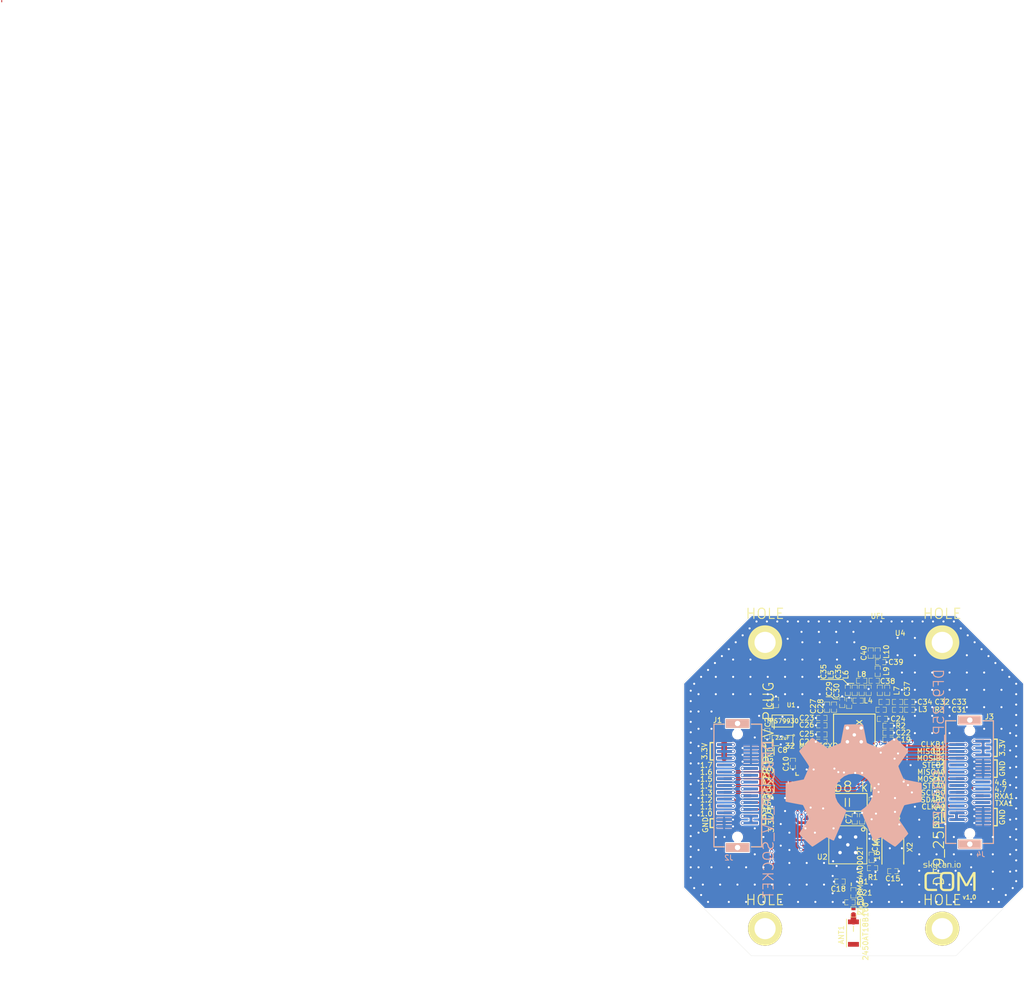
<source format=kicad_pcb>
(kicad_pcb (version 3) (host pcbnew "(2013-09-06 BZR 4312)-stable")
  (title_block (title COM) (date "03 märts 2014") (rev 1.0) (company Skycan))
  (layers (15 F.Cu signal) (0 B.Cu signal) (18 B.Paste user) (19 F.Paste user) (20 B.SilkS user) (21 F.SilkS user) (22 B.Mask user) (23 F.Mask user) (28 Edge.Cuts user))
  (net 0 "")
  (net 1 +3.3V)
  (net 2 A0)
  (net 3 A1)
  (net 4 A2)
  (net 5 A3)
  (net 6 A4)
  (net 7 A5)
  (net 8 A6)
  (net 9 CLKA0)
  (net 10 CLKB1)
  (net 11 GND)
  (net 12 N-000001)
  (net 13 N-0000011)
  (net 14 N-0000012)
  (net 15 N-0000013)
  (net 16 N-0000014)
  (net 17 N-0000015)
  (net 18 N-0000016)
  (net 19 N-0000017)
  (net 20 N-0000018)
  (net 21 N-0000019)
  (net 22 N-000002)
  (net 23 N-0000020)
  (net 24 N-0000021)
  (net 25 N-0000022)
  (net 26 N-0000023)
  (net 27 N-0000024)
  (net 28 N-0000025)
  (net 29 N-0000026)
  (net 30 N-0000027)
  (net 31 N-0000028)
  (net 32 N-000003)
  (net 33 N-0000030)
  (net 34 N-0000032)
  (net 35 N-0000033)
  (net 36 N-0000038)
  (net 37 N-0000039)
  (net 38 N-000004)
  (net 39 N-0000040)
  (net 40 N-0000041)
  (net 41 N-0000042)
  (net 42 N-0000044)
  (net 43 N-0000045)
  (net 44 N-0000046)
  (net 45 N-0000047)
  (net 46 N-0000048)
  (net 47 N-0000049)
  (net 48 N-000005)
  (net 49 N-000006)
  (net 50 N-0000068)
  (net 51 N-0000069)
  (net 52 N-000007)
  (net 53 N-0000070)
  (net 54 N-000008)
  (net 55 P1.0)
  (net 56 P1.1)
  (net 57 P1.2)
  (net 58 P1.3)
  (net 59 P1.4)
  (net 60 P1.5)
  (net 61 P1.6)
  (net 62 P1.7)
  (net 63 P4.6)
  (net 64 P4.7)
  (net 65 RXA1)
  (net 66 SCLB0)
  (net 67 SDAB0)
  (net 68 SIMOA0)
  (net 69 SIMOB1)
  (net 70 SOMIA0)
  (net 71 SOMIB1)
  (net 72 STEA0)
  (net 73 STEB1)
  (net 74 TXA1)
  (net 75 VDD)
  (module STUB (layer F.Cu) (at 0 0)
    (fp_text reference STUB (at 0 0.00003) (layer F.SilkS) (effects (font (size 0.00003 0.00003) (thickness 0.000007))))
    (fp_text value VAL** (at 0 -0.00003) (layer F.SilkS) (effects (font (size 0.00003 0.00003) (thickness 0.000007))))
    (pad 1 smd rect (at 0 0) (size 0.1524 0.1524) (layers F.Cu))
    (pad 1 smd rect (at 0 -0.1524) (size 0.1524 0.1524) (layers F.Cu))
  )
  (module DF9-25P-1V-plug (layer F.Cu) (at 106 109 270)
    (fp_text reference J1 (at -3.59 0.971 360) (layer F.SilkS) (effects (font (size 0.762 0.762) (thickness 0.127))))
    (fp_text value DF9_25P_1V_PLUG (at 1 -6.5 270) (layer F.SilkS) (effects (font (size 1.5 1.5))))
    (pad 1 smd rect (at 0 0 270) (size 0.4 2.08) (layers F.Cu F.Paste F.Mask) (net 1 +3.3V))
    (pad 2 smd rect (at 1 0 270) (size 0.4 2.08) (layers F.Cu F.Paste F.Mask) (net 1 +3.3V))
    (pad 3 smd rect (at 2 0 270) (size 0.4 2.08) (layers F.Cu F.Paste F.Mask) (net 1 +3.3V))
    (pad 4 smd rect (at 3 0 270) (size 0.4 2.08) (layers F.Cu F.Paste F.Mask) (net 62 P1.7))
    (pad 5 smd rect (at 4 0 270) (size 0.4 2.08) (layers F.Cu F.Paste F.Mask) (net 61 P1.6))
    (pad 6 smd rect (at 5 0 270) (size 0.4 2.08) (layers F.Cu F.Paste F.Mask) (net 60 P1.5))
    (pad 7 smd rect (at 6 0 270) (size 0.4 2.08) (layers F.Cu F.Paste F.Mask) (net 59 P1.4))
    (pad 8 smd rect (at 7 0 270) (size 0.4 2.08) (layers F.Cu F.Paste F.Mask) (net 58 P1.3))
    (pad 9 smd rect (at 8 0 270) (size 0.4 2.08) (layers F.Cu F.Paste F.Mask) (net 57 P1.2))
    (pad 10 smd rect (at 9 0 270) (size 0.4 2.08) (layers F.Cu F.Paste F.Mask) (net 56 P1.1))
    (pad 11 smd rect (at 10 0 270) (size 0.4 2.08) (layers F.Cu F.Paste F.Mask) (net 55 P1.0))
    (pad 12 smd rect (at 11 0 270) (size 0.4 2.08) (layers F.Cu F.Paste F.Mask) (net 11 GND))
    (pad 13 smd rect (at 12 0 270) (size 0.4 2.08) (layers F.Cu F.Paste F.Mask) (net 11 GND))
    (pad 14 smd rect (at 11.5 -3.92 270) (size 0.4 2.08) (layers F.Cu F.Paste F.Mask) (net 1 +3.3V))
    (pad 15 smd rect (at 10.5 -3.92 270) (size 0.4 2.08) (layers F.Cu F.Paste F.Mask) (net 1 +3.3V))
    (pad 16 smd rect (at 9.5 -3.92 270) (size 0.4 2.08) (layers F.Cu F.Paste F.Mask) (net 8 A6))
    (pad 17 smd rect (at 8.5 -3.92 270) (size 0.4 2.08) (layers F.Cu F.Paste F.Mask) (net 7 A5))
    (pad 18 smd rect (at 7.5 -3.92 270) (size 0.4 2.08) (layers F.Cu F.Paste F.Mask) (net 6 A4))
    (pad 19 smd rect (at 6.5 -3.92 270) (size 0.4 2.08) (layers F.Cu F.Paste F.Mask) (net 5 A3))
    (pad 20 smd rect (at 5.5 -3.92 270) (size 0.4 2.08) (layers F.Cu F.Paste F.Mask) (net 4 A2))
    (pad 21 smd rect (at 4.5 -3.92 270) (size 0.4 2.08) (layers F.Cu F.Paste F.Mask) (net 3 A1))
    (pad 22 smd rect (at 3.5 -3.92 270) (size 0.4 2.08) (layers F.Cu F.Paste F.Mask) (net 2 A0))
    (pad 23 smd rect (at 2.5 -3.92 270) (size 0.4 2.08) (layers F.Cu F.Paste F.Mask) (net 11 GND))
    (pad 24 smd rect (at 1.5 -3.92 270) (size 0.4 2.08) (layers F.Cu F.Paste F.Mask) (net 11 GND))
    (pad 25 smd rect (at 0.5 -3.92 270) (size 0.4 2.08) (layers F.Cu F.Paste F.Mask) (net 11 GND))
    (pad "" np_thru_hole circle (at -1.55 -1.96 270) (size 1.3 1.3) (drill 1.3) (layers *.Cu *.Mask F.SilkS))
    (pad "" np_thru_hole circle (at 13.55 -1.96 270) (size 1.3 1.3) (drill 1.3) (layers *.Cu *.Mask F.SilkS))
    (pad "" np_thru_hole rect (at -3.1 -1.96 270) (size 1.3 3.4) (drill 0.762) (layers *.Cu *.Mask F.SilkS))
    (pad "" np_thru_hole rect (at 15.1 -1.96 270) (size 1.3 3.4) (drill 0.762) (layers *.Cu *.Mask F.SilkS))
  )
  (module DF9-25P-1V-socket (layer B.Cu) (at 106 121 90)
    (fp_text reference J2 (at -4.603 0.68 180) (layer B.SilkS) (effects (font (size 0.762 0.762) (thickness 0.127)) (justify mirror)))
    (fp_text value DF9_25P_1V_SOCKET (at 1 6.5 90) (layer B.SilkS) (effects (font (size 1.5 1.5)) (justify mirror)))
    (pad 13 smd rect (at 0 0 90) (size 0.4 2.08) (layers B.Cu B.Paste B.Mask) (net 11 GND))
    (pad 12 smd rect (at 1 0 90) (size 0.4 2.08) (layers B.Cu B.Paste B.Mask) (net 11 GND))
    (pad 11 smd rect (at 2 0 90) (size 0.4 2.08) (layers B.Cu B.Paste B.Mask) (net 55 P1.0))
    (pad 10 smd rect (at 3 0 90) (size 0.4 2.08) (layers B.Cu B.Paste B.Mask) (net 56 P1.1))
    (pad 9 smd rect (at 4 0 90) (size 0.4 2.08) (layers B.Cu B.Paste B.Mask) (net 57 P1.2))
    (pad 8 smd rect (at 5 0 90) (size 0.4 2.08) (layers B.Cu B.Paste B.Mask) (net 58 P1.3))
    (pad 7 smd rect (at 6 0 90) (size 0.4 2.08) (layers B.Cu B.Paste B.Mask) (net 59 P1.4))
    (pad 6 smd rect (at 7 0 90) (size 0.4 2.08) (layers B.Cu B.Paste B.Mask) (net 60 P1.5))
    (pad 5 smd rect (at 8 0 90) (size 0.4 2.08) (layers B.Cu B.Paste B.Mask) (net 61 P1.6))
    (pad 4 smd rect (at 9 0 90) (size 0.4 2.08) (layers B.Cu B.Paste B.Mask) (net 62 P1.7))
    (pad 3 smd rect (at 10 0 90) (size 0.4 2.08) (layers B.Cu B.Paste B.Mask) (net 1 +3.3V))
    (pad 2 smd rect (at 11 0 90) (size 0.4 2.08) (layers B.Cu B.Paste B.Mask) (net 1 +3.3V))
    (pad 1 smd rect (at 12 0 90) (size 0.4 2.08) (layers B.Cu B.Paste B.Mask) (net 1 +3.3V))
    (pad 25 smd rect (at 11.5 3.92 90) (size 0.4 2.08) (layers B.Cu B.Paste B.Mask) (net 11 GND))
    (pad 24 smd rect (at 10.5 3.92 90) (size 0.4 2.08) (layers B.Cu B.Paste B.Mask) (net 11 GND))
    (pad 23 smd rect (at 9.5 3.92 90) (size 0.4 2.08) (layers B.Cu B.Paste B.Mask) (net 11 GND))
    (pad 22 smd rect (at 8.5 3.92 90) (size 0.4 2.08) (layers B.Cu B.Paste B.Mask) (net 2 A0))
    (pad 21 smd rect (at 7.5 3.92 90) (size 0.4 2.08) (layers B.Cu B.Paste B.Mask) (net 3 A1))
    (pad 20 smd rect (at 6.5 3.92 90) (size 0.4 2.08) (layers B.Cu B.Paste B.Mask) (net 4 A2))
    (pad 19 smd rect (at 5.5 3.92 90) (size 0.4 2.08) (layers B.Cu B.Paste B.Mask) (net 5 A3))
    (pad 18 smd rect (at 4.5 3.92 90) (size 0.4 2.08) (layers B.Cu B.Paste B.Mask) (net 6 A4))
    (pad 17 smd rect (at 3.5 3.92 90) (size 0.4 2.08) (layers B.Cu B.Paste B.Mask) (net 7 A5))
    (pad 16 smd rect (at 2.5 3.92 90) (size 0.4 2.08) (layers B.Cu B.Paste B.Mask) (net 8 A6))
    (pad 15 smd rect (at 1.5 3.92 90) (size 0.4 2.08) (layers B.Cu B.Paste B.Mask) (net 1 +3.3V))
    (pad 14 smd rect (at 0.5 3.92 90) (size 0.4 2.08) (layers B.Cu B.Paste B.Mask) (net 1 +3.3V))
    (pad "" np_thru_hole circle (at -1.55 1.96 90) (size 1.3 1.3) (drill 1.3) (layers *.Cu *.Mask B.SilkS))
    (pad "" np_thru_hole circle (at 13.55 1.96 90) (size 1.3 1.3) (drill 1.3) (layers *.Cu *.Mask B.SilkS))
    (pad "" np_thru_hole rect (at -3.1 1.96 90) (size 1.3 3.4) (drill 0.762) (layers *.Cu *.Mask B.SilkS))
    (pad "" np_thru_hole rect (at 15.1 1.96 90) (size 1.3 3.4) (drill 0.762) (layers *.Cu *.Mask B.SilkS))
  )
  (module DF9-25P-1V-plug (layer F.Cu) (at 144 120.5 90)
    (fp_text reference J3 (at 15.598 0.907 180) (layer F.SilkS) (effects (font (size 0.762 0.762) (thickness 0.127))))
    (fp_text value DF9_25P_1V_PLUG (at 1 -6.5 90) (layer F.SilkS) (effects (font (size 1.5 1.5))))
    (pad 1 smd rect (at 0 0 90) (size 0.4 2.08) (layers F.Cu F.Paste F.Mask) (net 11 GND))
    (pad 2 smd rect (at 1 0 90) (size 0.4 2.08) (layers F.Cu F.Paste F.Mask) (net 11 GND))
    (pad 3 smd rect (at 2 0 90) (size 0.4 2.08) (layers F.Cu F.Paste F.Mask) (net 11 GND))
    (pad 4 smd rect (at 3 0 90) (size 0.4 2.08) (layers F.Cu F.Paste F.Mask) (net 74 TXA1))
    (pad 5 smd rect (at 4 0 90) (size 0.4 2.08) (layers F.Cu F.Paste F.Mask) (net 65 RXA1))
    (pad 6 smd rect (at 5 0 90) (size 0.4 2.08) (layers F.Cu F.Paste F.Mask) (net 64 P4.7))
    (pad 7 smd rect (at 6 0 90) (size 0.4 2.08) (layers F.Cu F.Paste F.Mask) (net 63 P4.6))
    (pad 8 smd rect (at 7 0 90) (size 0.4 2.08) (layers F.Cu F.Paste F.Mask) (net 11 GND))
    (pad 9 smd rect (at 8 0 90) (size 0.4 2.08) (layers F.Cu F.Paste F.Mask) (net 11 GND))
    (pad 10 smd rect (at 9 0 90) (size 0.4 2.08) (layers F.Cu F.Paste F.Mask) (net 11 GND))
    (pad 11 smd rect (at 10 0 90) (size 0.4 2.08) (layers F.Cu F.Paste F.Mask) (net 1 +3.3V))
    (pad 12 smd rect (at 11 0 90) (size 0.4 2.08) (layers F.Cu F.Paste F.Mask) (net 1 +3.3V))
    (pad 13 smd rect (at 12 0 90) (size 0.4 2.08) (layers F.Cu F.Paste F.Mask) (net 1 +3.3V))
    (pad 14 smd rect (at 11.5 -3.92 90) (size 0.4 2.08) (layers F.Cu F.Paste F.Mask) (net 10 CLKB1))
    (pad 15 smd rect (at 10.5 -3.92 90) (size 0.4 2.08) (layers F.Cu F.Paste F.Mask) (net 71 SOMIB1))
    (pad 16 smd rect (at 9.5 -3.92 90) (size 0.4 2.08) (layers F.Cu F.Paste F.Mask) (net 69 SIMOB1))
    (pad 17 smd rect (at 8.5 -3.92 90) (size 0.4 2.08) (layers F.Cu F.Paste F.Mask) (net 73 STEB1))
    (pad 18 smd rect (at 7.5 -3.92 90) (size 0.4 2.08) (layers F.Cu F.Paste F.Mask) (net 70 SOMIA0))
    (pad 19 smd rect (at 6.5 -3.92 90) (size 0.4 2.08) (layers F.Cu F.Paste F.Mask) (net 68 SIMOA0))
    (pad 20 smd rect (at 5.5 -3.92 90) (size 0.4 2.08) (layers F.Cu F.Paste F.Mask) (net 72 STEA0))
    (pad 21 smd rect (at 4.5 -3.92 90) (size 0.4 2.08) (layers F.Cu F.Paste F.Mask) (net 66 SCLB0))
    (pad 22 smd rect (at 3.5 -3.92 90) (size 0.4 2.08) (layers F.Cu F.Paste F.Mask) (net 67 SDAB0))
    (pad 23 smd rect (at 2.5 -3.92 90) (size 0.4 2.08) (layers F.Cu F.Paste F.Mask) (net 9 CLKA0))
    (pad 24 smd rect (at 1.5 -3.92 90) (size 0.4 2.08) (layers F.Cu F.Paste F.Mask) (net 1 +3.3V))
    (pad 25 smd rect (at 0.5 -3.92 90) (size 0.4 2.08) (layers F.Cu F.Paste F.Mask) (net 1 +3.3V))
    (pad "" np_thru_hole circle (at -1.55 -1.96 90) (size 1.3 1.3) (drill 1.3) (layers *.Cu *.Mask F.SilkS))
    (pad "" np_thru_hole circle (at 13.55 -1.96 90) (size 1.3 1.3) (drill 1.3) (layers *.Cu *.Mask F.SilkS))
    (pad "" np_thru_hole rect (at -3.1 -1.96 90) (size 1.3 3.4) (drill 0.762) (layers *.Cu *.Mask F.SilkS))
    (pad "" np_thru_hole rect (at 15.1 -1.96 90) (size 1.3 3.4) (drill 0.762) (layers *.Cu *.Mask F.SilkS))
  )
  (module DF9-25P-1V-socket (layer B.Cu) (at 144 108.5 270)
    (fp_text reference J4 (at 16.595 0.363 360) (layer B.SilkS) (effects (font (size 0.762 0.762) (thickness 0.127)) (justify mirror)))
    (fp_text value DF9_25P_1V_SOCKET (at 1 6.5 270) (layer B.SilkS) (effects (font (size 1.5 1.5)) (justify mirror)))
    (pad 13 smd rect (at 0 0 270) (size 0.4 2.08) (layers B.Cu B.Paste B.Mask) (net 1 +3.3V))
    (pad 12 smd rect (at 1 0 270) (size 0.4 2.08) (layers B.Cu B.Paste B.Mask) (net 1 +3.3V))
    (pad 11 smd rect (at 2 0 270) (size 0.4 2.08) (layers B.Cu B.Paste B.Mask) (net 1 +3.3V))
    (pad 10 smd rect (at 3 0 270) (size 0.4 2.08) (layers B.Cu B.Paste B.Mask) (net 11 GND))
    (pad 9 smd rect (at 4 0 270) (size 0.4 2.08) (layers B.Cu B.Paste B.Mask) (net 11 GND))
    (pad 8 smd rect (at 5 0 270) (size 0.4 2.08) (layers B.Cu B.Paste B.Mask) (net 11 GND))
    (pad 7 smd rect (at 6 0 270) (size 0.4 2.08) (layers B.Cu B.Paste B.Mask) (net 63 P4.6))
    (pad 6 smd rect (at 7 0 270) (size 0.4 2.08) (layers B.Cu B.Paste B.Mask) (net 64 P4.7))
    (pad 5 smd rect (at 8 0 270) (size 0.4 2.08) (layers B.Cu B.Paste B.Mask) (net 65 RXA1))
    (pad 4 smd rect (at 9 0 270) (size 0.4 2.08) (layers B.Cu B.Paste B.Mask) (net 74 TXA1))
    (pad 3 smd rect (at 10 0 270) (size 0.4 2.08) (layers B.Cu B.Paste B.Mask) (net 11 GND))
    (pad 2 smd rect (at 11 0 270) (size 0.4 2.08) (layers B.Cu B.Paste B.Mask) (net 11 GND))
    (pad 1 smd rect (at 12 0 270) (size 0.4 2.08) (layers B.Cu B.Paste B.Mask) (net 11 GND))
    (pad 25 smd rect (at 11.5 3.92 270) (size 0.4 2.08) (layers B.Cu B.Paste B.Mask) (net 1 +3.3V))
    (pad 24 smd rect (at 10.5 3.92 270) (size 0.4 2.08) (layers B.Cu B.Paste B.Mask) (net 1 +3.3V))
    (pad 23 smd rect (at 9.5 3.92 270) (size 0.4 2.08) (layers B.Cu B.Paste B.Mask) (net 9 CLKA0))
    (pad 22 smd rect (at 8.5 3.92 270) (size 0.4 2.08) (layers B.Cu B.Paste B.Mask) (net 67 SDAB0))
    (pad 21 smd rect (at 7.5 3.92 270) (size 0.4 2.08) (layers B.Cu B.Paste B.Mask) (net 66 SCLB0))
    (pad 20 smd rect (at 6.5 3.92 270) (size 0.4 2.08) (layers B.Cu B.Paste B.Mask) (net 72 STEA0))
    (pad 19 smd rect (at 5.5 3.92 270) (size 0.4 2.08) (layers B.Cu B.Paste B.Mask) (net 68 SIMOA0))
    (pad 18 smd rect (at 4.5 3.92 270) (size 0.4 2.08) (layers B.Cu B.Paste B.Mask) (net 70 SOMIA0))
    (pad 17 smd rect (at 3.5 3.92 270) (size 0.4 2.08) (layers B.Cu B.Paste B.Mask) (net 73 STEB1))
    (pad 16 smd rect (at 2.5 3.92 270) (size 0.4 2.08) (layers B.Cu B.Paste B.Mask) (net 69 SIMOB1))
    (pad 15 smd rect (at 1.5 3.92 270) (size 0.4 2.08) (layers B.Cu B.Paste B.Mask) (net 71 SOMIB1))
    (pad 14 smd rect (at 0.5 3.92 270) (size 0.4 2.08) (layers B.Cu B.Paste B.Mask) (net 10 CLKB1))
    (pad "" np_thru_hole circle (at -1.55 1.96 270) (size 1.3 1.3) (drill 1.3) (layers *.Cu *.Mask B.SilkS))
    (pad "" np_thru_hole circle (at 13.55 1.96 270) (size 1.3 1.3) (drill 1.3) (layers *.Cu *.Mask B.SilkS))
    (pad "" np_thru_hole rect (at -3.1 1.96 270) (size 1.3 3.4) (drill 0.762) (layers *.Cu *.Mask B.SilkS))
    (pad "" np_thru_hole rect (at 15.1 1.96 270) (size 1.3 3.4) (drill 0.762) (layers *.Cu *.Mask B.SilkS))
  )
  (module mountinghole-3mm (layer F.Cu) (at 112 94)
    (fp_text reference H1 hide)
    (fp_text value HOLE (at 0 -4.2) (layer F.SilkS) (effects (font (size 1.5 1.5))))
    (pad 1 thru_hole circle (at 0 0) (size 5 5) (drill 3.1) (layers *.Cu *.Mask F.SilkS) (net 11 GND))
  )
  (module mountinghole-3mm (layer F.Cu) (at 138 94)
    (fp_text reference H2 hide)
    (fp_text value HOLE (at 0 -4.2) (layer F.SilkS) (effects (font (size 1.5 1.5))))
    (pad 1 thru_hole circle (at 0 0) (size 5 5) (drill 3.1) (layers *.Cu *.Mask F.SilkS) (net 11 GND))
  )
  (module mountinghole-3mm (layer F.Cu) (at 138 136)
    (fp_text reference H3 hide)
    (fp_text value HOLE (at 0 -4.2) (layer F.SilkS) (effects (font (size 1.5 1.5))))
    (pad 1 thru_hole circle (at 0 0) (size 5 5) (drill 3.1) (layers *.Cu *.Mask F.SilkS) (net 11 GND))
  )
  (module mountinghole-3mm (layer F.Cu) (at 112 136)
    (fp_text reference H4 hide)
    (fp_text value HOLE (at 0 -4.2) (layer F.SilkS) (effects (font (size 1.5 1.5))))
    (pad 1 thru_hole circle (at 0 0) (size 5 5) (drill 3.1) (layers *.Cu *.Mask F.SilkS) (net 11 GND))
  )
  (module 2450AT18B100 (layer F.Cu) (at 124.968 136.652 270)
    (fp_text reference ANT1 (at 0.254 1.778 270) (layer F.SilkS) (effects (font (size 0.762 0.762) (thickness 0.127))))
    (fp_text value 2450AT18B100 (at -0.254 -1.778 270) (layer F.SilkS) (effects (font (size 0.762 0.762) (thickness 0.127))))
    (pad 1 smd rect (at -1.65 0 270) (size 0.7 1.6) (layers F.Cu F.Paste F.Mask) (net 39 N-0000040))
    (pad 2 smd rect (at 1.65 0 270) (size 0.7 1.6) (layers F.Cu F.Paste F.Mask) (net 26 N-0000023))
  )
  (module 2450BM14A0002 (layer F.Cu) (at 124.6505 129.0955 270)
    (fp_text reference B1 (at 0 -1.778 360) (layer F.SilkS) (effects (font (size 0.762 0.762) (thickness 0.127))))
    (fp_text value 2450BM14A0002T (at -0.1 -1.3 270) (layer F.SilkS) (effects (font (size 0.762 0.762) (thickness 0.127))))
    (pad 1 smd rect (at 0.5 -0.32 270) (size 0.25 0.2) (layers F.Cu F.Paste F.Mask) (net 37 N-0000039))
    (pad 2 smd rect (at 0 -0.32 270) (size 0.25 0.2) (layers F.Cu F.Paste F.Mask) (net 11 GND))
    (pad 3 smd rect (at -0.5 -0.32 270) (size 0.25 0.2) (layers F.Cu F.Paste F.Mask) (net 34 N-0000032))
    (pad 4 smd rect (at -0.5 0.32 270) (size 0.25 0.2) (layers F.Cu F.Paste F.Mask) (net 33 N-0000030))
    (pad 5 smd rect (at 0 0.32 270) (size 0.25 0.2) (layers F.Cu F.Paste F.Mask) (net 45 N-0000047))
    (pad 6 smd rect (at 0.5 0.32 270) (size 0.25 0.2) (layers F.Cu F.Paste F.Mask) (net 44 N-0000046))
  )
  (module SM0402_c (layer F.Cu) (at 113.6015 102.8065 90)
    (fp_text reference C1 (at 0 -0.9525 90) (layer F.SilkS) (effects (font (size 0.762 0.762) (thickness 0.127))))
    (fp_text value 100nF hide)
    (pad 1 smd rect (at -0.44958 0 90) (size 0.39878 0.59944) (layers F.Cu F.Paste F.Mask) (net 1 +3.3V))
    (pad 2 smd rect (at 0.44958 0 90) (size 0.39878 0.59944) (layers F.Cu F.Paste F.Mask) (net 11 GND))
  )
  (module SM0402_c (layer F.Cu) (at 112.3315 107.3785 270)
    (fp_text reference C2 (at -1.651 -0.0635 270) (layer F.SilkS) (effects (font (size 0.762 0.762) (thickness 0.127))))
    (fp_text value 10nF hide)
    (pad 1 smd rect (at -0.44958 0 270) (size 0.39878 0.59944) (layers F.Cu F.Paste F.Mask) (net 21 N-0000019))
    (pad 2 smd rect (at 0.44958 0 270) (size 0.39878 0.59944) (layers F.Cu F.Paste F.Mask) (net 11 GND))
  )
  (module SM0402_c (layer F.Cu) (at 127.635 120.8405 90)
    (fp_text reference C3 (at -0.0635 1.016 90) (layer F.SilkS) (effects (font (size 0.762 0.762) (thickness 0.127))))
    (fp_text value 100nF hide)
    (pad 1 smd rect (at -0.44958 0 90) (size 0.39878 0.59944) (layers F.Cu F.Paste F.Mask) (net 75 VDD))
    (pad 2 smd rect (at 0.44958 0 90) (size 0.39878 0.59944) (layers F.Cu F.Paste F.Mask) (net 11 GND))
  )
  (module SM0402_c (layer F.Cu) (at 126.238 119.888 90)
    (fp_text reference C4 (at 0.635 1.0795 270) (layer F.SilkS) (effects (font (size 0.762 0.762) (thickness 0.127))))
    (fp_text value 100nF hide)
    (pad 1 smd rect (at -0.44958 0 90) (size 0.39878 0.59944) (layers F.Cu F.Paste F.Mask) (net 28 N-0000025))
    (pad 2 smd rect (at 0.44958 0 90) (size 0.39878 0.59944) (layers F.Cu F.Paste F.Mask) (net 11 GND))
  )
  (module SM0402_c (layer F.Cu) (at 127.635 117.475 90)
    (fp_text reference C5 (at 0 0.9525 90) (layer F.SilkS) (effects (font (size 0.762 0.762) (thickness 0.127))))
    (fp_text value 12.5pF hide)
    (pad 1 smd rect (at -0.44958 0 90) (size 0.39878 0.59944) (layers F.Cu F.Paste F.Mask) (net 30 N-0000027))
    (pad 2 smd rect (at 0.44958 0 90) (size 0.39878 0.59944) (layers F.Cu F.Paste F.Mask) (net 11 GND))
  )
  (module SM0402_c (layer F.Cu) (at 120.523 117.475 270)
    (fp_text reference C6 (at 0 0.889 270) (layer F.SilkS) (effects (font (size 0.762 0.762) (thickness 0.127))))
    (fp_text value 12.5pF hide)
    (pad 1 smd rect (at -0.44958 0 270) (size 0.39878 0.59944) (layers F.Cu F.Paste F.Mask) (net 29 N-0000026))
    (pad 2 smd rect (at 0.44958 0 270) (size 0.39878 0.59944) (layers F.Cu F.Paste F.Mask) (net 11 GND))
  )
  (module SM0402_c (layer F.Cu) (at 125.1585 119.888 90)
    (fp_text reference C7 (at 0 -0.889 270) (layer F.SilkS) (effects (font (size 0.762 0.762) (thickness 0.127))))
    (fp_text value 100nF hide)
    (pad 1 smd rect (at -0.44958 0 90) (size 0.39878 0.59944) (layers F.Cu F.Paste F.Mask) (net 27 N-0000024))
    (pad 2 smd rect (at 0.44958 0 90) (size 0.39878 0.59944) (layers F.Cu F.Paste F.Mask) (net 11 GND))
  )
  (module SM0805 (layer F.Cu) (at 114.554 108.3945 180)
    (fp_text reference C8 (at 0 -1.397 180) (layer F.SilkS) (effects (font (size 0.762 0.762) (thickness 0.127))))
    (fp_text value 2.2uF (at 0 0.381 180) (layer F.SilkS) (effects (font (size 0.50038 0.50038) (thickness 0.10922))))
    (pad 1 smd rect (at -0.9525 0 180) (size 0.889 1.397) (layers F.Cu F.Paste F.Mask) (net 75 VDD))
    (pad 2 smd rect (at 0.9525 0 180) (size 0.889 1.397) (layers F.Cu F.Paste F.Mask) (net 11 GND))
  )
  (module SM0402_c (layer F.Cu) (at 120.269 121.92 180)
    (fp_text reference C9 (at 0 0.9525 180) (layer F.SilkS) (effects (font (size 0.762 0.762) (thickness 0.127))))
    (fp_text value 100nF hide)
    (pad 1 smd rect (at -0.44958 0 180) (size 0.39878 0.59944) (layers F.Cu F.Paste F.Mask) (net 75 VDD))
    (pad 2 smd rect (at 0.44958 0 180) (size 0.39878 0.59944) (layers F.Cu F.Paste F.Mask) (net 11 GND))
  )
  (module SM0402_c (layer F.Cu) (at 116.078 111.76 270)
    (fp_text reference C10 (at 0.0635 1.016 270) (layer F.SilkS) (effects (font (size 0.762 0.762) (thickness 0.127))))
    (fp_text value 100nF hide)
    (pad 1 smd rect (at -0.44958 0 270) (size 0.39878 0.59944) (layers F.Cu F.Paste F.Mask) (net 75 VDD))
    (pad 2 smd rect (at 0.44958 0 270) (size 0.39878 0.59944) (layers F.Cu F.Paste F.Mask) (net 11 GND))
  )
  (module SM0402_c (layer F.Cu) (at 122.4915 111.633 270)
    (fp_text reference C11 (at 0.381 1.0795 270) (layer F.SilkS) (effects (font (size 0.762 0.762) (thickness 0.127))))
    (fp_text value 47nF hide)
    (pad 1 smd rect (at -0.44958 0 270) (size 0.39878 0.59944) (layers F.Cu F.Paste F.Mask) (net 75 VDD))
    (pad 2 smd rect (at 0.44958 0 270) (size 0.39878 0.59944) (layers F.Cu F.Paste F.Mask) (net 11 GND))
  )
  (module SM0402_c (layer F.Cu) (at 125.222 112.268 270)
    (fp_text reference C12 (at 0 0.9525 270) (layer F.SilkS) (effects (font (size 0.762 0.762) (thickness 0.127))))
    (fp_text value 47nF hide)
    (pad 1 smd rect (at -0.44958 0 270) (size 0.39878 0.59944) (layers F.Cu F.Paste F.Mask) (net 75 VDD))
    (pad 2 smd rect (at 0.44958 0 270) (size 0.39878 0.59944) (layers F.Cu F.Paste F.Mask) (net 11 GND))
  )
  (module SM0402_c (layer F.Cu) (at 126.238 112.268 270)
    (fp_text reference C13 (at 0 -1.016 270) (layer F.SilkS) (effects (font (size 0.762 0.762) (thickness 0.127))))
    (fp_text value 220nF hide)
    (pad 1 smd rect (at -0.44958 0 270) (size 0.39878 0.59944) (layers F.Cu F.Paste F.Mask) (net 18 N-0000016))
    (pad 2 smd rect (at 0.44958 0 270) (size 0.39878 0.59944) (layers F.Cu F.Paste F.Mask) (net 11 GND))
  )
  (module SM0402_c (layer F.Cu) (at 130.81 120.7135 180)
    (fp_text reference C14 (at 0 1.016 180) (layer F.SilkS) (effects (font (size 0.762 0.762) (thickness 0.127))))
    (fp_text value 18pF hide)
    (pad 1 smd rect (at -0.44958 0 180) (size 0.39878 0.59944) (layers F.Cu F.Paste F.Mask) (net 11 GND))
    (pad 2 smd rect (at 0.44958 0 180) (size 0.39878 0.59944) (layers F.Cu F.Paste F.Mask) (net 42 N-0000044))
  )
  (module SM0402_c (layer F.Cu) (at 130.7465 127.5715 180)
    (fp_text reference C15 (at 0 -1.0795 180) (layer F.SilkS) (effects (font (size 0.762 0.762) (thickness 0.127))))
    (fp_text value 18pF hide)
    (pad 1 smd rect (at -0.44958 0 180) (size 0.39878 0.59944) (layers F.Cu F.Paste F.Mask) (net 11 GND))
    (pad 2 smd rect (at 0.44958 0 180) (size 0.39878 0.59944) (layers F.Cu F.Paste F.Mask) (net 47 N-0000049))
  )
  (module SM0402_c (layer F.Cu) (at 127.635 125.5395 90)
    (fp_text reference C16 (at 1.905 0.508 90) (layer F.SilkS) (effects (font (size 0.762 0.762) (thickness 0.127))))
    (fp_text value 1nF hide)
    (pad 1 smd rect (at -0.44958 0 90) (size 0.39878 0.59944) (layers F.Cu F.Paste F.Mask) (net 11 GND))
    (pad 2 smd rect (at 0.44958 0 90) (size 0.39878 0.59944) (layers F.Cu F.Paste F.Mask) (net 75 VDD))
  )
  (module SM0402_c (layer F.Cu) (at 121.285 110.0455 90)
    (fp_text reference C17 (at 0.4445 -1.5875 180) (layer F.SilkS) (effects (font (size 0.762 0.762) (thickness 0.127))))
    (fp_text value 22pF hide)
    (pad 1 smd rect (at -0.44958 0 90) (size 0.39878 0.59944) (layers F.Cu F.Paste F.Mask) (net 48 N-000005))
    (pad 2 smd rect (at 0.44958 0 90) (size 0.39878 0.59944) (layers F.Cu F.Paste F.Mask) (net 38 N-000004))
  )
  (module SM0402_c (layer F.Cu) (at 122.9995 129.0955)
    (fp_text reference C18 (at -0.254 1.0795) (layer F.SilkS) (effects (font (size 0.762 0.762) (thickness 0.127))))
    (fp_text value 2.2nF hide)
    (pad 1 smd rect (at -0.44958 0) (size 0.39878 0.59944) (layers F.Cu F.Paste F.Mask) (net 11 GND))
    (pad 2 smd rect (at 0.44958 0) (size 0.39878 0.59944) (layers F.Cu F.Paste F.Mask) (net 45 N-0000047))
  )
  (module SM0402_c (layer F.Cu) (at 130.048 108.2675)
    (fp_text reference C19 (at 2.2225 0) (layer F.SilkS) (effects (font (size 0.762 0.762) (thickness 0.127))))
    (fp_text value 47nF hide)
    (pad 1 smd rect (at -0.44958 0) (size 0.39878 0.59944) (layers F.Cu F.Paste F.Mask) (net 75 VDD))
    (pad 2 smd rect (at 0.44958 0) (size 0.39878 0.59944) (layers F.Cu F.Paste F.Mask) (net 11 GND))
  )
  (module SM0402_c (layer F.Cu) (at 120.3325 108.585)
    (fp_text reference C20 (at -2.2225 0) (layer F.SilkS) (effects (font (size 0.762 0.762) (thickness 0.127))))
    (fp_text value 47nF hide)
    (pad 1 smd rect (at -0.44958 0) (size 0.39878 0.59944) (layers F.Cu F.Paste F.Mask) (net 11 GND))
    (pad 2 smd rect (at 0.44958 0) (size 0.39878 0.59944) (layers F.Cu F.Paste F.Mask) (net 20 N-0000018))
  )
  (module SM0402_c (layer F.Cu) (at 124.968 130.7465 90)
    (fp_text reference C21 (at 0 1.651 180) (layer F.SilkS) (effects (font (size 0.762 0.762) (thickness 0.127))))
    (fp_text value 1.2pF hide)
    (pad 1 smd rect (at -0.44958 0 90) (size 0.39878 0.59944) (layers F.Cu F.Paste F.Mask) (net 40 N-0000041))
    (pad 2 smd rect (at 0.44958 0 90) (size 0.39878 0.59944) (layers F.Cu F.Paste F.Mask) (net 37 N-0000039))
  )
  (module SM0402_c (layer F.Cu) (at 130.048 107.2515)
    (fp_text reference C22 (at 2.2225 0) (layer F.SilkS) (effects (font (size 0.762 0.762) (thickness 0.127))))
    (fp_text value 47nF hide)
    (pad 1 smd rect (at -0.44958 0) (size 0.39878 0.59944) (layers F.Cu F.Paste F.Mask) (net 75 VDD))
    (pad 2 smd rect (at 0.44958 0) (size 0.39878 0.59944) (layers F.Cu F.Paste F.Mask) (net 11 GND))
  )
  (module SM0402_c (layer F.Cu) (at 120.3325 105.0925)
    (fp_text reference C23 (at -2.2225 0) (layer F.SilkS) (effects (font (size 0.762 0.762) (thickness 0.127))))
    (fp_text value 47nF hide)
    (pad 1 smd rect (at -0.44958 0) (size 0.39878 0.59944) (layers F.Cu F.Paste F.Mask) (net 11 GND))
    (pad 2 smd rect (at 0.44958 0) (size 0.39878 0.59944) (layers F.Cu F.Paste F.Mask) (net 19 N-0000017))
  )
  (module SM0402_c (layer F.Cu) (at 129.2225 105.2195)
    (fp_text reference C24 (at 2.286 0) (layer F.SilkS) (effects (font (size 0.762 0.762) (thickness 0.127))))
    (fp_text value 47nF hide)
    (pad 1 smd rect (at -0.44958 0) (size 0.39878 0.59944) (layers F.Cu F.Paste F.Mask) (net 75 VDD))
    (pad 2 smd rect (at 0.44958 0) (size 0.39878 0.59944) (layers F.Cu F.Paste F.Mask) (net 11 GND))
  )
  (module SM0402_c (layer F.Cu) (at 120.3325 107.5055 180)
    (fp_text reference C25 (at 2.2225 0.0635 180) (layer F.SilkS) (effects (font (size 0.762 0.762) (thickness 0.127))))
    (fp_text value 47nF hide)
    (pad 1 smd rect (at -0.44958 0 180) (size 0.39878 0.59944) (layers F.Cu F.Paste F.Mask) (net 75 VDD))
    (pad 2 smd rect (at 0.44958 0 180) (size 0.39878 0.59944) (layers F.Cu F.Paste F.Mask) (net 11 GND))
  )
  (module SM0402_c (layer F.Cu) (at 120.3325 106.172 180)
    (fp_text reference C26 (at 2.2225 0.0635 180) (layer F.SilkS) (effects (font (size 0.762 0.762) (thickness 0.127))))
    (fp_text value 47nF hide)
    (pad 1 smd rect (at -0.44958 0 180) (size 0.39878 0.59944) (layers F.Cu F.Paste F.Mask) (net 75 VDD))
    (pad 2 smd rect (at 0.44958 0 180) (size 0.39878 0.59944) (layers F.Cu F.Paste F.Mask) (net 11 GND))
  )
  (module SM0402_c (layer F.Cu) (at 121.0945 103.505 90)
    (fp_text reference C27 (at 0.127 -2.032 90) (layer F.SilkS) (effects (font (size 0.762 0.762) (thickness 0.127))))
    (fp_text value 47nF hide)
    (pad 1 smd rect (at -0.44958 0 90) (size 0.39878 0.59944) (layers F.Cu F.Paste F.Mask) (net 75 VDD))
    (pad 2 smd rect (at 0.44958 0 90) (size 0.39878 0.59944) (layers F.Cu F.Paste F.Mask) (net 11 GND))
  )
  (module SM0402_c (layer F.Cu) (at 122.1105 103.505 90)
    (fp_text reference C28 (at 0.127 -1.9685 90) (layer F.SilkS) (effects (font (size 0.762 0.762) (thickness 0.127))))
    (fp_text value 1.8nF hide)
    (pad 1 smd rect (at -0.44958 0 90) (size 0.39878 0.59944) (layers F.Cu F.Paste F.Mask) (net 52 N-000007))
    (pad 2 smd rect (at 0.44958 0 90) (size 0.39878 0.59944) (layers F.Cu F.Paste F.Mask) (net 54 N-000008))
  )
  (module SM0402_c (layer F.Cu) (at 123.317 102.8065 90)
    (fp_text reference C29 (at 1.9685 -1.905 90) (layer F.SilkS) (effects (font (size 0.762 0.762) (thickness 0.127))))
    (fp_text value 47nF hide)
    (pad 1 smd rect (at -0.44958 0 90) (size 0.39878 0.59944) (layers F.Cu F.Paste F.Mask) (net 75 VDD))
    (pad 2 smd rect (at 0.44958 0 90) (size 0.39878 0.59944) (layers F.Cu F.Paste F.Mask) (net 11 GND))
  )
  (module SM0402_c (layer F.Cu) (at 124.333 102.9335 90)
    (fp_text reference C30 (at 1.8415 -1.8415 90) (layer F.SilkS) (effects (font (size 0.762 0.762) (thickness 0.127))))
    (fp_text value 10nF hide)
    (pad 1 smd rect (at -0.44958 0 90) (size 0.39878 0.59944) (layers F.Cu F.Paste F.Mask) (net 49 N-000006))
    (pad 2 smd rect (at 0.44958 0 90) (size 0.39878 0.59944) (layers F.Cu F.Paste F.Mask) (net 11 GND))
  )
  (module SM0402_c (layer F.Cu) (at 133.223 103.886 180)
    (fp_text reference C31 (at -7.239 0 180) (layer F.SilkS) (effects (font (size 0.762 0.762) (thickness 0.127))))
    (fp_text value 10nF hide)
    (pad 1 smd rect (at -0.44958 0 180) (size 0.39878 0.59944) (layers F.Cu F.Paste F.Mask) (net 11 GND))
    (pad 2 smd rect (at 0.44958 0 180) (size 0.39878 0.59944) (layers F.Cu F.Paste F.Mask) (net 75 VDD))
  )
  (module SM0402_c (layer F.Cu) (at 131.445 102.743 180)
    (fp_text reference C32 (at -6.5405 0 180) (layer F.SilkS) (effects (font (size 0.762 0.762) (thickness 0.127))))
    (fp_text value 56pF hide)
    (pad 1 smd rect (at -0.44958 0 180) (size 0.39878 0.59944) (layers F.Cu F.Paste F.Mask) (net 75 VDD))
    (pad 2 smd rect (at 0.44958 0 180) (size 0.39878 0.59944) (layers F.Cu F.Paste F.Mask) (net 16 N-0000014))
  )
  (module SM0402_c (layer F.Cu) (at 133.223 102.743 180)
    (fp_text reference C33 (at -7.239 0 180) (layer F.SilkS) (effects (font (size 0.762 0.762) (thickness 0.127))))
    (fp_text value 100pF hide)
    (pad 1 smd rect (at -0.44958 0 180) (size 0.39878 0.59944) (layers F.Cu F.Paste F.Mask) (net 11 GND))
    (pad 2 smd rect (at 0.44958 0 180) (size 0.39878 0.59944) (layers F.Cu F.Paste F.Mask) (net 75 VDD))
  )
  (module SM0402_c (layer F.Cu) (at 129.4765 102.743)
    (fp_text reference C34 (at 5.969 0) (layer F.SilkS) (effects (font (size 0.762 0.762) (thickness 0.127))))
    (fp_text value 39pF hide)
    (pad 1 smd rect (at -0.44958 0) (size 0.39878 0.59944) (layers F.Cu F.Paste F.Mask) (net 14 N-0000012))
    (pad 2 smd rect (at 0.44958 0) (size 0.39878 0.59944) (layers F.Cu F.Paste F.Mask) (net 32 N-000003))
  )
  (module SM0402_c (layer F.Cu) (at 124.1425 101.0285 90)
    (fp_text reference C35 (at 2.7305 -3.556 90) (layer F.SilkS) (effects (font (size 0.762 0.762) (thickness 0.127))))
    (fp_text value 5.1pF hide)
    (pad 1 smd rect (at -0.44958 0 90) (size 0.39878 0.59944) (layers F.Cu F.Paste F.Mask) (net 53 N-0000070))
    (pad 2 smd rect (at 0.44958 0 90) (size 0.39878 0.59944) (layers F.Cu F.Paste F.Mask) (net 11 GND))
  )
  (module SM0402_c (layer F.Cu) (at 126.1745 101.0285 90)
    (fp_text reference C36 (at 2.7305 -3.429 90) (layer F.SilkS) (effects (font (size 0.762 0.762) (thickness 0.127))))
    (fp_text value 5.1pF hide)
    (pad 1 smd rect (at -0.44958 0 90) (size 0.39878 0.59944) (layers F.Cu F.Paste F.Mask) (net 51 N-0000069))
    (pad 2 smd rect (at 0.44958 0 90) (size 0.39878 0.59944) (layers F.Cu F.Paste F.Mask) (net 12 N-000001))
  )
  (module SM0402_c (layer F.Cu) (at 129.921 101.0285 90)
    (fp_text reference C37 (at 0.1905 2.921 90) (layer F.SilkS) (effects (font (size 0.762 0.762) (thickness 0.127))))
    (fp_text value 2.2pF hide)
    (pad 1 smd rect (at -0.44958 0 90) (size 0.39878 0.59944) (layers F.Cu F.Paste F.Mask) (net 32 N-000003))
    (pad 2 smd rect (at 0.44958 0 90) (size 0.39878 0.59944) (layers F.Cu F.Paste F.Mask) (net 50 N-0000068))
  )
  (module SM0402_c (layer F.Cu) (at 128.016 99.6315 180)
    (fp_text reference C38 (at -1.9685 -0.0635 180) (layer F.SilkS) (effects (font (size 0.762 0.762) (thickness 0.127))))
    (fp_text value 5.1pF hide)
    (pad 1 smd rect (at -0.44958 0 180) (size 0.39878 0.59944) (layers F.Cu F.Paste F.Mask) (net 50 N-0000068))
    (pad 2 smd rect (at 0.44958 0 180) (size 0.39878 0.59944) (layers F.Cu F.Paste F.Mask) (net 22 N-000002))
  )
  (module SM0402_c (layer F.Cu) (at 128.9685 96.901 180)
    (fp_text reference C39 (at -2.2225 0 180) (layer F.SilkS) (effects (font (size 0.762 0.762) (thickness 0.127))))
    (fp_text value 6.2pF hide)
    (pad 1 smd rect (at -0.44958 0 180) (size 0.39878 0.59944) (layers F.Cu F.Paste F.Mask) (net 11 GND))
    (pad 2 smd rect (at 0.44958 0 180) (size 0.39878 0.59944) (layers F.Cu F.Paste F.Mask) (net 15 N-0000013))
  )
  (module SM0402_c (layer F.Cu) (at 127.508 95.5675 90)
    (fp_text reference C40 (at 0 -1.016 90) (layer F.SilkS) (effects (font (size 0.762 0.762) (thickness 0.127))))
    (fp_text value NA hide)
    (pad 1 smd rect (at -0.44958 0 90) (size 0.39878 0.59944) (layers F.Cu F.Paste F.Mask) (net 15 N-0000013))
    (pad 2 smd rect (at 0.44958 0 90) (size 0.39878 0.59944) (layers F.Cu F.Paste F.Mask) (net 13 N-0000011))
  )
  (module SM0402 (layer F.Cu) (at 124.46 132.1435)
    (fp_text reference L1 (at 1.651 0) (layer F.SilkS) (effects (font (size 0.762 0.762) (thickness 0.127))))
    (fp_text value 2.7nH hide)
    (pad 1 smd rect (at -0.44958 0) (size 0.39878 0.59944) (layers F.Cu F.Paste F.Mask) (net 11 GND))
    (pad 2 smd rect (at 0.44958 0) (size 0.39878 0.59944) (layers F.Cu F.Paste F.Mask) (net 40 N-0000041))
  )
  (module SM0402 (layer F.Cu) (at 124.968 133.5405 270)
    (fp_text reference L2 (at 0 -1.143 360) (layer F.SilkS) (effects (font (size 0.762 0.762) (thickness 0.127))))
    (fp_text value 3.3nH hide)
    (pad 1 smd rect (at -0.44958 0 270) (size 0.39878 0.59944) (layers F.Cu F.Paste F.Mask) (net 40 N-0000041))
    (pad 2 smd rect (at 0.44958 0 270) (size 0.39878 0.59944) (layers F.Cu F.Paste F.Mask) (net 39 N-0000040))
  )
  (module SM0402 (layer F.Cu) (at 129.032 103.886 180)
    (fp_text reference L3 (at -6.096 0.0635 180) (layer F.SilkS) (effects (font (size 0.762 0.762) (thickness 0.127))))
    (fp_text value 56nH hide)
    (pad 1 smd rect (at -0.44958 0 180) (size 0.39878 0.59944) (layers F.Cu F.Paste F.Mask) (net 16 N-0000014))
    (pad 2 smd rect (at 0.44958 0 180) (size 0.39878 0.59944) (layers F.Cu F.Paste F.Mask) (net 14 N-0000012))
  )
  (module SM0402 (layer F.Cu) (at 125.6665 102.5525 180)
    (fp_text reference L4 (at -1.4605 0 180) (layer F.SilkS) (effects (font (size 0.762 0.762) (thickness 0.127))))
    (fp_text value 56nH hide)
    (pad 1 smd rect (at -0.44958 0 180) (size 0.39878 0.59944) (layers F.Cu F.Paste F.Mask) (net 51 N-0000069))
    (pad 2 smd rect (at 0.44958 0 180) (size 0.39878 0.59944) (layers F.Cu F.Paste F.Mask) (net 53 N-0000070))
  )
  (module SM0402 (layer F.Cu) (at 125.1585 101.0285 90)
    (fp_text reference L5 (at 2.286 -3.4925 90) (layer F.SilkS) (effects (font (size 0.762 0.762) (thickness 0.127))))
    (fp_text value 27nH hide)
    (pad 1 smd rect (at -0.44958 0 90) (size 0.39878 0.59944) (layers F.Cu F.Paste F.Mask) (net 53 N-0000070))
    (pad 2 smd rect (at 0.44958 0 90) (size 0.39878 0.59944) (layers F.Cu F.Paste F.Mask) (net 12 N-000001))
  )
  (module SM0402 (layer F.Cu) (at 127.1905 101.0285 90)
    (fp_text reference L6 (at 2.286 -3.3655 90) (layer F.SilkS) (effects (font (size 0.762 0.762) (thickness 0.127))))
    (fp_text value 27nH hide)
    (pad 1 smd rect (at -0.44958 0 90) (size 0.39878 0.59944) (layers F.Cu F.Paste F.Mask) (net 51 N-0000069))
    (pad 2 smd rect (at 0.44958 0 90) (size 0.39878 0.59944) (layers F.Cu F.Paste F.Mask) (net 11 GND))
  )
  (module SM0402 (layer F.Cu) (at 128.8415 101.0285 90)
    (fp_text reference L7 (at -0.0635 2.4765 90) (layer F.SilkS) (effects (font (size 0.762 0.762) (thickness 0.127))))
    (fp_text value 15nH hide)
    (pad 1 smd rect (at -0.44958 0 90) (size 0.39878 0.59944) (layers F.Cu F.Paste F.Mask) (net 32 N-000003))
    (pad 2 smd rect (at 0.44958 0 90) (size 0.39878 0.59944) (layers F.Cu F.Paste F.Mask) (net 50 N-0000068))
  )
  (module SM0402 (layer F.Cu) (at 126.1745 99.6315 180)
    (fp_text reference L8 (at 0 0.9525 180) (layer F.SilkS) (effects (font (size 0.762 0.762) (thickness 0.127))))
    (fp_text value 15nH hide)
    (pad 1 smd rect (at -0.44958 0 180) (size 0.39878 0.59944) (layers F.Cu F.Paste F.Mask) (net 22 N-000002))
    (pad 2 smd rect (at 0.44958 0 180) (size 0.39878 0.59944) (layers F.Cu F.Paste F.Mask) (net 12 N-000001))
  )
  (module SM0402 (layer F.Cu) (at 128.524 98.2345 90)
    (fp_text reference L9 (at 0 1.27 90) (layer F.SilkS) (effects (font (size 0.762 0.762) (thickness 0.127))))
    (fp_text value 43nH hide)
    (pad 1 smd rect (at -0.44958 0 90) (size 0.39878 0.59944) (layers F.Cu F.Paste F.Mask) (net 50 N-0000068))
    (pad 2 smd rect (at 0.44958 0 90) (size 0.39878 0.59944) (layers F.Cu F.Paste F.Mask) (net 15 N-0000013))
  )
  (module SM0402 (layer F.Cu) (at 128.524 95.5675 90)
    (fp_text reference L10 (at 0.1905 1.27 90) (layer F.SilkS) (effects (font (size 0.762 0.762) (thickness 0.127))))
    (fp_text value 22nH hide)
    (pad 1 smd rect (at -0.44958 0 90) (size 0.39878 0.59944) (layers F.Cu F.Paste F.Mask) (net 15 N-0000013))
    (pad 2 smd rect (at 0.44958 0 90) (size 0.39878 0.59944) (layers F.Cu F.Paste F.Mask) (net 13 N-0000011))
  )
  (module SM0402_r (layer F.Cu) (at 127.762 127.127)
    (fp_text reference R1 (at 0.0635 1.3335 180) (layer F.SilkS) (effects (font (size 0.762 0.762) (thickness 0.127))))
    (fp_text value 22k hide)
    (pad 1 smd rect (at -0.44958 0) (size 0.39878 0.59944) (layers F.Cu F.Paste F.Mask) (net 43 N-0000045))
    (pad 2 smd rect (at 0.44958 0) (size 0.39878 0.59944) (layers F.Cu F.Paste F.Mask) (net 11 GND))
  )
  (module SM0402_r (layer F.Cu) (at 130.048 106.2355)
    (fp_text reference R2 (at 1.8415 0) (layer F.SilkS) (effects (font (size 0.762 0.762) (thickness 0.127))))
    (fp_text value 56k hide)
    (pad 1 smd rect (at -0.44958 0) (size 0.39878 0.59944) (layers F.Cu F.Paste F.Mask) (net 17 N-0000015))
    (pad 2 smd rect (at 0.44958 0) (size 0.39878 0.59944) (layers F.Cu F.Paste F.Mask) (net 11 GND))
  )
  (module SM0402_r (layer F.Cu) (at 131.445 103.886)
    (fp_text reference R3 (at 6.1595 0) (layer F.SilkS) (effects (font (size 0.762 0.762) (thickness 0.127))))
    (fp_text value 18R hide)
    (pad 1 smd rect (at -0.44958 0) (size 0.39878 0.59944) (layers F.Cu F.Paste F.Mask) (net 16 N-0000014))
    (pad 2 smd rect (at 0.44958 0) (size 0.39878 0.59944) (layers F.Cu F.Paste F.Mask) (net 75 VDD))
  )
  (module SOT23-5 (layer F.Cu) (at 114.554 105.537 180)
    (fp_text reference U1 (at -1.27 2.3495 360) (layer F.SilkS) (effects (font (size 0.635 0.635) (thickness 0.127))))
    (fp_text value TPS79930 (at 0 0 180) (layer F.SilkS) (effects (font (size 0.635 0.635) (thickness 0.127))))
    (pad 1 smd rect (at -0.9525 1.27 180) (size 0.508 0.762) (layers F.Cu F.Paste F.Mask) (net 1 +3.3V))
    (pad 3 smd rect (at 0.9525 1.27 180) (size 0.508 0.762) (layers F.Cu F.Paste F.Mask) (net 1 +3.3V))
    (pad 5 smd rect (at -0.9525 -1.27 180) (size 0.508 0.762) (layers F.Cu F.Paste F.Mask) (net 75 VDD))
    (pad 2 smd rect (at 0 1.27 180) (size 0.508 0.762) (layers F.Cu F.Paste F.Mask) (net 11 GND))
    (pad 4 smd rect (at 0.9525 -1.27 180) (size 0.508 0.762) (layers F.Cu F.Paste F.Mask) (net 21 N-0000019))
  )
  (module QFN32-5x5 (layer F.Cu) (at 124.1425 123.698 270)
    (fp_text reference U2 (at 1.778 3.7465 360) (layer F.SilkS) (effects (font (size 0.762 0.762) (thickness 0.127))))
    (fp_text value NRF8001 hide)
    (pad 1 smd rect (at -2.39776 -1.74752 270) (size 0.59944 0.24892) (layers F.Cu F.Paste F.Mask) (net 75 VDD))
    (pad 2 smd rect (at -2.39776 -1.24714 270) (size 0.59944 0.24892) (layers F.Cu F.Paste F.Mask) (net 28 N-0000025))
    (pad 3 smd rect (at -2.39776 -0.74676 270) (size 0.59944 0.24892) (layers F.Cu F.Paste F.Mask) (net 27 N-0000024))
    (pad 4 smd rect (at -2.39776 -0.24638 270) (size 0.59944 0.24892) (layers F.Cu F.Paste F.Mask) (net 30 N-0000027))
    (pad 5 smd rect (at -2.39776 0.25146 270) (size 0.59944 0.24892) (layers F.Cu F.Paste F.Mask) (net 29 N-0000026))
    (pad 6 smd rect (at -2.39776 0.75184 270) (size 0.59944 0.24892) (layers F.Cu F.Paste F.Mask) (net 58 P1.3))
    (pad 7 smd rect (at -2.39776 1.25222 270) (size 0.59944 0.24892) (layers F.Cu F.Paste F.Mask) (net 25 N-0000022))
    (pad 8 smd rect (at -2.39776 1.7526 270) (size 0.59944 0.24892) (layers F.Cu F.Paste F.Mask) (net 11 GND))
    (pad 13 smd rect (at 0.24892 2.40284 270) (size 0.24892 0.59944) (layers F.Cu F.Paste F.Mask) (net 68 SIMOA0))
    (pad 14 smd rect (at 0.74676 2.40284 270) (size 0.24892 0.59944) (layers F.Cu F.Paste F.Mask) (net 70 SOMIA0))
    (pad 15 smd rect (at 1.24714 2.40284 270) (size 0.24892 0.59944) (layers F.Cu F.Paste F.Mask) (net 31 N-0000028))
    (pad 16 smd rect (at 1.74752 2.40284 270) (size 0.24892 0.59944) (layers F.Cu F.Paste F.Mask) (net 57 P1.2))
    (pad 33 smd rect (at 0 0 270) (size 3.29946 3.29946) (layers F.Cu F.Paste F.Mask) (net 11 GND))
    (pad 9 smd rect (at -1.75006 2.40284 270) (size 0.24892 0.59944) (layers F.Cu F.Paste F.Mask) (net 75 VDD))
    (pad 10 smd rect (at -1.24968 2.40284 270) (size 0.24892 0.59944) (layers F.Cu F.Paste F.Mask) (net 24 N-0000021))
    (pad 11 smd rect (at -0.7493 2.40284 270) (size 0.24892 0.59944) (layers F.Cu F.Paste F.Mask) (net 9 CLKA0))
    (pad 12 smd rect (at -0.25146 2.40284 270) (size 0.24892 0.59944) (layers F.Cu F.Paste F.Mask) (net 7 A5))
    (pad 17 smd rect (at 2.39776 1.74752 270) (size 0.59944 0.24892) (layers F.Cu F.Paste F.Mask) (net 11 GND))
    (pad 18 smd rect (at 2.4003 1.24714 270) (size 0.59944 0.24892) (layers F.Cu F.Paste F.Mask) (net 11 GND))
    (pad 19 smd rect (at 2.4003 0.7493 270) (size 0.59944 0.24892) (layers F.Cu F.Paste F.Mask) (net 8 A6))
    (pad 20 smd rect (at 2.4003 0.24892 270) (size 0.59944 0.24892) (layers F.Cu F.Paste F.Mask) (net 45 N-0000047))
    (pad 21 smd rect (at 2.4003 -0.25146 270) (size 0.59944 0.24892) (layers F.Cu F.Paste F.Mask) (net 33 N-0000030))
    (pad 22 smd rect (at 2.4003 -0.75184 270) (size 0.59944 0.24892) (layers F.Cu F.Paste F.Mask) (net 34 N-0000032))
    (pad 23 smd rect (at 2.4003 -1.25222 270) (size 0.59944 0.24892) (layers F.Cu F.Paste F.Mask) (net 11 GND))
    (pad 24 smd rect (at 2.4003 -1.7526 270) (size 0.59944 0.24892) (layers F.Cu F.Paste F.Mask) (net 75 VDD))
    (pad 25 smd rect (at 1.75006 -2.4003 270) (size 0.24892 0.59944) (layers F.Cu F.Paste F.Mask) (net 43 N-0000045))
    (pad 26 smd rect (at 1.24968 -2.4003 270) (size 0.24892 0.59944) (layers F.Cu F.Paste F.Mask) (net 75 VDD))
    (pad 27 smd rect (at 0.7493 -2.4003 270) (size 0.24892 0.59944) (layers F.Cu F.Paste F.Mask) (net 47 N-0000049))
    (pad 28 smd rect (at 0.25146 -2.4003 270) (size 0.24892 0.59944) (layers F.Cu F.Paste F.Mask) (net 42 N-0000044))
    (pad 29 smd rect (at -0.24892 -2.4003 270) (size 0.24892 0.59944) (layers F.Cu F.Paste F.Mask) (net 75 VDD))
    (pad 30 smd rect (at -0.7493 -2.4003 270) (size 0.24892 0.59944) (layers F.Cu F.Paste F.Mask) (net 11 GND))
    (pad 31 smd rect (at -1.24968 -2.4003 270) (size 0.24892 0.59944) (layers F.Cu F.Paste F.Mask) (net 11 GND))
    (pad 32 smd rect (at -1.75006 -2.4003 270) (size 0.24892 0.59944) (layers F.Cu F.Paste F.Mask) (net 35 N-0000033))
  )
  (module QFN32 (layer F.Cu) (at 125.095 107.569 90)
    (fp_text reference U3 (at -3.4925 3.937 180) (layer F.SilkS) (effects (font (size 0.762 0.762) (thickness 0.127))))
    (fp_text value CC112X (at 0 0.762 90) (layer F.SilkS) (effects (font (size 0.762 0.762) (thickness 0.1524))))
    (pad 31 smd rect (at -1.24968 -2.49936 90) (size 0.254 0.762) (layers F.Cu F.Paste F.Mask) (net 36 N-0000038))
    (pad 30 smd rect (at -0.7493 -2.49936 90) (size 0.254 0.762) (layers F.Cu F.Paste F.Mask) (net 41 N-0000042))
    (pad 29 smd rect (at -0.24892 -2.49936 90) (size 0.254 0.762) (layers F.Cu F.Paste F.Mask) (net 20 N-0000018))
    (pad 32 smd rect (at -1.75006 -2.49936 90) (size 0.254 0.762) (layers F.Cu F.Paste F.Mask) (net 38 N-000004))
    (pad 1 smd rect (at -2.49936 -1.75006 180) (size 0.254 0.762) (layers F.Cu F.Paste F.Mask) (net 75 VDD))
    (pad 2 smd rect (at -2.49936 -1.24968 180) (size 0.254 0.762) (layers F.Cu F.Paste F.Mask) (net 23 N-0000020))
    (pad 3 smd rect (at -2.49936 -0.7493 180) (size 0.254 0.762) (layers F.Cu F.Paste F.Mask) (net 61 P1.6))
    (pad 4 smd rect (at -2.49936 -0.24892 180) (size 0.254 0.762) (layers F.Cu F.Paste F.Mask) (net 60 P1.5))
    (pad 5 smd rect (at -2.49936 0.24892 180) (size 0.254 0.762) (layers F.Cu F.Paste F.Mask) (net 75 VDD))
    (pad 6 smd rect (at -2.49936 0.7493 180) (size 0.254 0.762) (layers F.Cu F.Paste F.Mask) (net 18 N-0000016))
    (pad 7 smd rect (at -2.49936 1.24968 180) (size 0.254 0.762) (layers F.Cu F.Paste F.Mask) (net 69 SIMOB1))
    (pad 8 smd rect (at -2.49936 1.75006 180) (size 0.254 0.762) (layers F.Cu F.Paste F.Mask) (net 10 CLKB1))
    (pad 16 smd rect (at 1.75006 2.49936 90) (size 0.254 0.762) (layers F.Cu F.Paste F.Mask) (net 46 N-0000048))
    (pad 9 smd rect (at -1.75006 2.49936 90) (size 0.254 0.762) (layers F.Cu F.Paste F.Mask) (net 71 SOMIB1))
    (pad 10 smd rect (at -1.24968 2.49936 90) (size 0.254 0.762) (layers F.Cu F.Paste F.Mask) (net 59 P1.4))
    (pad 11 smd rect (at -0.7493 2.49936 90) (size 0.254 0.762) (layers F.Cu F.Paste F.Mask) (net 64 P4.7))
    (pad 12 smd rect (at -0.24892 2.49936 90) (size 0.254 0.762) (layers F.Cu F.Paste F.Mask) (net 75 VDD))
    (pad 13 smd rect (at 0.24892 2.49936 90) (size 0.254 0.762) (layers F.Cu F.Paste F.Mask) (net 75 VDD))
    (pad 14 smd rect (at 0.7493 2.49936 90) (size 0.254 0.762) (layers F.Cu F.Paste F.Mask) (net 17 N-0000015))
    (pad 15 smd rect (at 1.24968 2.49936 90) (size 0.254 0.762) (layers F.Cu F.Paste F.Mask) (net 75 VDD))
    (pad 17 smd rect (at 2.49936 1.75006 180) (size 0.254 0.762) (layers F.Cu F.Paste F.Mask) (net 14 N-0000012))
    (pad 18 smd rect (at 2.49936 1.24968 180) (size 0.254 0.762) (layers F.Cu F.Paste F.Mask) (net 22 N-000002))
    (pad 19 smd rect (at 2.49936 0.7493 180) (size 0.254 0.762) (layers F.Cu F.Paste F.Mask) (net 51 N-0000069))
    (pad 20 smd rect (at 2.49936 0.24892 180) (size 0.254 0.762) (layers F.Cu F.Paste F.Mask) (net 53 N-0000070))
    (pad 21 smd rect (at 2.49936 -0.24892 180) (size 0.254 0.762) (layers F.Cu F.Paste F.Mask) (net 49 N-000006))
    (pad 22 smd rect (at 2.49936 -0.7493 180) (size 0.254 0.762) (layers F.Cu F.Paste F.Mask) (net 75 VDD))
    (pad 23 smd rect (at 2.49936 -1.24968 180) (size 0.254 0.762) (layers F.Cu F.Paste F.Mask) (net 54 N-000008))
    (pad 24 smd rect (at 2.49936 -1.75006 180) (size 0.254 0.762) (layers F.Cu F.Paste F.Mask) (net 52 N-000007))
    (pad 25 smd rect (at 1.75006 -2.49936 90) (size 0.254 0.762) (layers F.Cu F.Paste F.Mask) (net 75 VDD))
    (pad 26 smd rect (at 1.24968 -2.49936 90) (size 0.254 0.762) (layers F.Cu F.Paste F.Mask) (net 19 N-0000017))
    (pad 27 smd rect (at 0.7493 -2.49936 90) (size 0.254 0.762) (layers F.Cu F.Paste F.Mask) (net 75 VDD))
    (pad 28 smd rect (at 0.24892 -2.49936 90) (size 0.254 0.762) (layers F.Cu F.Paste F.Mask) (net 75 VDD))
    (pad 33 smd rect (at 0 0 90) (size 2.99974 2.99974) (layers F.Cu F.Paste F.Mask) (net 11 GND))
  )
  (module UFL (layer F.Cu) (at 128.524 92.456)
    (fp_text reference U4 (at 3.302 0.1905) (layer F.SilkS) (effects (font (size 0.762 0.762) (thickness 0.127))))
    (fp_text value UFL (at 0 -2.3) (layer F.SilkS) (effects (font (size 0.762 0.762) (thickness 0.127))))
    (pad 1 smd rect (at 0 1.5) (size 1.1 1.1) (layers F.Cu F.Paste F.Mask) (net 13 N-0000011))
    (pad 2 smd rect (at 1.5 0) (size 1.1 2.2) (layers F.Cu F.Paste F.Mask) (net 11 GND))
    (pad 3 smd rect (at -1.5 0) (size 1.1 2.2) (layers F.Cu F.Paste F.Mask) (net 11 GND))
  )
  (module ABS10 (layer F.Cu) (at 124.079 117.475)
    (fp_text reference X1 (at -1.9685 -1.9685) (layer F.SilkS) (effects (font (size 0.762 0.762) (thickness 0.127))))
    (fp_text value "32.768 kHz" (at -0.6 -2.3) (layer F.SilkS) (effects (font (size 1.5 1.5))))
    (pad 1 smd rect (at -2.1 0) (size 1.3 2.2) (layers F.Cu F.Paste F.Mask) (net 29 N-0000026))
    (pad 2 smd rect (at 2.1 0) (size 1.3 2.2) (layers F.Cu F.Paste F.Mask) (net 30 N-0000027))
  )
  (module TXC-5X3_2 (layer F.Cu) (at 130.7465 124.1425 90)
    (fp_text reference X2 (at 0.1 2.5 90) (layer F.SilkS) (effects (font (size 0.762 0.762) (thickness 0.127))))
    (fp_text value "16 MHz" (at 0.3 -2.3 90) (layer F.SilkS) (effects (font (size 0.762 0.762) (thickness 0.127))))
    (pad 1 smd rect (at -1.85 0 90) (size 1.7 2.4) (layers F.Cu F.Paste F.Mask) (net 47 N-0000049))
    (pad 2 smd rect (at 1.85 0 90) (size 1.7 2.4) (layers F.Cu F.Paste F.Mask) (net 42 N-0000044))
  )
  (module WT325-3_2x2_5 (layer F.Cu) (at 118.618 111.6965)
    (fp_text reference X3 (at 0 2.5) (layer F.SilkS) (effects (font (size 0.762 0.762) (thickness 0.127))))
    (fp_text value "32 MHz TCXO" (at 0.2 -2.5) (layer F.SilkS) (effects (font (size 0.762 0.762) (thickness 0.127))))
    (pad 1 smd rect (at -1.3 0.925) (size 1 1.05) (layers F.Cu F.Paste F.Mask) (net 11 GND))
    (pad 2 smd rect (at 1.3 0.925) (size 1 1.05) (layers F.Cu F.Paste F.Mask) (net 11 GND))
    (pad 3 smd rect (at 1.3 -0.925) (size 1 1.05) (layers F.Cu F.Paste F.Mask) (net 48 N-000005))
    (pad 4 smd rect (at -1.3 -0.925) (size 1 1.05) (layers F.Cu F.Paste F.Mask) (net 75 VDD))
  )
  (module skycan-com-logo (layer F.Cu) (at 139.573 127.8255)
    (fp_text reference VAL hide)
    (fp_text value skycan-com-logo hide)
  )
  (module OSHW-logo_silkscreen-front_20mm (layer B.Cu) (at 125 115)
    (fp_text reference G*** hide)
    (fp_text value OSHW-logo_silkscreen-front_20mm hide)
  )
  (gr_line (start 121.793 101.981) (end 120.9675 101.981) (angle 90) (layer F.SilkS) (width 0.127))
  (gr_line (start 122.1105 102.2985) (end 121.793 101.981) (angle 90) (layer F.SilkS) (width 0.127))
  (gr_line (start 122.7455 102.2985) (end 122.1105 102.2985) (angle 90) (layer F.SilkS) (width 0.127))
  (gr_line (start 124.0155 100.0125) (end 125.0315 100.0125) (angle 90) (layer F.SilkS) (width 0.127))
  (gr_line (start 123.444 99.441) (end 124.0155 100.0125) (angle 90) (layer F.SilkS) (width 0.127))
  (gr_line (start 120.142 99.441) (end 123.444 99.441) (angle 90) (layer F.SilkS) (width 0.127))
  (target plus (at 125 144) (size 0.005) (width 0.0254) (layer Edge.Cuts))
  (gr_line (start 110 140) (end 100 130) (angle 90) (layer Edge.Cuts) (width 0.0254))
  (gr_line (start 140 140) (end 110 140) (angle 90) (layer Edge.Cuts) (width 0.0254))
  (gr_text TXA1 (at 147.066 117.602) (layer F.SilkS) (effects (font (size 0.762 0.762) (thickness 0.127))))
  (gr_text RXA1 (at 147.066 116.586) (layer F.SilkS) (effects (font (size 0.762 0.762) (thickness 0.127))))
  (gr_text 4.7 (at 146.558 115.57) (layer F.SilkS) (effects (font (size 0.762 0.762) (thickness 0.127))))
  (gr_text 4.6 (at 146.558 114.554) (layer F.SilkS) (effects (font (size 0.762 0.762) (thickness 0.127))))
  (gr_text CLKA0 (at 136.7155 118.11) (layer F.SilkS) (effects (font (size 0.762 0.762) (thickness 0.127))))
  (gr_text SDAB0 (at 136.652 117.094) (layer F.SilkS) (effects (font (size 0.762 0.762) (thickness 0.127))))
  (gr_text SCLB0 (at 136.652 116.078) (layer F.SilkS) (effects (font (size 0.762 0.762) (thickness 0.127))))
  (gr_text STEA0 (at 136.779 115.062) (layer F.SilkS) (effects (font (size 0.762 0.762) (thickness 0.127))))
  (gr_text MOSIA0 (at 136.398 114.046) (layer F.SilkS) (effects (font (size 0.762 0.762) (thickness 0.127))))
  (gr_text MISOA0 (at 136.398 113.03) (layer F.SilkS) (effects (font (size 0.762 0.762) (thickness 0.127))))
  (gr_text STEB1 (at 136.779 112.014) (layer F.SilkS) (effects (font (size 0.762 0.762) (thickness 0.127))))
  (gr_text MOSIB1 (at 136.398 110.998) (layer F.SilkS) (effects (font (size 0.762 0.762) (thickness 0.127))))
  (gr_text MISOB1 (at 136.398 109.982) (layer F.SilkS) (effects (font (size 0.762 0.762) (thickness 0.127))))
  (gr_text CLKB1 (at 136.652 108.966) (layer F.SilkS) (effects (font (size 0.762 0.762) (thickness 0.127))))
  (gr_text 3.3V (at 137.16 120.015 90) (layer F.SilkS) (effects (font (size 0.762 0.762) (thickness 0.127))))
  (gr_line (start 137.922 120.396) (end 138.43 120.396) (angle 90) (layer F.SilkS) (width 0.2))
  (gr_line (start 137.922 118.618) (end 137.922 120.396) (angle 90) (layer F.SilkS) (width 0.2))
  (gr_line (start 138.43 118.618) (end 137.922 118.618) (angle 90) (layer F.SilkS) (width 0.2))
  (gr_text GND (at 146.812 119.634 90) (layer F.SilkS) (effects (font (size 0.762 0.762) (thickness 0.127))))
  (gr_line (start 146.05 118.364) (end 145.542 118.364) (angle 90) (layer F.SilkS) (width 0.2))
  (gr_line (start 146.05 120.904) (end 146.05 118.364) (angle 90) (layer F.SilkS) (width 0.2))
  (gr_line (start 145.542 120.904) (end 146.05 120.904) (angle 90) (layer F.SilkS) (width 0.2))
  (gr_text GND (at 146.812 112.522 90) (layer F.SilkS) (effects (font (size 0.762 0.762) (thickness 0.127))))
  (gr_line (start 146.05 111.252) (end 145.542 111.252) (angle 90) (layer F.SilkS) (width 0.2))
  (gr_line (start 146.05 113.792) (end 146.05 111.252) (angle 90) (layer F.SilkS) (width 0.2))
  (gr_line (start 145.542 113.792) (end 146.05 113.792) (angle 90) (layer F.SilkS) (width 0.2))
  (gr_text 3.3V (at 146.812 109.474 90) (layer F.SilkS) (effects (font (size 0.762 0.762) (thickness 0.127))))
  (gr_line (start 146.05 108.204) (end 145.542 108.204) (angle 90) (layer F.SilkS) (width 0.2))
  (gr_line (start 146.05 110.744) (end 146.05 108.204) (angle 90) (layer F.SilkS) (width 0.2))
  (gr_line (start 145.542 110.744) (end 146.05 110.744) (angle 90) (layer F.SilkS) (width 0.2))
  (gr_text A6 (at 112.268 118.618) (layer F.SilkS) (effects (font (size 0.762 0.762) (thickness 0.127))))
  (gr_text A5 (at 112.268 117.602) (layer F.SilkS) (effects (font (size 0.762 0.762) (thickness 0.127))))
  (gr_text A4 (at 112.268 116.586) (layer F.SilkS) (effects (font (size 0.762 0.762) (thickness 0.127))))
  (gr_text A3 (at 112.268 115.57) (layer F.SilkS) (effects (font (size 0.762 0.762) (thickness 0.127))))
  (gr_text A2 (at 112.268 114.554) (layer F.SilkS) (effects (font (size 0.762 0.762) (thickness 0.127))))
  (gr_text A1 (at 112.268 113.538) (layer F.SilkS) (effects (font (size 0.762 0.762) (thickness 0.127))))
  (gr_text A0 (at 112.268 112.522) (layer F.SilkS) (effects (font (size 0.762 0.762) (thickness 0.127))))
  (gr_text 3.3V (at 112.903 120.65 90) (layer F.SilkS) (effects (font (size 0.762 0.762) (thickness 0.127))))
  (gr_line (start 112.0775 119.38) (end 111.5695 119.38) (angle 90) (layer F.SilkS) (width 0.2))
  (gr_line (start 112.0775 120.65) (end 112.0775 119.38) (angle 90) (layer F.SilkS) (width 0.2))
  (gr_line (start 111.5695 120.65) (end 112.0775 120.65) (angle 90) (layer F.SilkS) (width 0.2))
  (gr_text GND (at 103.251 120.777 90) (layer F.SilkS) (effects (font (size 0.762 0.762) (thickness 0.127))))
  (gr_line (start 103.9495 121.158) (end 104.4575 121.158) (angle 90) (layer F.SilkS) (width 0.2))
  (gr_line (start 103.9495 119.888) (end 103.9495 121.158) (angle 90) (layer F.SilkS) (width 0.2))
  (gr_line (start 104.4575 119.888) (end 103.9495 119.888) (angle 90) (layer F.SilkS) (width 0.2))
  (gr_text 1.0 (at 103.378 119.126) (layer F.SilkS) (effects (font (size 0.762 0.762) (thickness 0.127))))
  (gr_text 1.1 (at 103.378 118.11) (layer F.SilkS) (effects (font (size 0.762 0.762) (thickness 0.127))))
  (gr_text 1.2 (at 103.378 117.094) (layer F.SilkS) (effects (font (size 0.762 0.762) (thickness 0.127))))
  (gr_text 1.3 (at 103.378 116.078) (layer F.SilkS) (effects (font (size 0.762 0.762) (thickness 0.127))))
  (gr_text 1.4 (at 103.378 115.062) (layer F.SilkS) (effects (font (size 0.762 0.762) (thickness 0.127))))
  (gr_text 1.5 (at 103.378 114.046) (layer F.SilkS) (effects (font (size 0.762 0.762) (thickness 0.127))))
  (gr_text 1.6 (at 103.378 113.03) (layer F.SilkS) (effects (font (size 0.762 0.762) (thickness 0.127))))
  (gr_text 1.7 (at 103.378 112.014) (layer F.SilkS) (effects (font (size 0.762 0.762) (thickness 0.127))))
  (gr_text GND (at 112.776 110.49 90) (layer F.SilkS) (effects (font (size 0.762 0.762) (thickness 0.127))))
  (gr_line (start 112.0775 109.22) (end 111.5695 109.22) (angle 90) (layer F.SilkS) (width 0.2))
  (gr_line (start 112.0775 111.76) (end 112.0775 109.22) (angle 90) (layer F.SilkS) (width 0.2))
  (gr_line (start 111.5695 111.76) (end 112.0775 111.76) (angle 90) (layer F.SilkS) (width 0.2))
  (gr_text 3.3V (at 103.124 109.982 90) (layer F.SilkS) (effects (font (size 0.762 0.762) (thickness 0.127))))
  (gr_line (start 103.9495 108.712) (end 104.4575 108.712) (angle 90) (layer F.SilkS) (width 0.2))
  (gr_line (start 103.9495 111.252) (end 103.9495 108.712) (angle 90) (layer F.SilkS) (width 0.2))
  (gr_line (start 104.4575 111.252) (end 103.9495 111.252) (angle 90) (layer F.SilkS) (width 0.2))
  (gr_text v1.0 (at 141.986 131.3815) (layer F.SilkS) (effects (font (size 0.635 0.635) (thickness 0.127))))
  (gr_line (start 150 130) (end 140 140) (angle 90) (layer Edge.Cuts) (width 0.0254))
  (gr_line (start 150 100) (end 150 130) (angle 90) (layer Edge.Cuts) (width 0.0254))
  (gr_line (start 140 90) (end 150 100) (angle 90) (layer Edge.Cuts) (width 0.0254))
  (gr_line (start 110 90) (end 140 90) (angle 90) (layer Edge.Cuts) (width 0.0254))
  (gr_line (start 100 100) (end 110 90) (angle 90) (layer Edge.Cuts) (width 0.0254))
  (gr_line (start 100 130) (end 100 100) (angle 90) (layer Edge.Cuts) (width 0.0254))
  (segment (start 115.5065 104.267) (end 115.5065 103.6955) (width 0.4064) (layer F.Cu) (net 1))
  (segment (start 113.9825 103.378) (end 113.6015 103.759) (width 0.4064) (layer F.Cu) (net 1))
  (segment (start 115.189 103.378) (end 113.9825 103.378) (width 0.4064) (layer F.Cu) (net 1))
  (segment (start 115.5065 103.6955) (end 115.189 103.378) (width 0.4064) (layer F.Cu) (net 1))
  (segment (start 113.6015 103.759) (end 112.903 103.759) (width 0.8128) (layer F.Cu) (net 1))
  (segment (start 106 108.286) (end 106 111) (width 0.8128) (layer F.Cu) (net 1))
  (segment (start 106.172 103.759) (end 112.903 103.759) (width 0.8128) (layer F.Cu) (net 1))
  (segment (start 105.2195 104.7115) (end 106.172 103.759) (width 0.8128) (layer F.Cu) (net 1))
  (segment (start 105.2195 107.5055) (end 105.2195 104.7115) (width 0.8128) (layer F.Cu) (net 1))
  (segment (start 106 108.286) (end 105.2195 107.5055) (width 0.8128) (layer F.Cu) (net 1))
  (segment (start 113.6015 104.267) (end 113.6015 103.759) (width 0.4064) (layer F.Cu) (net 1))
  (segment (start 113.6015 103.759) (end 113.6015 103.25608) (width 0.4064) (layer F.Cu) (net 1))
  (segment (start 144 110.5) (end 142.7 110.5) (width 0.4064) (layer B.Cu) (net 1))
  (segment (start 142.7 110.5) (end 144 110.5) (width 0.4064) (layer F.Cu) (net 1))
  (via (at 142.7 110.5) (size 0.508) (layers F.Cu B.Cu) (net 1))
  (segment (start 144 109.5) (end 142.7 109.5) (width 0.4064) (layer F.Cu) (net 1))
  (segment (start 142.7 109.5) (end 144 109.5) (width 0.4064) (layer B.Cu) (net 1))
  (via (at 142.7 109.5) (size 0.508) (layers F.Cu B.Cu) (net 1))
  (segment (start 144 108.5) (end 142.7 108.5) (width 0.4064) (layer B.Cu) (net 1))
  (via (at 142.7 108.5) (size 0.508) (layers F.Cu B.Cu) (net 1))
  (segment (start 142.7 108.5) (end 144 108.5) (width 0.4064) (layer F.Cu) (net 1))
  (segment (start 140.08 120) (end 141.4 120) (width 0.4064) (layer F.Cu) (net 1))
  (segment (start 141.4 120) (end 140.08 120) (width 0.4064) (layer B.Cu) (net 1))
  (via (at 141.4 120) (size 0.508) (layers F.Cu B.Cu) (net 1))
  (segment (start 140.08 119) (end 141.4 119) (width 0.4064) (layer B.Cu) (net 1))
  (segment (start 141.4 119) (end 140.08 119) (width 0.4064) (layer F.Cu) (net 1))
  (via (at 141.4 119) (size 0.508) (layers F.Cu B.Cu) (net 1))
  (segment (start 106 109) (end 107.3 109) (width 0.4064) (layer F.Cu) (net 1))
  (segment (start 107.3 109) (end 106 109) (width 0.4064) (layer B.Cu) (net 1))
  (via (at 107.3 109) (size 0.508) (layers F.Cu B.Cu) (net 1))
  (segment (start 106 110) (end 107.3 110) (width 0.4064) (layer B.Cu) (net 1))
  (segment (start 107.3 110) (end 106 110) (width 0.4064) (layer F.Cu) (net 1))
  (via (at 107.3 110) (size 0.508) (layers F.Cu B.Cu) (net 1))
  (segment (start 106 111) (end 107.3 111) (width 0.4064) (layer F.Cu) (net 1))
  (via (at 107.3 111) (size 0.508) (layers F.Cu B.Cu) (net 1))
  (segment (start 107.3 111) (end 106 111) (width 0.4064) (layer B.Cu) (net 1))
  (segment (start 109.92 120.5) (end 108.7 120.5) (width 0.4064) (layer B.Cu) (net 1))
  (segment (start 108.7 120.5) (end 109.92 120.5) (width 0.4064) (layer F.Cu) (net 1))
  (via (at 108.7 120.5) (size 0.508) (layers F.Cu B.Cu) (net 1))
  (segment (start 109.92 119.5) (end 108.7 119.5) (width 0.4064) (layer F.Cu) (net 1))
  (segment (start 108.7 119.5) (end 109.92 119.5) (width 0.4064) (layer B.Cu) (net 1))
  (via (at 108.7 119.5) (size 0.508) (layers F.Cu B.Cu) (net 1))
  (segment (start 106 109) (end 106 111) (width 0.3048) (layer F.Cu) (net 1))
  (segment (start 109.92 120.5) (end 109.975 120.5) (width 0.254) (layer B.Cu) (net 1))
  (segment (start 109.92 119.5) (end 109.92 120.5) (width 0.4064) (layer B.Cu) (net 1))
  (segment (start 109.92 119.5) (end 109.92 120.015) (width 0.4064) (layer F.Cu) (net 1))
  (segment (start 109.92 120.015) (end 109.92 120.5) (width 0.4064) (layer F.Cu) (net 1))
  (segment (start 109.92 119.5) (end 110.0054 119.5) (width 0.254) (layer B.Cu) (net 1))
  (segment (start 110.0054 119.5) (end 109.92 119.5) (width 0.254) (layer F.Cu) (net 1))
  (segment (start 144 110.5) (end 144 109.5) (width 0.4064) (layer F.Cu) (net 1))
  (segment (start 144 109.5) (end 144 108.5) (width 0.4064) (layer F.Cu) (net 1))
  (segment (start 144 108.5) (end 144 109.5) (width 0.4064) (layer F.Cu) (net 1))
  (segment (start 144 108.5) (end 144 109.5) (width 0.4064) (layer B.Cu) (net 1))
  (segment (start 144 109.5) (end 144 110.5) (width 0.4064) (layer B.Cu) (net 1))
  (segment (start 140.08 119) (end 140.08 120) (width 0.4064) (layer B.Cu) (net 1))
  (segment (start 106 111) (end 106 110) (width 0.4064) (layer B.Cu) (net 1))
  (segment (start 106 110) (end 106 109) (width 0.4064) (layer B.Cu) (net 1))
  (segment (start 106 111) (end 106 110) (width 0.4064) (layer F.Cu) (net 1))
  (segment (start 106 110) (end 106 109) (width 0.4064) (layer F.Cu) (net 1))
  (segment (start 140.08 119) (end 140.08 119.507) (width 0.4064) (layer F.Cu) (net 1))
  (segment (start 140.08 119.507) (end 140.08 120) (width 0.4064) (layer F.Cu) (net 1))
  (segment (start 109.92 112.5) (end 108.7 112.5) (width 0.4064) (layer B.Cu) (net 2))
  (segment (start 108.7 112.5) (end 109.92 112.5) (width 0.4064) (layer F.Cu) (net 2))
  (via (at 108.7 112.5) (size 0.508) (layers F.Cu B.Cu) (net 2))
  (segment (start 109.92 113.5) (end 108.7 113.5) (width 0.4064) (layer F.Cu) (net 3))
  (segment (start 108.7 113.5) (end 109.92 113.5) (width 0.4064) (layer B.Cu) (net 3))
  (via (at 108.7 113.5) (size 0.508) (layers F.Cu B.Cu) (net 3))
  (segment (start 109.92 114.5) (end 108.7 114.5) (width 0.4064) (layer B.Cu) (net 4))
  (segment (start 108.7 114.5) (end 109.92 114.5) (width 0.4064) (layer F.Cu) (net 4))
  (via (at 108.7 114.5) (size 0.508) (layers F.Cu B.Cu) (net 4))
  (segment (start 109.92 115.5) (end 108.7 115.5) (width 0.4064) (layer F.Cu) (net 5))
  (segment (start 108.7 115.5) (end 109.92 115.5) (width 0.4064) (layer B.Cu) (net 5))
  (via (at 108.7 115.5) (size 0.508) (layers F.Cu B.Cu) (net 5))
  (segment (start 109.92 116.5) (end 108.7 116.5) (width 0.4064) (layer B.Cu) (net 6))
  (segment (start 108.7 116.5) (end 109.92 116.5) (width 0.4064) (layer F.Cu) (net 6))
  (via (at 108.7 116.5) (size 0.508) (layers F.Cu B.Cu) (net 6))
  (segment (start 119.06504 123.44654) (end 118.43004 123.44654) (width 0.254) (layer F.Cu) (net 7))
  (segment (start 121.73966 123.44654) (end 119.06504 123.44654) (width 0.254) (layer F.Cu) (net 7))
  (segment (start 111.15 117.5) (end 109.92 117.5) (width 0.254) (layer F.Cu) (net 7))
  (segment (start 111.15 117.5) (end 113.538 119.888) (width 0.254) (layer F.Cu) (net 7))
  (segment (start 113.538 119.888) (end 113.538 122.4915) (width 0.254) (layer F.Cu) (net 7))
  (segment (start 114.046 122.9995) (end 113.538 122.4915) (width 0.254) (layer F.Cu) (net 7))
  (segment (start 117.983 122.9995) (end 114.046 122.9995) (width 0.254) (layer F.Cu) (net 7))
  (segment (start 118.43004 123.44654) (end 117.983 122.9995) (width 0.254) (layer F.Cu) (net 7))
  (segment (start 109.92 117.5) (end 108.7 117.5) (width 0.4064) (layer F.Cu) (net 7))
  (segment (start 108.7 117.5) (end 109.92 117.5) (width 0.4064) (layer B.Cu) (net 7))
  (via (at 108.7 117.5) (size 0.508) (layers F.Cu B.Cu) (net 7))
  (segment (start 123.3932 126.6698) (end 123.3932 126.6952) (width 0.254) (layer F.Cu) (net 8))
  (segment (start 122.809 127.2794) (end 122.682 127.4064) (width 0.254) (layer F.Cu) (net 8))
  (segment (start 122.682 127.4064) (end 114.1349 127.4064) (width 0.254) (layer F.Cu) (net 8))
  (segment (start 114.1349 127.4064) (end 113.665 126.9365) (width 0.254) (layer F.Cu) (net 8))
  (segment (start 123.3932 126.0983) (end 123.3932 126.6698) (width 0.254) (layer F.Cu) (net 8))
  (segment (start 113.665 126.9365) (end 112.9665 126.238) (width 0.254) (layer F.Cu) (net 8))
  (via (at 112.9665 126.238) (size 0.508) (layers F.Cu B.Cu) (net 8))
  (segment (start 112.9665 126.238) (end 112.9665 124.6505) (width 0.254) (layer B.Cu) (net 8))
  (via (at 112.9665 124.6505) (size 0.508) (layers F.Cu B.Cu) (net 8))
  (segment (start 112.9665 124.6505) (end 112.9665 121.793) (width 0.254) (layer F.Cu) (net 8))
  (segment (start 123.3932 126.6952) (end 122.809 127.2794) (width 0.254) (layer F.Cu) (net 8))
  (segment (start 109.92 118.5) (end 111.3245 118.5) (width 0.254) (layer F.Cu) (net 8))
  (segment (start 112.9665 120.142) (end 112.9665 121.793) (width 0.254) (layer F.Cu) (net 8))
  (segment (start 111.3245 118.5) (end 112.9665 120.142) (width 0.254) (layer F.Cu) (net 8))
  (segment (start 112.9665 121.793) (end 112.9665 121.8565) (width 0.254) (layer F.Cu) (net 8))
  (segment (start 109.92 118.5) (end 108.7 118.5) (width 0.4064) (layer B.Cu) (net 8))
  (segment (start 108.7 118.5) (end 109.92 118.5) (width 0.4064) (layer F.Cu) (net 8))
  (via (at 108.7 118.5) (size 0.508) (layers F.Cu B.Cu) (net 8))
  (segment (start 121.73966 122.9487) (end 119.4562 122.9487) (width 0.254) (layer F.Cu) (net 9))
  (segment (start 135.526 118) (end 133.5405 116.0145) (width 0.254) (layer F.Cu) (net 9))
  (via (at 133.5405 116.0145) (size 0.508) (layers F.Cu B.Cu) (net 9))
  (segment (start 133.5405 116.0145) (end 133.477 115.951) (width 0.254) (layer B.Cu) (net 9))
  (segment (start 133.477 115.951) (end 128.651 115.951) (width 0.254) (layer B.Cu) (net 9))
  (segment (start 135.526 118) (end 140.08 118) (width 0.254) (layer F.Cu) (net 9))
  (via (at 117.9195 121.285) (size 0.508) (layers F.Cu B.Cu) (net 9))
  (segment (start 117.9195 118.999) (end 117.9195 121.285) (width 0.254) (layer B.Cu) (net 9))
  (via (at 117.9195 118.999) (size 0.508) (layers F.Cu B.Cu) (net 9))
  (segment (start 117.9195 117.094) (end 117.9195 118.999) (width 0.254) (layer F.Cu) (net 9))
  (segment (start 119.1895 115.824) (end 117.9195 117.094) (width 0.254) (layer F.Cu) (net 9))
  (segment (start 117.9195 121.412) (end 117.9195 121.285) (width 0.254) (layer F.Cu) (net 9))
  (segment (start 119.4562 122.9487) (end 117.9195 121.412) (width 0.254) (layer F.Cu) (net 9))
  (segment (start 140.08 118) (end 141.4 118) (width 0.4064) (layer F.Cu) (net 9))
  (segment (start 141.4 118) (end 140.08 118) (width 0.4064) (layer B.Cu) (net 9))
  (via (at 141.4 118) (size 0.508) (layers F.Cu B.Cu) (net 9))
  (segment (start 128.651 115.951) (end 127.736598 115.951) (width 0.254) (layer F.Cu) (net 9))
  (via (at 128.651 115.951) (size 0.508) (layers F.Cu B.Cu) (net 9))
  (segment (start 127.609598 115.824) (end 119.1895 115.824) (width 0.254) (layer F.Cu) (net 9))
  (segment (start 127.736598 115.951) (end 127.609598 115.824) (width 0.254) (layer F.Cu) (net 9))
  (segment (start 140.08 109) (end 138.777 109) (width 0.254) (layer B.Cu) (net 10))
  (segment (start 128.86436 110.06836) (end 128.9685 110.1725) (width 0.254) (layer F.Cu) (net 10))
  (via (at 128.9685 110.1725) (size 0.508) (layers F.Cu B.Cu) (net 10))
  (segment (start 128.9685 110.1725) (end 129.7305 109.4105) (width 0.254) (layer B.Cu) (net 10))
  (segment (start 129.7305 109.4105) (end 138.3665 109.4105) (width 0.254) (layer B.Cu) (net 10))
  (segment (start 138.3665 109.4105) (end 138.684 109.093) (width 0.254) (layer B.Cu) (net 10))
  (segment (start 128.86436 110.06836) (end 126.84506 110.06836) (width 0.254) (layer F.Cu) (net 10))
  (segment (start 138.777 109) (end 138.684 109.093) (width 0.254) (layer B.Cu) (net 10))
  (segment (start 140.08 109) (end 141.4 109) (width 0.4064) (layer B.Cu) (net 10))
  (segment (start 141.4 109) (end 140.08 109) (width 0.4064) (layer F.Cu) (net 10))
  (via (at 141.4 109) (size 0.508) (layers F.Cu B.Cu) (net 10))
  (via (at 127.635 116.586) (size 0.508) (layers F.Cu B.Cu) (net 11))
  (segment (start 127.635 117.02542) (end 127.635 116.586) (width 0.254) (layer F.Cu) (net 11))
  (segment (start 112 94) (end 112 92.188) (width 0.2032) (layer F.Cu) (net 11))
  (segment (start 112 92.188) (end 110.744 90.932) (width 0.2032) (layer F.Cu) (net 11))
  (segment (start 128.524 118.872) (end 128.27 119.126) (width 0.2032) (layer B.Cu) (net 11))
  (via (at 128.27 119.126) (size 0.508) (layers F.Cu B.Cu) (net 11))
  (segment (start 133.985 118.11) (end 132.334 118.11) (width 0.2032) (layer B.Cu) (net 11))
  (via (at 133.985 118.11) (size 0.508) (layers F.Cu B.Cu) (net 11))
  (via (at 131.064 118.872) (size 0.508) (layers F.Cu B.Cu) (net 11))
  (segment (start 131.064 116.84) (end 131.064 118.872) (width 0.2032) (layer F.Cu) (net 11))
  (via (at 131.064 116.84) (size 0.508) (layers F.Cu B.Cu) (net 11))
  (segment (start 132.334 118.11) (end 131.064 116.84) (width 0.2032) (layer B.Cu) (net 11))
  (segment (start 131.064 118.872) (end 128.524 118.872) (width 0.2032) (layer B.Cu) (net 11))
  (segment (start 134.62 125.095) (end 134.239 125.095) (width 0.2032) (layer B.Cu) (net 11))
  (via (at 130.302 124.206) (size 0.508) (layers F.Cu B.Cu) (net 11))
  (segment (start 132.08 124.206) (end 130.302 124.206) (width 0.2032) (layer F.Cu) (net 11))
  (via (at 132.08 124.206) (size 0.508) (layers F.Cu B.Cu) (net 11))
  (segment (start 133.35 124.206) (end 132.08 124.206) (width 0.2032) (layer B.Cu) (net 11))
  (segment (start 134.239 125.095) (end 133.35 124.206) (width 0.2032) (layer B.Cu) (net 11))
  (segment (start 136.906 115.824) (end 136.906 112.268) (width 0.2032) (layer B.Cu) (net 11))
  (segment (start 134.62 118.11) (end 136.906 115.824) (width 0.2032) (layer B.Cu) (net 11))
  (via (at 136.906 115.824) (size 0.508) (layers F.Cu B.Cu) (net 11))
  (segment (start 134.62 122.555) (end 134.62 120.015) (width 0.2032) (layer F.Cu) (net 11))
  (segment (start 133.985 119.38) (end 133.985 118.11) (width 0.2032) (layer B.Cu) (net 11))
  (segment (start 134.62 120.015) (end 133.985 119.38) (width 0.2032) (layer B.Cu) (net 11))
  (via (at 134.62 120.015) (size 0.508) (layers F.Cu B.Cu) (net 11))
  (segment (start 133.985 118.11) (end 134.62 118.11) (width 0.2032) (layer B.Cu) (net 11))
  (via (at 133.35 112.014) (size 0.508) (layers F.Cu B.Cu) (net 11))
  (segment (start 137.16 112.014) (end 133.35 112.014) (width 0.2032) (layer F.Cu) (net 11))
  (via (at 137.16 112.014) (size 0.508) (layers F.Cu B.Cu) (net 11))
  (segment (start 136.906 112.268) (end 137.16 112.014) (width 0.2032) (layer B.Cu) (net 11))
  (segment (start 137.16 122.555) (end 137.16 121.92) (width 0.2032) (layer B.Cu) (net 11))
  (via (at 138.43 120.65) (size 0.508) (layers F.Cu B.Cu) (net 11))
  (segment (start 137.16 121.92) (end 138.43 120.65) (width 0.2032) (layer B.Cu) (net 11))
  (segment (start 142.24 125.095) (end 145.415 125.095) (width 0.2032) (layer B.Cu) (net 11))
  (via (at 145.415 127.635) (size 0.508) (layers F.Cu B.Cu) (net 11))
  (segment (start 145.415 125.095) (end 145.415 127.635) (width 0.2032) (layer F.Cu) (net 11))
  (via (at 145.415 125.095) (size 0.508) (layers F.Cu B.Cu) (net 11))
  (via (at 142.24 125.095) (size 0.508) (layers F.Cu B.Cu) (net 11))
  (segment (start 134.62 127.508) (end 134.62 125.095) (width 0.2032) (layer B.Cu) (net 11))
  (segment (start 140.462 127) (end 139.954 127.508) (width 0.2032) (layer F.Cu) (net 11))
  (via (at 139.954 127.508) (size 0.508) (layers F.Cu B.Cu) (net 11))
  (segment (start 139.954 127.508) (end 137.414 127.508) (width 0.2032) (layer B.Cu) (net 11))
  (via (at 137.414 127.508) (size 0.508) (layers F.Cu B.Cu) (net 11))
  (segment (start 137.414 127.508) (end 134.62 127.508) (width 0.2032) (layer F.Cu) (net 11))
  (via (at 134.62 127.508) (size 0.508) (layers F.Cu B.Cu) (net 11))
  (segment (start 142.24 127) (end 142.24 129.54) (width 0.2032) (layer B.Cu) (net 11))
  (via (at 137.16 129.54) (size 0.508) (layers F.Cu B.Cu) (net 11))
  (segment (start 137.16 129.54) (end 139.065 129.54) (width 0.2032) (layer B.Cu) (net 11))
  (via (at 139.065 129.54) (size 0.508) (layers F.Cu B.Cu) (net 11))
  (segment (start 139.065 129.54) (end 142.24 129.54) (width 0.2032) (layer F.Cu) (net 11))
  (via (at 142.24 129.54) (size 0.508) (layers F.Cu B.Cu) (net 11))
  (segment (start 137.16 132.08) (end 134.62 132.08) (width 0.2032) (layer F.Cu) (net 11))
  (via (at 145.415 130.175) (size 0.508) (layers F.Cu B.Cu) (net 11))
  (segment (start 145.415 130.175) (end 144.78 130.81) (width 0.2032) (layer F.Cu) (net 11))
  (segment (start 144.78 130.81) (end 144.78 132.08) (width 0.2032) (layer F.Cu) (net 11))
  (via (at 144.78 132.08) (size 0.508) (layers F.Cu B.Cu) (net 11))
  (segment (start 144.78 132.08) (end 142.24 132.08) (width 0.2032) (layer B.Cu) (net 11))
  (via (at 142.24 132.08) (size 0.508) (layers F.Cu B.Cu) (net 11))
  (segment (start 142.24 132.08) (end 139.7 132.08) (width 0.2032) (layer F.Cu) (net 11))
  (via (at 139.7 132.08) (size 0.508) (layers F.Cu B.Cu) (net 11))
  (segment (start 139.7 132.08) (end 137.16 132.08) (width 0.2032) (layer B.Cu) (net 11))
  (via (at 137.16 132.08) (size 0.508) (layers F.Cu B.Cu) (net 11))
  (segment (start 145.415 127.635) (end 145.415 130.175) (width 0.2032) (layer B.Cu) (net 11))
  (via (at 134.62 129.54) (size 0.508) (layers F.Cu B.Cu) (net 11))
  (segment (start 132.08 129.54) (end 134.62 129.54) (width 0.2032) (layer B.Cu) (net 11))
  (via (at 132.08 129.54) (size 0.508) (layers F.Cu B.Cu) (net 11))
  (segment (start 130.175 129.54) (end 132.08 129.54) (width 0.2032) (layer F.Cu) (net 11))
  (via (at 130.175 129.54) (size 0.508) (layers F.Cu B.Cu) (net 11))
  (segment (start 127.635 129.54) (end 130.175 129.54) (width 0.2032) (layer B.Cu) (net 11))
  (via (at 127.635 129.54) (size 0.508) (layers F.Cu B.Cu) (net 11))
  (segment (start 127.635 132.08) (end 127.635 129.54) (width 0.2032) (layer F.Cu) (net 11))
  (via (at 127.635 132.08) (size 0.508) (layers F.Cu B.Cu) (net 11))
  (segment (start 130.175 132.08) (end 127.635 132.08) (width 0.2032) (layer B.Cu) (net 11))
  (via (at 130.175 132.08) (size 0.508) (layers F.Cu B.Cu) (net 11))
  (segment (start 132.08 132.08) (end 130.175 132.08) (width 0.2032) (layer F.Cu) (net 11))
  (via (at 132.08 132.08) (size 0.508) (layers F.Cu B.Cu) (net 11))
  (segment (start 134.62 132.08) (end 132.08 132.08) (width 0.2032) (layer B.Cu) (net 11))
  (via (at 134.62 132.08) (size 0.508) (layers F.Cu B.Cu) (net 11))
  (segment (start 134.62 129.54) (end 137.16 129.54) (width 0.2032) (layer F.Cu) (net 11))
  (via (at 142.24 127) (size 0.508) (layers F.Cu B.Cu) (net 11))
  (segment (start 142.24 127) (end 140.462 127) (width 0.2032) (layer F.Cu) (net 11))
  (via (at 139.7 122.555) (size 0.508) (layers F.Cu B.Cu) (net 11))
  (segment (start 139.7 125.095) (end 139.7 122.555) (width 0.2032) (layer F.Cu) (net 11))
  (via (at 139.7 125.095) (size 0.508) (layers F.Cu B.Cu) (net 11))
  (segment (start 137.16 125.095) (end 139.7 125.095) (width 0.2032) (layer B.Cu) (net 11))
  (via (at 137.16 125.095) (size 0.508) (layers F.Cu B.Cu) (net 11))
  (segment (start 137.16 122.555) (end 137.16 125.095) (width 0.2032) (layer F.Cu) (net 11))
  (via (at 137.16 122.555) (size 0.508) (layers F.Cu B.Cu) (net 11))
  (segment (start 134.62 122.555) (end 137.16 122.555) (width 0.2032) (layer B.Cu) (net 11))
  (via (at 134.62 122.555) (size 0.508) (layers F.Cu B.Cu) (net 11))
  (segment (start 134.62 125.095) (end 134.62 122.555) (width 0.2032) (layer F.Cu) (net 11))
  (via (at 134.62 125.095) (size 0.508) (layers F.Cu B.Cu) (net 11))
  (segment (start 147.955 122.555) (end 147.955 125.095) (width 0.2032) (layer B.Cu) (net 11))
  (segment (start 147.955 127.635) (end 145.415 127.635) (width 0.2032) (layer B.Cu) (net 11))
  (via (at 147.955 127.635) (size 0.508) (layers F.Cu B.Cu) (net 11))
  (segment (start 147.955 125.095) (end 147.955 127.635) (width 0.2032) (layer F.Cu) (net 11))
  (via (at 147.955 125.095) (size 0.508) (layers F.Cu B.Cu) (net 11))
  (segment (start 147.955 120.015) (end 147.955 122.555) (width 0.2032) (layer B.Cu) (net 11))
  (via (at 147.955 117.475) (size 0.508) (layers F.Cu B.Cu) (net 11))
  (segment (start 147.955 117.475) (end 147.955 120.015) (width 0.2032) (layer F.Cu) (net 11))
  (via (at 147.955 120.015) (size 0.508) (layers F.Cu B.Cu) (net 11))
  (segment (start 146.685 106.68) (end 147.32 106.68) (width 0.2032) (layer B.Cu) (net 11))
  (via (at 144.145 106.68) (size 0.508) (layers F.Cu B.Cu) (net 11))
  (segment (start 144.145 106.68) (end 146.685 106.68) (width 0.2032) (layer F.Cu) (net 11))
  (via (at 146.685 106.68) (size 0.508) (layers F.Cu B.Cu) (net 11))
  (segment (start 144.145 103.505) (end 144.145 106.68) (width 0.2032) (layer B.Cu) (net 11))
  (via (at 147.955 114.935) (size 0.508) (layers F.Cu B.Cu) (net 11))
  (segment (start 147.955 112.395) (end 147.955 114.935) (width 0.2032) (layer F.Cu) (net 11))
  (via (at 147.955 112.395) (size 0.508) (layers F.Cu B.Cu) (net 11))
  (segment (start 147.955 109.855) (end 147.955 112.395) (width 0.2032) (layer B.Cu) (net 11))
  (via (at 147.955 109.855) (size 0.508) (layers F.Cu B.Cu) (net 11))
  (segment (start 147.955 107.315) (end 147.955 109.855) (width 0.2032) (layer F.Cu) (net 11))
  (via (at 147.955 107.315) (size 0.508) (layers F.Cu B.Cu) (net 11))
  (segment (start 147.32 106.68) (end 147.955 107.315) (width 0.2032) (layer B.Cu) (net 11))
  (segment (start 147.955 114.935) (end 147.955 117.475) (width 0.2032) (layer B.Cu) (net 11))
  (via (at 145.415 122.555) (size 0.508) (layers F.Cu B.Cu) (net 11))
  (segment (start 147.955 122.555) (end 145.415 122.555) (width 0.2032) (layer F.Cu) (net 11))
  (via (at 147.955 122.555) (size 0.508) (layers F.Cu B.Cu) (net 11))
  (segment (start 146.685 103.505) (end 144.145 103.505) (width 0.2032) (layer F.Cu) (net 11))
  (via (at 139.065 103.505) (size 0.508) (layers F.Cu B.Cu) (net 11))
  (segment (start 139.065 103.505) (end 141.605 103.505) (width 0.2032) (layer F.Cu) (net 11))
  (via (at 141.605 103.505) (size 0.508) (layers F.Cu B.Cu) (net 11))
  (segment (start 141.605 103.505) (end 144.145 103.505) (width 0.2032) (layer B.Cu) (net 11))
  (via (at 144.145 103.505) (size 0.508) (layers F.Cu B.Cu) (net 11))
  (segment (start 139.065 103.505) (end 139.065 104.775) (width 0.2032) (layer B.Cu) (net 11))
  (via (at 146.685 103.505) (size 0.508) (layers F.Cu B.Cu) (net 11))
  (segment (start 136.525 104.775) (end 139.065 104.775) (width 0.2032) (layer B.Cu) (net 11))
  (via (at 139.065 107.315) (size 0.508) (layers F.Cu B.Cu) (net 11))
  (segment (start 139.065 104.775) (end 139.065 107.315) (width 0.2032) (layer F.Cu) (net 11))
  (via (at 139.065 104.775) (size 0.508) (layers F.Cu B.Cu) (net 11))
  (segment (start 136.525 103.505) (end 136.525 104.775) (width 0.2032) (layer B.Cu) (net 11))
  (via (at 136.525 103.505) (size 0.508) (layers F.Cu B.Cu) (net 11))
  (segment (start 136.525 100.965) (end 136.525 103.505) (width 0.2032) (layer F.Cu) (net 11))
  (via (at 133.985 104.775) (size 0.508) (layers F.Cu B.Cu) (net 11))
  (segment (start 133.985 107.315) (end 133.985 104.775) (width 0.2032) (layer F.Cu) (net 11))
  (via (at 133.985 107.315) (size 0.508) (layers F.Cu B.Cu) (net 11))
  (segment (start 136.525 107.315) (end 133.985 107.315) (width 0.2032) (layer B.Cu) (net 11))
  (via (at 136.525 107.315) (size 0.508) (layers F.Cu B.Cu) (net 11))
  (segment (start 136.525 104.775) (end 136.525 107.315) (width 0.2032) (layer F.Cu) (net 11))
  (via (at 136.525 104.775) (size 0.508) (layers F.Cu B.Cu) (net 11))
  (segment (start 133.985 95.885) (end 133.985 93.345) (width 0.2032) (layer B.Cu) (net 11))
  (via (at 133.985 93.345) (size 0.508) (layers F.Cu B.Cu) (net 11))
  (segment (start 141.605 98.425) (end 141.605 95.885) (width 0.2032) (layer F.Cu) (net 11))
  (via (at 141.605 95.885) (size 0.508) (layers F.Cu B.Cu) (net 11))
  (segment (start 133.985 100.965) (end 136.525 100.965) (width 0.2032) (layer B.Cu) (net 11))
  (via (at 146.685 100.965) (size 0.508) (layers F.Cu B.Cu) (net 11))
  (segment (start 144.145 100.965) (end 146.685 100.965) (width 0.2032) (layer B.Cu) (net 11))
  (via (at 144.145 100.965) (size 0.508) (layers F.Cu B.Cu) (net 11))
  (segment (start 144.145 98.425) (end 144.145 100.965) (width 0.2032) (layer F.Cu) (net 11))
  (via (at 144.145 98.425) (size 0.508) (layers F.Cu B.Cu) (net 11))
  (segment (start 141.605 98.425) (end 144.145 98.425) (width 0.2032) (layer B.Cu) (net 11))
  (via (at 141.605 98.425) (size 0.508) (layers F.Cu B.Cu) (net 11))
  (segment (start 141.605 100.965) (end 141.605 98.425) (width 0.2032) (layer F.Cu) (net 11))
  (via (at 141.605 100.965) (size 0.508) (layers F.Cu B.Cu) (net 11))
  (segment (start 139.065 100.965) (end 141.605 100.965) (width 0.2032) (layer B.Cu) (net 11))
  (via (at 139.065 100.965) (size 0.508) (layers F.Cu B.Cu) (net 11))
  (segment (start 139.065 98.425) (end 139.065 100.965) (width 0.2032) (layer F.Cu) (net 11))
  (via (at 139.065 98.425) (size 0.508) (layers F.Cu B.Cu) (net 11))
  (segment (start 136.525 98.425) (end 139.065 98.425) (width 0.2032) (layer B.Cu) (net 11))
  (via (at 136.525 98.425) (size 0.508) (layers F.Cu B.Cu) (net 11))
  (segment (start 136.525 100.965) (end 136.525 98.425) (width 0.2032) (layer F.Cu) (net 11))
  (via (at 136.525 100.965) (size 0.508) (layers F.Cu B.Cu) (net 11))
  (segment (start 133.985 98.425) (end 133.985 100.965) (width 0.2032) (layer B.Cu) (net 11))
  (via (at 132.08 100.965) (size 0.508) (layers F.Cu B.Cu) (net 11))
  (segment (start 133.985 100.965) (end 132.08 100.965) (width 0.2032) (layer F.Cu) (net 11))
  (via (at 133.985 100.965) (size 0.508) (layers F.Cu B.Cu) (net 11))
  (segment (start 131.445 93.345) (end 131.445 95.885) (width 0.2032) (layer B.Cu) (net 11))
  (segment (start 132.1 94) (end 131.445 93.345) (width 0.2032) (layer F.Cu) (net 11))
  (via (at 131.445 93.345) (size 0.508) (layers F.Cu B.Cu) (net 11))
  (segment (start 138 94) (end 132.1 94) (width 0.2032) (layer F.Cu) (net 11))
  (via (at 132.08 98.425) (size 0.508) (layers F.Cu B.Cu) (net 11))
  (segment (start 133.985 98.425) (end 132.08 98.425) (width 0.2032) (layer F.Cu) (net 11))
  (via (at 133.985 98.425) (size 0.508) (layers F.Cu B.Cu) (net 11))
  (segment (start 133.985 95.885) (end 133.985 98.425) (width 0.2032) (layer B.Cu) (net 11))
  (via (at 133.985 95.885) (size 0.508) (layers F.Cu B.Cu) (net 11))
  (segment (start 131.445 95.885) (end 133.985 95.885) (width 0.2032) (layer F.Cu) (net 11))
  (via (at 131.445 95.885) (size 0.508) (layers F.Cu B.Cu) (net 11))
  (segment (start 117.475 99.06) (end 119.888 99.06) (width 0.2032) (layer B.Cu) (net 11))
  (via (at 119.888 99.06) (size 0.508) (layers F.Cu B.Cu) (net 11))
  (segment (start 125.095 93.98) (end 125.095 92.583) (width 0.2032) (layer F.Cu) (net 11))
  (via (at 115.316 93.472) (size 0.508) (layers F.Cu B.Cu) (net 11))
  (segment (start 116.332 93.472) (end 115.316 93.472) (width 0.2032) (layer F.Cu) (net 11))
  (segment (start 117.348 92.456) (end 116.332 93.472) (width 0.2032) (layer F.Cu) (net 11))
  (via (at 117.348 92.456) (size 0.508) (layers F.Cu B.Cu) (net 11))
  (segment (start 119.888 92.456) (end 117.348 92.456) (width 0.2032) (layer B.Cu) (net 11))
  (via (at 119.888 92.456) (size 0.508) (layers F.Cu B.Cu) (net 11))
  (segment (start 122.428 92.456) (end 119.888 92.456) (width 0.2032) (layer F.Cu) (net 11))
  (via (at 122.428 92.456) (size 0.508) (layers F.Cu B.Cu) (net 11))
  (segment (start 124.968 92.456) (end 122.428 92.456) (width 0.2032) (layer B.Cu) (net 11))
  (via (at 124.968 92.456) (size 0.508) (layers F.Cu B.Cu) (net 11))
  (segment (start 125.095 92.583) (end 124.968 92.456) (width 0.2032) (layer F.Cu) (net 11))
  (segment (start 125.095 96.52) (end 125.095 93.98) (width 0.2032) (layer F.Cu) (net 11))
  (via (at 114.935 96.52) (size 0.508) (layers F.Cu B.Cu) (net 11))
  (segment (start 114.935 96.52) (end 117.475 96.52) (width 0.2032) (layer F.Cu) (net 11))
  (via (at 117.475 96.52) (size 0.508) (layers F.Cu B.Cu) (net 11))
  (segment (start 117.475 96.52) (end 120.015 96.52) (width 0.2032) (layer B.Cu) (net 11))
  (via (at 120.015 96.52) (size 0.508) (layers F.Cu B.Cu) (net 11))
  (segment (start 120.015 96.52) (end 122.555 96.52) (width 0.2032) (layer F.Cu) (net 11))
  (via (at 122.555 96.52) (size 0.508) (layers F.Cu B.Cu) (net 11))
  (segment (start 122.555 96.52) (end 125.095 96.52) (width 0.2032) (layer B.Cu) (net 11))
  (via (at 125.095 96.52) (size 0.508) (layers F.Cu B.Cu) (net 11))
  (segment (start 114.935 99.06) (end 114.935 96.52) (width 0.2032) (layer B.Cu) (net 11))
  (via (at 117.475 93.98) (size 0.508) (layers F.Cu B.Cu) (net 11))
  (segment (start 120.015 93.98) (end 117.475 93.98) (width 0.2032) (layer B.Cu) (net 11))
  (via (at 120.015 93.98) (size 0.508) (layers F.Cu B.Cu) (net 11))
  (segment (start 122.555 93.98) (end 120.015 93.98) (width 0.2032) (layer F.Cu) (net 11))
  (via (at 122.555 93.98) (size 0.508) (layers F.Cu B.Cu) (net 11))
  (segment (start 125.095 93.98) (end 122.555 93.98) (width 0.2032) (layer B.Cu) (net 11))
  (via (at 125.095 93.98) (size 0.508) (layers F.Cu B.Cu) (net 11))
  (segment (start 117.475 101.6) (end 117.475 102.87) (width 0.2032) (layer F.Cu) (net 11))
  (via (at 116.84 103.505) (size 0.508) (layers F.Cu B.Cu) (net 11))
  (segment (start 117.475 102.87) (end 116.84 103.505) (width 0.2032) (layer F.Cu) (net 11))
  (segment (start 112.395 101.6) (end 114.935 101.6) (width 0.2032) (layer B.Cu) (net 11))
  (via (at 120.015 101.6) (size 0.508) (layers F.Cu B.Cu) (net 11))
  (segment (start 117.475 101.6) (end 120.015 101.6) (width 0.2032) (layer B.Cu) (net 11))
  (via (at 117.475 101.6) (size 0.508) (layers F.Cu B.Cu) (net 11))
  (segment (start 117.475 99.06) (end 117.475 101.6) (width 0.2032) (layer F.Cu) (net 11))
  (via (at 117.475 99.06) (size 0.508) (layers F.Cu B.Cu) (net 11))
  (segment (start 114.935 99.06) (end 117.475 99.06) (width 0.2032) (layer B.Cu) (net 11))
  (via (at 114.935 99.06) (size 0.508) (layers F.Cu B.Cu) (net 11))
  (segment (start 114.935 101.6) (end 114.935 99.06) (width 0.2032) (layer F.Cu) (net 11))
  (via (at 114.935 101.6) (size 0.508) (layers F.Cu B.Cu) (net 11))
  (segment (start 109.855 99.06) (end 109.855 96.52) (width 0.2032) (layer B.Cu) (net 11))
  (via (at 107.315 96.52) (size 0.508) (layers F.Cu B.Cu) (net 11))
  (segment (start 109.855 96.52) (end 107.315 96.52) (width 0.2032) (layer F.Cu) (net 11))
  (via (at 109.855 96.52) (size 0.508) (layers F.Cu B.Cu) (net 11))
  (segment (start 112.395 101.6) (end 112.395 99.06) (width 0.2032) (layer B.Cu) (net 11))
  (via (at 109.855 101.6) (size 0.508) (layers F.Cu B.Cu) (net 11))
  (segment (start 109.855 101.6) (end 112.395 101.6) (width 0.2032) (layer F.Cu) (net 11))
  (via (at 112.395 101.6) (size 0.508) (layers F.Cu B.Cu) (net 11))
  (via (at 104.775 99.06) (size 0.508) (layers F.Cu B.Cu) (net 11))
  (segment (start 107.315 99.06) (end 104.775 99.06) (width 0.2032) (layer F.Cu) (net 11))
  (via (at 107.315 99.06) (size 0.508) (layers F.Cu B.Cu) (net 11))
  (segment (start 109.855 99.06) (end 107.315 99.06) (width 0.2032) (layer B.Cu) (net 11))
  (via (at 109.855 99.06) (size 0.508) (layers F.Cu B.Cu) (net 11))
  (segment (start 112.395 99.06) (end 109.855 99.06) (width 0.2032) (layer F.Cu) (net 11))
  (via (at 112.395 99.06) (size 0.508) (layers F.Cu B.Cu) (net 11))
  (segment (start 109.855 101.6) (end 109.855 103.505) (width 0.2032) (layer B.Cu) (net 11))
  (via (at 110.49 107.95) (size 0.508) (layers F.Cu B.Cu) (net 11))
  (segment (start 110.49 105.41) (end 110.49 107.95) (width 0.2032) (layer F.Cu) (net 11))
  (segment (start 111.125 104.775) (end 110.49 105.41) (width 0.2032) (layer F.Cu) (net 11))
  (via (at 111.125 104.775) (size 0.508) (layers F.Cu B.Cu) (net 11))
  (segment (start 109.855 103.505) (end 111.125 104.775) (width 0.2032) (layer B.Cu) (net 11))
  (segment (start 104.775 101.6) (end 107.315 101.6) (width 0.2032) (layer F.Cu) (net 11))
  (segment (start 107.315 101.6) (end 109.855 101.6) (width 0.2032) (layer B.Cu) (net 11))
  (via (at 107.315 101.6) (size 0.508) (layers F.Cu B.Cu) (net 11))
  (segment (start 102.235 106.68) (end 104.14 106.68) (width 0.2032) (layer B.Cu) (net 11))
  (via (at 104.14 106.68) (size 0.508) (layers F.Cu B.Cu) (net 11))
  (segment (start 104.775 101.6) (end 104.775 103.505) (width 0.2032) (layer F.Cu) (net 11))
  (via (at 104.775 101.6) (size 0.508) (layers F.Cu B.Cu) (net 11))
  (segment (start 102.235 109.22) (end 102.235 106.68) (width 0.2032) (layer F.Cu) (net 11))
  (segment (start 102.235 124.46) (end 102.235 121.92) (width 0.2032) (layer F.Cu) (net 11))
  (via (at 102.235 121.92) (size 0.508) (layers F.Cu B.Cu) (net 11))
  (segment (start 102.235 121.92) (end 102.235 119.38) (width 0.2032) (layer B.Cu) (net 11))
  (via (at 102.235 119.38) (size 0.508) (layers F.Cu B.Cu) (net 11))
  (segment (start 102.235 119.38) (end 102.235 116.84) (width 0.2032) (layer F.Cu) (net 11))
  (via (at 102.235 116.84) (size 0.508) (layers F.Cu B.Cu) (net 11))
  (segment (start 102.235 116.84) (end 102.235 114.3) (width 0.2032) (layer B.Cu) (net 11))
  (via (at 102.235 114.3) (size 0.508) (layers F.Cu B.Cu) (net 11))
  (segment (start 102.235 114.3) (end 102.235 111.76) (width 0.2032) (layer F.Cu) (net 11))
  (via (at 102.235 111.76) (size 0.508) (layers F.Cu B.Cu) (net 11))
  (segment (start 102.235 111.76) (end 102.235 109.22) (width 0.2032) (layer B.Cu) (net 11))
  (via (at 102.235 109.22) (size 0.508) (layers F.Cu B.Cu) (net 11))
  (via (at 102.235 101.6) (size 0.508) (layers F.Cu B.Cu) (net 11))
  (segment (start 102.235 104.14) (end 102.235 101.6) (width 0.2032) (layer F.Cu) (net 11))
  (via (at 102.235 104.14) (size 0.508) (layers F.Cu B.Cu) (net 11))
  (segment (start 102.235 106.68) (end 102.235 104.14) (width 0.2032) (layer B.Cu) (net 11))
  (via (at 102.235 106.68) (size 0.508) (layers F.Cu B.Cu) (net 11))
  (segment (start 104.775 101.6) (end 102.235 101.6) (width 0.2032) (layer B.Cu) (net 11))
  (via (at 104.14 104.14) (size 0.508) (layers F.Cu B.Cu) (net 11))
  (segment (start 104.775 103.505) (end 104.14 104.14) (width 0.2032) (layer F.Cu) (net 11))
  (segment (start 115.57 124.46) (end 115.57 121.92) (width 0.2032) (layer B.Cu) (net 11))
  (via (at 113.03 118.11) (size 0.508) (layers F.Cu B.Cu) (net 11))
  (segment (start 113.03 116.84) (end 113.03 118.11) (width 0.2032) (layer F.Cu) (net 11))
  (via (at 113.03 116.84) (size 0.508) (layers F.Cu B.Cu) (net 11))
  (segment (start 114.935 116.84) (end 113.03 116.84) (width 0.2032) (layer B.Cu) (net 11))
  (via (at 114.935 116.84) (size 0.508) (layers F.Cu B.Cu) (net 11))
  (segment (start 114.935 118.745) (end 114.935 116.84) (width 0.2032) (layer F.Cu) (net 11))
  (via (at 114.935 118.745) (size 0.508) (layers F.Cu B.Cu) (net 11))
  (segment (start 114.935 120.015) (end 114.935 118.745) (width 0.2032) (layer B.Cu) (net 11))
  (segment (start 114.3 120.65) (end 114.935 120.015) (width 0.2032) (layer B.Cu) (net 11))
  (via (at 114.3 120.65) (size 0.508) (layers F.Cu B.Cu) (net 11))
  (segment (start 115.57 121.92) (end 114.3 120.65) (width 0.2032) (layer F.Cu) (net 11))
  (via (at 115.57 121.92) (size 0.508) (layers F.Cu B.Cu) (net 11))
  (segment (start 114.3 123.825) (end 113.03 123.825) (width 0.2032) (layer B.Cu) (net 11))
  (via (at 115.57 124.46) (size 0.508) (layers F.Cu B.Cu) (net 11))
  (segment (start 115.57 124.46) (end 114.935 123.825) (width 0.2032) (layer F.Cu) (net 11))
  (segment (start 114.935 123.825) (end 114.3 123.825) (width 0.2032) (layer F.Cu) (net 11))
  (via (at 114.3 123.825) (size 0.508) (layers F.Cu B.Cu) (net 11))
  (segment (start 121.92 128.27) (end 121.92 127.635) (width 0.2032) (layer B.Cu) (net 11))
  (segment (start 120.65 129.54) (end 121.92 128.27) (width 0.2032) (layer B.Cu) (net 11))
  (via (at 121.92 128.27) (size 0.508) (layers F.Cu B.Cu) (net 11))
  (via (at 115.57 126.365) (size 0.508) (layers F.Cu B.Cu) (net 11))
  (segment (start 118.11 126.365) (end 115.57 126.365) (width 0.2032) (layer B.Cu) (net 11))
  (via (at 118.11 126.365) (size 0.508) (layers F.Cu B.Cu) (net 11))
  (segment (start 120.65 126.365) (end 118.11 126.365) (width 0.2032) (layer F.Cu) (net 11))
  (via (at 120.65 126.365) (size 0.508) (layers F.Cu B.Cu) (net 11))
  (segment (start 121.92 127.635) (end 120.65 126.365) (width 0.2032) (layer B.Cu) (net 11))
  (segment (start 115.57 126.365) (end 115.57 124.46) (width 0.2032) (layer B.Cu) (net 11))
  (via (at 110.49 121.285) (size 0.508) (layers F.Cu B.Cu) (net 11))
  (segment (start 111.76 122.555) (end 110.49 121.285) (width 0.2032) (layer F.Cu) (net 11))
  (via (at 111.76 122.555) (size 0.508) (layers F.Cu B.Cu) (net 11))
  (segment (start 113.03 123.825) (end 111.76 122.555) (width 0.2032) (layer B.Cu) (net 11))
  (segment (start 111.76 127) (end 111.76 126.365) (width 0.2032) (layer B.Cu) (net 11))
  (via (at 110.49 125.095) (size 0.508) (layers F.Cu B.Cu) (net 11))
  (segment (start 111.76 126.365) (end 110.49 125.095) (width 0.2032) (layer B.Cu) (net 11))
  (segment (start 102.235 124.46) (end 104.775 124.46) (width 0.2032) (layer F.Cu) (net 11))
  (via (at 106.045 122.555) (size 0.508) (layers F.Cu B.Cu) (net 11))
  (segment (start 104.775 122.555) (end 106.045 122.555) (width 0.2032) (layer F.Cu) (net 11))
  (via (at 104.775 122.555) (size 0.508) (layers F.Cu B.Cu) (net 11))
  (segment (start 104.775 124.46) (end 104.775 122.555) (width 0.2032) (layer B.Cu) (net 11))
  (via (at 104.775 124.46) (size 0.508) (layers F.Cu B.Cu) (net 11))
  (segment (start 104.14 127) (end 102.235 127) (width 0.2032) (layer F.Cu) (net 11))
  (segment (start 113.03 128.27) (end 111.76 127) (width 0.2032) (layer B.Cu) (net 11))
  (via (at 111.76 127) (size 0.508) (layers F.Cu B.Cu) (net 11))
  (segment (start 111.76 127) (end 109.22 127) (width 0.2032) (layer F.Cu) (net 11))
  (via (at 109.22 127) (size 0.508) (layers F.Cu B.Cu) (net 11))
  (segment (start 109.22 127) (end 106.68 127) (width 0.2032) (layer B.Cu) (net 11))
  (via (at 106.68 127) (size 0.508) (layers F.Cu B.Cu) (net 11))
  (segment (start 106.68 127) (end 104.14 127) (width 0.2032) (layer F.Cu) (net 11))
  (via (at 104.14 127) (size 0.508) (layers F.Cu B.Cu) (net 11))
  (segment (start 113.03 129.54) (end 113.03 128.27) (width 0.2032) (layer B.Cu) (net 11))
  (via (at 102.235 124.46) (size 0.508) (layers F.Cu B.Cu) (net 11))
  (segment (start 102.235 127) (end 102.235 124.46) (width 0.2032) (layer B.Cu) (net 11))
  (via (at 102.235 127) (size 0.508) (layers F.Cu B.Cu) (net 11))
  (segment (start 121.92 132.08) (end 121.92 130.81) (width 0.2032) (layer F.Cu) (net 11))
  (via (at 121.92 130.81) (size 0.508) (layers F.Cu B.Cu) (net 11))
  (segment (start 106.68 132.08) (end 109.22 132.08) (width 0.2032) (layer F.Cu) (net 11))
  (via (at 106.68 132.08) (size 0.508) (layers F.Cu B.Cu) (net 11))
  (segment (start 103.632 132.08) (end 106.68 132.08) (width 0.2032) (layer B.Cu) (net 11))
  (via (at 102.87 129.54) (size 0.508) (layers F.Cu B.Cu) (net 11))
  (segment (start 105.41 129.54) (end 102.87 129.54) (width 0.2032) (layer B.Cu) (net 11))
  (via (at 105.41 129.54) (size 0.508) (layers F.Cu B.Cu) (net 11))
  (segment (start 107.95 129.54) (end 105.41 129.54) (width 0.2032) (layer F.Cu) (net 11))
  (via (at 107.95 129.54) (size 0.508) (layers F.Cu B.Cu) (net 11))
  (segment (start 110.49 129.54) (end 107.95 129.54) (width 0.2032) (layer B.Cu) (net 11))
  (via (at 110.49 129.54) (size 0.508) (layers F.Cu B.Cu) (net 11))
  (segment (start 113.03 129.54) (end 110.49 129.54) (width 0.2032) (layer F.Cu) (net 11))
  (via (at 113.03 129.54) (size 0.508) (layers F.Cu B.Cu) (net 11))
  (segment (start 115.57 129.54) (end 113.03 129.54) (width 0.2032) (layer B.Cu) (net 11))
  (via (at 115.57 129.54) (size 0.508) (layers F.Cu B.Cu) (net 11))
  (segment (start 118.11 129.54) (end 115.57 129.54) (width 0.2032) (layer F.Cu) (net 11))
  (via (at 118.11 129.54) (size 0.508) (layers F.Cu B.Cu) (net 11))
  (segment (start 120.65 129.54) (end 118.11 129.54) (width 0.2032) (layer B.Cu) (net 11))
  (via (at 120.65 129.54) (size 0.508) (layers F.Cu B.Cu) (net 11))
  (segment (start 120.65 130.81) (end 120.65 129.54) (width 0.2032) (layer F.Cu) (net 11))
  (segment (start 121.92 132.08) (end 120.65 130.81) (width 0.2032) (layer F.Cu) (net 11))
  (via (at 121.92 132.08) (size 0.508) (layers F.Cu B.Cu) (net 11))
  (segment (start 119.38 132.08) (end 121.92 132.08) (width 0.2032) (layer B.Cu) (net 11))
  (via (at 119.38 132.08) (size 0.508) (layers F.Cu B.Cu) (net 11))
  (segment (start 116.84 132.08) (end 119.38 132.08) (width 0.2032) (layer F.Cu) (net 11))
  (via (at 116.84 132.08) (size 0.508) (layers F.Cu B.Cu) (net 11))
  (segment (start 114.3 132.08) (end 116.84 132.08) (width 0.2032) (layer B.Cu) (net 11))
  (via (at 114.3 132.08) (size 0.508) (layers F.Cu B.Cu) (net 11))
  (segment (start 111.76 132.08) (end 114.3 132.08) (width 0.2032) (layer F.Cu) (net 11))
  (via (at 111.76 132.08) (size 0.508) (layers F.Cu B.Cu) (net 11))
  (segment (start 109.22 132.08) (end 111.76 132.08) (width 0.2032) (layer B.Cu) (net 11))
  (via (at 109.22 132.08) (size 0.508) (layers F.Cu B.Cu) (net 11))
  (segment (start 122.39498 126.09576) (end 121.99874 126.09576) (width 0.254) (layer F.Cu) (net 11))
  (via (at 121.9835 126.111) (size 0.508) (layers F.Cu B.Cu) (net 11))
  (segment (start 121.99874 126.09576) (end 121.9835 126.111) (width 0.254) (layer F.Cu) (net 11))
  (segment (start 122.89536 126.0983) (end 122.89536 126.40564) (width 0.254) (layer F.Cu) (net 11))
  (via (at 122.4915 126.8095) (size 0.508) (layers F.Cu B.Cu) (net 11))
  (segment (start 122.89536 126.40564) (end 122.4915 126.8095) (width 0.254) (layer F.Cu) (net 11))
  (segment (start 125.39472 126.0983) (end 125.39472 127.10922) (width 0.254) (layer F.Cu) (net 11))
  (via (at 125.5395 127.254) (size 0.508) (layers F.Cu B.Cu) (net 11))
  (segment (start 125.39472 127.10922) (end 125.5395 127.254) (width 0.254) (layer F.Cu) (net 11))
  (segment (start 124.1425 123.698) (end 122.9995 122.555) (width 0.254) (layer B.Cu) (net 11))
  (segment (start 122.9995 122.555) (end 124.1425 123.698) (width 0.254) (layer F.Cu) (net 11))
  (via (at 122.9995 122.555) (size 1.016) (drill 0.508) (layers F.Cu B.Cu) (net 11))
  (segment (start 124.1425 123.698) (end 122.9995 124.841) (width 0.254) (layer B.Cu) (net 11))
  (segment (start 122.9995 124.841) (end 124.1425 123.698) (width 0.254) (layer F.Cu) (net 11))
  (via (at 122.9995 124.841) (size 1.016) (drill 0.508) (layers F.Cu B.Cu) (net 11))
  (segment (start 124.1425 123.698) (end 125.2855 124.841) (width 0.254) (layer B.Cu) (net 11))
  (segment (start 125.2855 124.841) (end 124.1425 123.698) (width 0.254) (layer F.Cu) (net 11))
  (via (at 125.2855 124.841) (size 1.016) (drill 0.508) (layers F.Cu B.Cu) (net 11))
  (segment (start 124.1425 123.698) (end 125.2855 122.555) (width 0.254) (layer B.Cu) (net 11))
  (segment (start 125.2855 122.555) (end 124.1425 123.698) (width 0.254) (layer F.Cu) (net 11))
  (via (at 125.2855 122.555) (size 1.016) (drill 0.508) (layers F.Cu B.Cu) (net 11))
  (via (at 124.1425 123.698) (size 1.016) (drill 0.508) (layers F.Cu B.Cu) (net 11))
  (segment (start 125.095 107.569) (end 124.079 106.553) (width 0.254) (layer B.Cu) (net 11))
  (segment (start 124.079 106.553) (end 125.095 107.569) (width 0.254) (layer F.Cu) (net 11))
  (via (at 124.079 106.553) (size 1.016) (drill 0.508) (layers F.Cu B.Cu) (net 11))
  (segment (start 125.095 107.569) (end 126.111 108.585) (width 0.254) (layer B.Cu) (net 11))
  (segment (start 126.111 108.585) (end 125.095 107.569) (width 0.254) (layer F.Cu) (net 11))
  (via (at 126.111 108.585) (size 1.016) (drill 0.508) (layers F.Cu B.Cu) (net 11))
  (segment (start 125.095 107.569) (end 126.111 106.553) (width 0.254) (layer B.Cu) (net 11))
  (segment (start 126.111 106.553) (end 125.095 107.569) (width 0.254) (layer F.Cu) (net 11))
  (via (at 126.111 106.553) (size 1.016) (drill 0.508) (layers F.Cu B.Cu) (net 11))
  (segment (start 125.095 107.569) (end 124.079 108.585) (width 0.254) (layer B.Cu) (net 11))
  (segment (start 124.079 108.585) (end 125.095 107.569) (width 0.254) (layer F.Cu) (net 11))
  (via (at 124.079 108.585) (size 1.016) (drill 0.508) (layers F.Cu B.Cu) (net 11))
  (via (at 125.095 107.569) (size 1.016) (drill 0.508) (layers F.Cu B.Cu) (net 11))
  (segment (start 124.01042 132.1435) (end 123.5075 132.1435) (width 0.254) (layer F.Cu) (net 11))
  (via (at 123.5075 132.1435) (size 0.508) (layers F.Cu B.Cu) (net 11))
  (segment (start 124.9705 129.0955) (end 125.476 129.0955) (width 0.254) (layer F.Cu) (net 11))
  (via (at 125.476 129.0955) (size 0.508) (layers F.Cu B.Cu) (net 11))
  (segment (start 122.54992 129.0955) (end 122.1105 129.0955) (width 0.3048) (layer F.Cu) (net 11))
  (via (at 122.1105 129.0955) (size 0.508) (layers F.Cu B.Cu) (net 11))
  (segment (start 122.3899 121.30024) (end 122.06224 121.30024) (width 0.3048) (layer F.Cu) (net 11))
  (via (at 122.047 121.285) (size 0.508) (layers F.Cu B.Cu) (net 11))
  (segment (start 122.06224 121.30024) (end 122.047 121.285) (width 0.3048) (layer F.Cu) (net 11))
  (segment (start 119.81942 121.92) (end 119.3165 121.92) (width 0.3048) (layer F.Cu) (net 11))
  (via (at 119.3165 121.92) (size 0.508) (layers F.Cu B.Cu) (net 11))
  (segment (start 126.5428 122.44832) (end 126.97968 122.44832) (width 0.254) (layer F.Cu) (net 11))
  (via (at 127.3175 122.1105) (size 0.508) (layers F.Cu B.Cu) (net 11))
  (segment (start 126.97968 122.44832) (end 127.3175 122.1105) (width 0.254) (layer F.Cu) (net 11))
  (segment (start 126.5428 122.9487) (end 127.1778 122.9487) (width 0.254) (layer F.Cu) (net 11))
  (via (at 127.3175 122.809) (size 0.508) (layers F.Cu B.Cu) (net 11))
  (segment (start 127.1778 122.9487) (end 127.3175 122.809) (width 0.254) (layer F.Cu) (net 11))
  (segment (start 128.21158 127.127) (end 128.21158 127.69342) (width 0.254) (layer F.Cu) (net 11))
  (via (at 128.2065 127.6985) (size 0.508) (layers F.Cu B.Cu) (net 11))
  (segment (start 128.21158 127.69342) (end 128.2065 127.6985) (width 0.254) (layer F.Cu) (net 11))
  (segment (start 127.635 125.98908) (end 128.20142 125.98908) (width 0.254) (layer F.Cu) (net 11))
  (via (at 128.2065 125.984) (size 0.508) (layers F.Cu B.Cu) (net 11))
  (segment (start 128.20142 125.98908) (end 128.2065 125.984) (width 0.254) (layer F.Cu) (net 11))
  (segment (start 131.19608 127.5715) (end 131.6355 127.5715) (width 0.254) (layer F.Cu) (net 11))
  (via (at 131.6355 127.5715) (size 0.508) (layers F.Cu B.Cu) (net 11))
  (segment (start 131.25958 120.7135) (end 131.699 120.7135) (width 0.254) (layer F.Cu) (net 11))
  (via (at 131.699 120.7135) (size 0.508) (layers F.Cu B.Cu) (net 11))
  (segment (start 127.635 120.39092) (end 127.635 119.9515) (width 0.254) (layer F.Cu) (net 11))
  (via (at 127.635 119.9515) (size 0.508) (layers F.Cu B.Cu) (net 11))
  (segment (start 125.1585 119.43842) (end 125.1585 118.999) (width 0.254) (layer F.Cu) (net 11))
  (via (at 125.1585 118.999) (size 0.508) (layers F.Cu B.Cu) (net 11))
  (segment (start 126.238 119.43842) (end 126.238 118.999) (width 0.254) (layer F.Cu) (net 11))
  (via (at 126.238 118.999) (size 0.508) (layers F.Cu B.Cu) (net 11))
  (segment (start 120.523 117.92458) (end 120.523 118.364) (width 0.254) (layer F.Cu) (net 11))
  (via (at 120.523 118.364) (size 0.508) (layers F.Cu B.Cu) (net 11))
  (segment (start 119.88292 105.0925) (end 119.4435 105.0925) (width 0.254) (layer F.Cu) (net 11))
  (via (at 119.4435 105.0925) (size 0.508) (layers F.Cu B.Cu) (net 11))
  (segment (start 119.88292 106.172) (end 119.4435 106.172) (width 0.254) (layer F.Cu) (net 11))
  (via (at 119.4435 106.172) (size 0.508) (layers F.Cu B.Cu) (net 11))
  (segment (start 119.88292 107.5055) (end 119.4435 107.5055) (width 0.254) (layer F.Cu) (net 11))
  (via (at 119.4435 107.5055) (size 0.508) (layers F.Cu B.Cu) (net 11))
  (segment (start 119.88292 108.585) (end 119.4435 108.585) (width 0.254) (layer F.Cu) (net 11))
  (via (at 119.4435 108.585) (size 0.508) (layers F.Cu B.Cu) (net 11))
  (segment (start 113.6015 102.35692) (end 113.6015 101.9175) (width 0.254) (layer F.Cu) (net 11))
  (via (at 113.6015 101.9175) (size 0.508) (layers F.Cu B.Cu) (net 11))
  (segment (start 114.554 104.267) (end 114.554 104.902) (width 0.254) (layer F.Cu) (net 11))
  (via (at 114.554 104.902) (size 0.508) (layers F.Cu B.Cu) (net 11))
  (segment (start 113.6015 108.3945) (end 113.6015 108.5215) (width 0.254) (layer F.Cu) (net 11))
  (via (at 114.3 108.966) (size 0.508) (layers F.Cu B.Cu) (net 11))
  (segment (start 114.046 108.966) (end 114.3 108.966) (width 0.254) (layer F.Cu) (net 11))
  (segment (start 113.6015 108.5215) (end 114.046 108.966) (width 0.254) (layer F.Cu) (net 11))
  (segment (start 113.6015 108.3945) (end 113.6015 108.2675) (width 0.254) (layer F.Cu) (net 11))
  (via (at 114.3 107.823) (size 0.508) (layers F.Cu B.Cu) (net 11))
  (segment (start 114.046 107.823) (end 114.3 107.823) (width 0.254) (layer F.Cu) (net 11))
  (segment (start 113.6015 108.2675) (end 114.046 107.823) (width 0.254) (layer F.Cu) (net 11))
  (segment (start 112.3315 107.82808) (end 112.3315 108.2675) (width 0.254) (layer F.Cu) (net 11))
  (via (at 112.3315 108.2675) (size 0.508) (layers F.Cu B.Cu) (net 11))
  (segment (start 116.078 112.20958) (end 116.078 112.649) (width 0.254) (layer F.Cu) (net 11))
  (via (at 116.078 112.649) (size 0.508) (layers F.Cu B.Cu) (net 11))
  (segment (start 117.318 112.6215) (end 118.0825 112.6215) (width 0.254) (layer F.Cu) (net 11))
  (via (at 118.11 112.649) (size 0.508) (layers F.Cu B.Cu) (net 11))
  (segment (start 118.0825 112.6215) (end 118.11 112.649) (width 0.254) (layer F.Cu) (net 11))
  (segment (start 119.918 112.6215) (end 119.1535 112.6215) (width 0.254) (layer F.Cu) (net 11))
  (via (at 119.126 112.649) (size 0.508) (layers F.Cu B.Cu) (net 11))
  (segment (start 119.1535 112.6215) (end 119.126 112.649) (width 0.254) (layer F.Cu) (net 11))
  (segment (start 122.4915 112.08258) (end 122.4915 112.2045) (width 0.254) (layer F.Cu) (net 11))
  (via (at 122.174 112.522) (size 0.508) (layers F.Cu B.Cu) (net 11))
  (segment (start 122.4915 112.2045) (end 122.174 112.522) (width 0.254) (layer F.Cu) (net 11))
  (segment (start 126.238 112.71758) (end 126.238 113.157) (width 0.254) (layer F.Cu) (net 11))
  (via (at 126.238 113.157) (size 0.508) (layers F.Cu B.Cu) (net 11))
  (segment (start 125.222 112.71758) (end 125.222 113.157) (width 0.254) (layer F.Cu) (net 11))
  (via (at 125.222 113.157) (size 0.508) (layers F.Cu B.Cu) (net 11))
  (segment (start 130.49758 108.2675) (end 130.937 108.2675) (width 0.254) (layer F.Cu) (net 11))
  (via (at 130.937 108.2675) (size 0.508) (layers F.Cu B.Cu) (net 11))
  (segment (start 130.49758 107.2515) (end 130.937 107.2515) (width 0.254) (layer F.Cu) (net 11))
  (via (at 130.937 107.2515) (size 0.508) (layers F.Cu B.Cu) (net 11))
  (segment (start 130.49758 106.2355) (end 130.937 106.2355) (width 0.254) (layer F.Cu) (net 11))
  (via (at 130.937 106.2355) (size 0.508) (layers F.Cu B.Cu) (net 11))
  (segment (start 129.67208 105.2195) (end 130.1115 105.2195) (width 0.254) (layer F.Cu) (net 11))
  (via (at 130.1115 105.2195) (size 0.508) (layers F.Cu B.Cu) (net 11))
  (segment (start 133.67258 103.886) (end 134.112 103.886) (width 0.254) (layer F.Cu) (net 11))
  (via (at 134.112 103.886) (size 0.508) (layers F.Cu B.Cu) (net 11))
  (segment (start 133.67258 102.743) (end 134.112 102.743) (width 0.254) (layer F.Cu) (net 11))
  (via (at 134.112 102.743) (size 0.508) (layers F.Cu B.Cu) (net 11))
  (segment (start 121.0945 103.05542) (end 120.59158 103.05542) (width 0.254) (layer F.Cu) (net 11))
  (via (at 120.523 103.124) (size 0.508) (layers F.Cu B.Cu) (net 11))
  (segment (start 120.59158 103.05542) (end 120.523 103.124) (width 0.254) (layer F.Cu) (net 11))
  (segment (start 124.1425 100.57892) (end 124.1425 100.1395) (width 0.254) (layer F.Cu) (net 11))
  (via (at 124.1425 100.1395) (size 0.508) (layers F.Cu B.Cu) (net 11))
  (segment (start 123.317 102.35692) (end 123.317 101.9175) (width 0.254) (layer F.Cu) (net 11))
  (via (at 123.317 101.9175) (size 0.508) (layers F.Cu B.Cu) (net 11))
  (segment (start 124.333 102.48392) (end 124.333 102.108) (width 0.254) (layer F.Cu) (net 11))
  (via (at 124.333 102.108) (size 0.508) (layers F.Cu B.Cu) (net 11))
  (segment (start 127.1905 100.57892) (end 127.1905 100.838) (width 0.254) (layer F.Cu) (net 11))
  (via (at 127.1905 100.838) (size 0.508) (layers F.Cu B.Cu) (net 11))
  (segment (start 129.41808 96.901) (end 129.8575 96.901) (width 0.254) (layer F.Cu) (net 11))
  (via (at 129.8575 96.901) (size 0.508) (layers F.Cu B.Cu) (net 11))
  (segment (start 144 120.5) (end 142.7 120.5) (width 0.4064) (layer B.Cu) (net 11))
  (segment (start 142.7 120.5) (end 144 120.5) (width 0.4064) (layer F.Cu) (net 11))
  (via (at 142.7 120.5) (size 0.508) (layers F.Cu B.Cu) (net 11))
  (segment (start 144 119.5) (end 142.7 119.5) (width 0.4064) (layer F.Cu) (net 11))
  (segment (start 142.7 119.5) (end 144 119.5) (width 0.4064) (layer B.Cu) (net 11))
  (via (at 142.7 119.5) (size 0.508) (layers F.Cu B.Cu) (net 11))
  (segment (start 144 118.5) (end 142.7 118.5) (width 0.4064) (layer B.Cu) (net 11))
  (segment (start 142.7 118.5) (end 144 118.5) (width 0.4064) (layer F.Cu) (net 11))
  (via (at 142.7 118.5) (size 0.508) (layers F.Cu B.Cu) (net 11))
  (segment (start 144 113.5) (end 142.7 113.5) (width 0.4064) (layer F.Cu) (net 11))
  (segment (start 142.7 113.5) (end 144 113.5) (width 0.4064) (layer B.Cu) (net 11))
  (via (at 142.7 113.5) (size 0.508) (layers F.Cu B.Cu) (net 11))
  (segment (start 144 112.5) (end 142.7 112.5) (width 0.4064) (layer B.Cu) (net 11))
  (segment (start 142.7 112.5) (end 144 112.5) (width 0.4064) (layer F.Cu) (net 11))
  (via (at 142.7 112.5) (size 0.508) (layers F.Cu B.Cu) (net 11))
  (segment (start 144 111.5) (end 142.7 111.5) (width 0.4064) (layer F.Cu) (net 11))
  (segment (start 142.7 111.5) (end 144 111.5) (width 0.4064) (layer B.Cu) (net 11))
  (via (at 142.7 111.5) (size 0.508) (layers F.Cu B.Cu) (net 11))
  (segment (start 106 120) (end 107.3 120) (width 0.4064) (layer B.Cu) (net 11))
  (segment (start 107.3 120) (end 106 120) (width 0.4064) (layer F.Cu) (net 11))
  (via (at 107.3 120) (size 0.508) (layers F.Cu B.Cu) (net 11))
  (segment (start 106 121) (end 107.3 121) (width 0.4064) (layer F.Cu) (net 11))
  (segment (start 107.3 121) (end 106 121) (width 0.4064) (layer B.Cu) (net 11))
  (via (at 107.3 121) (size 0.508) (layers F.Cu B.Cu) (net 11))
  (segment (start 109.92 111.5) (end 108.7 111.5) (width 0.4064) (layer F.Cu) (net 11))
  (segment (start 108.7 111.5) (end 109.92 111.5) (width 0.4064) (layer B.Cu) (net 11))
  (via (at 108.7 111.5) (size 0.508) (layers F.Cu B.Cu) (net 11))
  (segment (start 109.92 110.5) (end 108.7 110.5) (width 0.4064) (layer B.Cu) (net 11))
  (segment (start 108.7 110.5) (end 109.92 110.5) (width 0.4064) (layer F.Cu) (net 11))
  (via (at 108.7 110.5) (size 0.508) (layers F.Cu B.Cu) (net 11))
  (segment (start 109.92 109.5) (end 108.7 109.5) (width 0.4064) (layer F.Cu) (net 11))
  (segment (start 108.7 109.5) (end 109.92 109.5) (width 0.4064) (layer B.Cu) (net 11))
  (via (at 108.7 109.5) (size 0.508) (layers F.Cu B.Cu) (net 11))
  (segment (start 148.844 129.54) (end 148.336 130.048) (width 0.2032) (layer F.Cu) (net 11))
  (via (at 148.336 130.048) (size 0.508) (layers F.Cu B.Cu) (net 11))
  (segment (start 148.336 130.048) (end 147.32 131.064) (width 0.2032) (layer B.Cu) (net 11))
  (via (at 147.32 131.064) (size 0.508) (layers F.Cu B.Cu) (net 11))
  (segment (start 147.32 131.064) (end 146.304 132.08) (width 0.2032) (layer F.Cu) (net 11))
  (via (at 146.304 132.08) (size 0.508) (layers F.Cu B.Cu) (net 11))
  (segment (start 148.844 100.076) (end 148.844 101.6) (width 0.2032) (layer B.Cu) (net 11))
  (segment (start 110.744 90.932) (end 112.268 90.932) (width 0.2032) (layer B.Cu) (net 11))
  (segment (start 101.092 100.584) (end 101.6 100.076) (width 0.2032) (layer B.Cu) (net 11))
  (via (at 101.6 100.076) (size 0.508) (layers F.Cu B.Cu) (net 11))
  (segment (start 101.6 100.076) (end 102.616 99.06) (width 0.2032) (layer F.Cu) (net 11))
  (via (at 102.616 99.06) (size 0.508) (layers F.Cu B.Cu) (net 11))
  (segment (start 102.616 99.06) (end 103.632 98.044) (width 0.2032) (layer B.Cu) (net 11))
  (via (at 103.632 98.044) (size 0.508) (layers F.Cu B.Cu) (net 11))
  (segment (start 103.632 98.044) (end 104.648 97.028) (width 0.2032) (layer F.Cu) (net 11))
  (via (at 104.648 97.028) (size 0.508) (layers F.Cu B.Cu) (net 11))
  (segment (start 104.648 97.028) (end 105.664 96.012) (width 0.2032) (layer B.Cu) (net 11))
  (via (at 105.664 96.012) (size 0.508) (layers F.Cu B.Cu) (net 11))
  (segment (start 105.664 96.012) (end 106.68 94.996) (width 0.2032) (layer F.Cu) (net 11))
  (via (at 106.68 94.996) (size 0.508) (layers F.Cu B.Cu) (net 11))
  (segment (start 106.68 94.996) (end 107.696 93.98) (width 0.2032) (layer B.Cu) (net 11))
  (via (at 107.696 93.98) (size 0.508) (layers F.Cu B.Cu) (net 11))
  (segment (start 107.696 93.98) (end 108.712 92.964) (width 0.2032) (layer F.Cu) (net 11))
  (via (at 108.712 92.964) (size 0.508) (layers F.Cu B.Cu) (net 11))
  (segment (start 108.712 92.964) (end 109.728 91.948) (width 0.2032) (layer B.Cu) (net 11))
  (via (at 109.728 91.948) (size 0.508) (layers F.Cu B.Cu) (net 11))
  (segment (start 109.728 91.948) (end 110.744 90.932) (width 0.2032) (layer F.Cu) (net 11))
  (via (at 110.744 90.932) (size 0.508) (layers F.Cu B.Cu) (net 11))
  (segment (start 101.092 128.524) (end 101.092 127) (width 0.2032) (layer B.Cu) (net 11))
  (via (at 103.632 132.08) (size 0.508) (layers F.Cu B.Cu) (net 11))
  (segment (start 103.632 132.08) (end 102.616 131.064) (width 0.2032) (layer F.Cu) (net 11))
  (via (at 102.616 131.064) (size 0.508) (layers F.Cu B.Cu) (net 11))
  (segment (start 102.616 131.064) (end 101.6 130.048) (width 0.2032) (layer B.Cu) (net 11))
  (via (at 101.6 130.048) (size 0.508) (layers F.Cu B.Cu) (net 11))
  (segment (start 101.6 130.048) (end 101.092 129.54) (width 0.2032) (layer F.Cu) (net 11))
  (segment (start 101.092 129.54) (end 101.092 128.524) (width 0.2032) (layer F.Cu) (net 11))
  (via (at 101.092 128.524) (size 0.508) (layers F.Cu B.Cu) (net 11))
  (via (at 101.092 101.092) (size 0.508) (layers F.Cu B.Cu) (net 11))
  (segment (start 101.092 102.616) (end 101.092 101.092) (width 0.2032) (layer F.Cu) (net 11))
  (via (at 101.092 102.616) (size 0.508) (layers F.Cu B.Cu) (net 11))
  (segment (start 101.092 104.14) (end 101.092 102.616) (width 0.2032) (layer B.Cu) (net 11))
  (via (at 101.092 104.14) (size 0.508) (layers F.Cu B.Cu) (net 11))
  (segment (start 101.092 105.664) (end 101.092 104.14) (width 0.2032) (layer F.Cu) (net 11))
  (via (at 101.092 105.664) (size 0.508) (layers F.Cu B.Cu) (net 11))
  (segment (start 101.092 107.188) (end 101.092 105.664) (width 0.2032) (layer B.Cu) (net 11))
  (via (at 101.092 107.188) (size 0.508) (layers F.Cu B.Cu) (net 11))
  (segment (start 101.092 108.712) (end 101.092 107.188) (width 0.2032) (layer F.Cu) (net 11))
  (via (at 101.092 108.712) (size 0.508) (layers F.Cu B.Cu) (net 11))
  (segment (start 101.092 110.236) (end 101.092 108.712) (width 0.2032) (layer B.Cu) (net 11))
  (via (at 101.092 110.236) (size 0.508) (layers F.Cu B.Cu) (net 11))
  (segment (start 101.092 111.76) (end 101.092 110.236) (width 0.2032) (layer F.Cu) (net 11))
  (via (at 101.092 111.76) (size 0.508) (layers F.Cu B.Cu) (net 11))
  (segment (start 101.092 113.284) (end 101.092 111.76) (width 0.2032) (layer B.Cu) (net 11))
  (via (at 101.092 113.284) (size 0.508) (layers F.Cu B.Cu) (net 11))
  (segment (start 101.092 114.808) (end 101.092 113.284) (width 0.2032) (layer F.Cu) (net 11))
  (via (at 101.092 114.808) (size 0.508) (layers F.Cu B.Cu) (net 11))
  (segment (start 101.092 116.332) (end 101.092 114.808) (width 0.2032) (layer B.Cu) (net 11))
  (via (at 101.092 116.332) (size 0.508) (layers F.Cu B.Cu) (net 11))
  (segment (start 101.092 117.856) (end 101.092 116.332) (width 0.2032) (layer F.Cu) (net 11))
  (via (at 101.092 117.856) (size 0.508) (layers F.Cu B.Cu) (net 11))
  (segment (start 101.092 119.38) (end 101.092 117.856) (width 0.2032) (layer B.Cu) (net 11))
  (via (at 101.092 119.38) (size 0.508) (layers F.Cu B.Cu) (net 11))
  (segment (start 101.092 120.904) (end 101.092 119.38) (width 0.2032) (layer F.Cu) (net 11))
  (via (at 101.092 120.904) (size 0.508) (layers F.Cu B.Cu) (net 11))
  (segment (start 101.092 122.428) (end 101.092 120.904) (width 0.2032) (layer B.Cu) (net 11))
  (via (at 101.092 122.428) (size 0.508) (layers F.Cu B.Cu) (net 11))
  (segment (start 101.092 123.952) (end 101.092 122.428) (width 0.2032) (layer F.Cu) (net 11))
  (via (at 101.092 123.952) (size 0.508) (layers F.Cu B.Cu) (net 11))
  (segment (start 101.092 125.476) (end 101.092 123.952) (width 0.2032) (layer B.Cu) (net 11))
  (via (at 101.092 125.476) (size 0.508) (layers F.Cu B.Cu) (net 11))
  (segment (start 101.092 127) (end 101.092 125.476) (width 0.2032) (layer F.Cu) (net 11))
  (via (at 101.092 127) (size 0.508) (layers F.Cu B.Cu) (net 11))
  (segment (start 101.092 101.092) (end 101.092 100.584) (width 0.2032) (layer B.Cu) (net 11))
  (via (at 138.176 90.932) (size 0.508) (layers F.Cu B.Cu) (net 11))
  (segment (start 136.652 90.932) (end 138.176 90.932) (width 0.2032) (layer F.Cu) (net 11))
  (via (at 136.652 90.932) (size 0.508) (layers F.Cu B.Cu) (net 11))
  (segment (start 135.128 90.932) (end 136.652 90.932) (width 0.2032) (layer B.Cu) (net 11))
  (via (at 135.128 90.932) (size 0.508) (layers F.Cu B.Cu) (net 11))
  (segment (start 133.604 90.932) (end 135.128 90.932) (width 0.2032) (layer F.Cu) (net 11))
  (via (at 133.604 90.932) (size 0.508) (layers F.Cu B.Cu) (net 11))
  (segment (start 132.08 90.932) (end 133.604 90.932) (width 0.2032) (layer B.Cu) (net 11))
  (via (at 132.08 90.932) (size 0.508) (layers F.Cu B.Cu) (net 11))
  (segment (start 130.556 90.932) (end 132.08 90.932) (width 0.2032) (layer F.Cu) (net 11))
  (via (at 130.556 90.932) (size 0.508) (layers F.Cu B.Cu) (net 11))
  (segment (start 129.032 90.932) (end 130.556 90.932) (width 0.2032) (layer B.Cu) (net 11))
  (via (at 129.032 90.932) (size 0.508) (layers F.Cu B.Cu) (net 11))
  (segment (start 127.508 90.932) (end 129.032 90.932) (width 0.2032) (layer F.Cu) (net 11))
  (via (at 127.508 90.932) (size 0.508) (layers F.Cu B.Cu) (net 11))
  (segment (start 125.984 90.932) (end 127.508 90.932) (width 0.2032) (layer B.Cu) (net 11))
  (via (at 125.984 90.932) (size 0.508) (layers F.Cu B.Cu) (net 11))
  (segment (start 124.46 90.932) (end 125.984 90.932) (width 0.2032) (layer F.Cu) (net 11))
  (via (at 124.46 90.932) (size 0.508) (layers F.Cu B.Cu) (net 11))
  (segment (start 122.936 90.932) (end 124.46 90.932) (width 0.2032) (layer B.Cu) (net 11))
  (via (at 122.936 90.932) (size 0.508) (layers F.Cu B.Cu) (net 11))
  (segment (start 121.412 90.932) (end 122.936 90.932) (width 0.2032) (layer F.Cu) (net 11))
  (via (at 121.412 90.932) (size 0.508) (layers F.Cu B.Cu) (net 11))
  (segment (start 119.888 90.932) (end 121.412 90.932) (width 0.2032) (layer B.Cu) (net 11))
  (via (at 119.888 90.932) (size 0.508) (layers F.Cu B.Cu) (net 11))
  (segment (start 118.364 90.932) (end 119.888 90.932) (width 0.2032) (layer F.Cu) (net 11))
  (via (at 118.364 90.932) (size 0.508) (layers F.Cu B.Cu) (net 11))
  (segment (start 116.84 90.932) (end 118.364 90.932) (width 0.2032) (layer B.Cu) (net 11))
  (via (at 116.84 90.932) (size 0.508) (layers F.Cu B.Cu) (net 11))
  (segment (start 115.316 90.932) (end 116.84 90.932) (width 0.2032) (layer F.Cu) (net 11))
  (via (at 115.316 90.932) (size 0.508) (layers F.Cu B.Cu) (net 11))
  (segment (start 113.792 90.932) (end 115.316 90.932) (width 0.2032) (layer B.Cu) (net 11))
  (via (at 113.792 90.932) (size 0.508) (layers F.Cu B.Cu) (net 11))
  (segment (start 112.268 90.932) (end 113.792 90.932) (width 0.2032) (layer F.Cu) (net 11))
  (via (at 112.268 90.932) (size 0.508) (layers F.Cu B.Cu) (net 11))
  (segment (start 138.176 90.932) (end 139.7 90.932) (width 0.2032) (layer B.Cu) (net 11))
  (via (at 139.7 90.932) (size 0.508) (layers F.Cu B.Cu) (net 11))
  (segment (start 139.7 90.932) (end 140.716 91.948) (width 0.2032) (layer F.Cu) (net 11))
  (via (at 140.716 91.948) (size 0.508) (layers F.Cu B.Cu) (net 11))
  (segment (start 140.716 91.948) (end 141.732 92.964) (width 0.2032) (layer B.Cu) (net 11))
  (via (at 141.732 92.964) (size 0.508) (layers F.Cu B.Cu) (net 11))
  (segment (start 141.732 92.964) (end 142.748 93.98) (width 0.2032) (layer F.Cu) (net 11))
  (via (at 142.748 93.98) (size 0.508) (layers F.Cu B.Cu) (net 11))
  (segment (start 142.748 93.98) (end 143.764 94.996) (width 0.2032) (layer B.Cu) (net 11))
  (via (at 143.764 94.996) (size 0.508) (layers F.Cu B.Cu) (net 11))
  (segment (start 143.764 94.996) (end 144.78 96.012) (width 0.2032) (layer F.Cu) (net 11))
  (via (at 144.78 96.012) (size 0.508) (layers F.Cu B.Cu) (net 11))
  (segment (start 144.78 96.012) (end 145.796 97.028) (width 0.2032) (layer B.Cu) (net 11))
  (via (at 145.796 97.028) (size 0.508) (layers F.Cu B.Cu) (net 11))
  (segment (start 145.796 97.028) (end 146.812 98.044) (width 0.2032) (layer F.Cu) (net 11))
  (via (at 146.812 98.044) (size 0.508) (layers F.Cu B.Cu) (net 11))
  (segment (start 146.812 98.044) (end 147.828 99.06) (width 0.2032) (layer B.Cu) (net 11))
  (via (at 147.828 99.06) (size 0.508) (layers F.Cu B.Cu) (net 11))
  (segment (start 147.828 99.06) (end 148.844 100.076) (width 0.2032) (layer F.Cu) (net 11))
  (via (at 148.844 100.076) (size 0.508) (layers F.Cu B.Cu) (net 11))
  (via (at 148.844 129.032) (size 0.508) (layers F.Cu B.Cu) (net 11))
  (segment (start 148.844 127.508) (end 148.844 129.032) (width 0.2032) (layer B.Cu) (net 11))
  (via (at 148.844 127.508) (size 0.508) (layers F.Cu B.Cu) (net 11))
  (segment (start 148.844 125.984) (end 148.844 127.508) (width 0.2032) (layer F.Cu) (net 11))
  (via (at 148.844 125.984) (size 0.508) (layers F.Cu B.Cu) (net 11))
  (segment (start 148.844 124.46) (end 148.844 125.984) (width 0.2032) (layer B.Cu) (net 11))
  (via (at 148.844 124.46) (size 0.508) (layers F.Cu B.Cu) (net 11))
  (segment (start 148.844 122.936) (end 148.844 124.46) (width 0.2032) (layer F.Cu) (net 11))
  (via (at 148.844 122.936) (size 0.508) (layers F.Cu B.Cu) (net 11))
  (segment (start 148.844 121.412) (end 148.844 122.936) (width 0.2032) (layer B.Cu) (net 11))
  (via (at 148.844 121.412) (size 0.508) (layers F.Cu B.Cu) (net 11))
  (segment (start 148.844 119.888) (end 148.844 121.412) (width 0.2032) (layer F.Cu) (net 11))
  (via (at 148.844 119.888) (size 0.508) (layers F.Cu B.Cu) (net 11))
  (segment (start 148.844 118.364) (end 148.844 119.888) (width 0.2032) (layer B.Cu) (net 11))
  (via (at 148.844 118.364) (size 0.508) (layers F.Cu B.Cu) (net 11))
  (segment (start 148.844 116.84) (end 148.844 118.364) (width 0.2032) (layer F.Cu) (net 11))
  (via (at 148.844 116.84) (size 0.508) (layers F.Cu B.Cu) (net 11))
  (segment (start 148.844 115.316) (end 148.844 116.84) (width 0.2032) (layer B.Cu) (net 11))
  (via (at 148.844 115.316) (size 0.508) (layers F.Cu B.Cu) (net 11))
  (segment (start 148.844 113.792) (end 148.844 115.316) (width 0.2032) (layer F.Cu) (net 11))
  (via (at 148.844 113.792) (size 0.508) (layers F.Cu B.Cu) (net 11))
  (segment (start 148.844 112.268) (end 148.844 113.792) (width 0.2032) (layer B.Cu) (net 11))
  (via (at 148.844 112.268) (size 0.508) (layers F.Cu B.Cu) (net 11))
  (segment (start 148.844 110.744) (end 148.844 112.268) (width 0.2032) (layer F.Cu) (net 11))
  (via (at 148.844 110.744) (size 0.508) (layers F.Cu B.Cu) (net 11))
  (segment (start 148.844 109.22) (end 148.844 110.744) (width 0.2032) (layer B.Cu) (net 11))
  (via (at 148.844 109.22) (size 0.508) (layers F.Cu B.Cu) (net 11))
  (segment (start 148.844 107.696) (end 148.844 109.22) (width 0.2032) (layer F.Cu) (net 11))
  (via (at 148.844 107.696) (size 0.508) (layers F.Cu B.Cu) (net 11))
  (segment (start 148.844 106.172) (end 148.844 107.696) (width 0.2032) (layer B.Cu) (net 11))
  (via (at 148.844 106.172) (size 0.508) (layers F.Cu B.Cu) (net 11))
  (segment (start 148.844 104.648) (end 148.844 106.172) (width 0.2032) (layer F.Cu) (net 11))
  (via (at 148.844 104.648) (size 0.508) (layers F.Cu B.Cu) (net 11))
  (segment (start 148.844 103.124) (end 148.844 104.648) (width 0.2032) (layer B.Cu) (net 11))
  (via (at 148.844 103.124) (size 0.508) (layers F.Cu B.Cu) (net 11))
  (segment (start 148.844 101.6) (end 148.844 103.124) (width 0.2032) (layer F.Cu) (net 11))
  (via (at 148.844 101.6) (size 0.508) (layers F.Cu B.Cu) (net 11))
  (segment (start 148.844 129.032) (end 148.844 129.54) (width 0.2032) (layer F.Cu) (net 11))
  (segment (start 106 120) (end 106 120.523) (width 0.4064) (layer B.Cu) (net 11))
  (segment (start 106 120.523) (end 106 121) (width 0.4064) (layer B.Cu) (net 11))
  (segment (start 106 121) (end 106 120.523) (width 0.4064) (layer F.Cu) (net 11))
  (segment (start 106 120.523) (end 106 120) (width 0.4064) (layer F.Cu) (net 11))
  (segment (start 106 120) (end 105.7506 120) (width 0.254) (layer F.Cu) (net 11))
  (segment (start 105.7506 120) (end 106 120) (width 0.254) (layer B.Cu) (net 11))
  (segment (start 144 118.5) (end 144 119.5) (width 0.4064) (layer F.Cu) (net 11))
  (segment (start 144 119.5) (end 144 120.5) (width 0.4064) (layer F.Cu) (net 11))
  (segment (start 144 118.5) (end 144 119.5) (width 0.4064) (layer B.Cu) (net 11))
  (segment (start 144 119.5) (end 144 120.5) (width 0.4064) (layer B.Cu) (net 11))
  (segment (start 144 113.5) (end 144 112.5) (width 0.4064) (layer B.Cu) (net 11))
  (segment (start 144 112.5) (end 144 111.5) (width 0.4064) (layer B.Cu) (net 11))
  (segment (start 144 111.5) (end 144 112.5) (width 0.4064) (layer F.Cu) (net 11))
  (segment (start 144 112.5) (end 144 113.5) (width 0.4064) (layer F.Cu) (net 11))
  (segment (start 125.72492 100.0125) (end 125.72492 100.12934) (width 0.6096) (layer F.Cu) (net 12))
  (segment (start 125.72492 100.12934) (end 126.1745 100.57892) (width 0.6096) (layer F.Cu) (net 12))
  (segment (start 125.72492 99.6315) (end 125.72492 100.0125) (width 0.6096) (layer F.Cu) (net 12))
  (segment (start 125.72492 100.0125) (end 125.1585 100.57892) (width 0.6096) (layer F.Cu) (net 12))
  (segment (start 127.508 95.11792) (end 128.524 95.11792) (width 0.6096) (layer F.Cu) (net 13))
  (segment (start 128.524 93.956) (end 128.524 95.11792) (width 0.6096) (layer F.Cu) (net 13))
  (segment (start 126.84506 105.06964) (end 127.08636 105.06964) (width 0.3048) (layer F.Cu) (net 14))
  (segment (start 128.2065 103.9495) (end 127.4445 104.7115) (width 0.6096) (layer F.Cu) (net 14))
  (segment (start 128.2065 103.9495) (end 128.58242 103.9495) (width 0.6096) (layer F.Cu) (net 14))
  (segment (start 127.08636 105.06964) (end 127.4445 104.7115) (width 0.3048) (layer F.Cu) (net 14))
  (segment (start 128.58242 103.9495) (end 128.58242 103.1875) (width 0.6096) (layer F.Cu) (net 14))
  (segment (start 128.58242 103.1875) (end 129.02692 102.743) (width 0.6096) (layer F.Cu) (net 14))
  (segment (start 127.508 96.01708) (end 128.524 96.01708) (width 0.6096) (layer F.Cu) (net 15))
  (segment (start 128.524 96.01708) (end 128.524 96.89592) (width 0.6096) (layer F.Cu) (net 15))
  (segment (start 128.524 96.89592) (end 128.51892 96.901) (width 0.6096) (layer F.Cu) (net 15))
  (segment (start 128.524 97.78492) (end 128.524 96.90608) (width 0.6096) (layer F.Cu) (net 15))
  (segment (start 128.524 96.90608) (end 128.51892 96.901) (width 0.6096) (layer F.Cu) (net 15))
  (segment (start 130.99542 102.743) (end 130.99542 103.886) (width 0.4064) (layer F.Cu) (net 16))
  (segment (start 129.48158 103.886) (end 130.99542 103.886) (width 0.4064) (layer F.Cu) (net 16))
  (segment (start 127.59436 106.8197) (end 128.5113 106.8197) (width 0.254) (layer F.Cu) (net 17))
  (segment (start 129.0955 106.2355) (end 129.59842 106.2355) (width 0.254) (layer F.Cu) (net 17))
  (segment (start 128.5113 106.8197) (end 129.0955 106.2355) (width 0.254) (layer F.Cu) (net 17))
  (segment (start 125.8443 110.06836) (end 125.8443 111.42472) (width 0.254) (layer F.Cu) (net 18))
  (segment (start 125.8443 111.42472) (end 126.238 111.81842) (width 0.254) (layer F.Cu) (net 18))
  (segment (start 122.59564 106.31932) (end 122.0089 106.31932) (width 0.254) (layer F.Cu) (net 19))
  (segment (start 122.0089 106.31932) (end 120.78208 105.0925) (width 0.254) (layer F.Cu) (net 19))
  (segment (start 122.59564 107.81792) (end 122.11558 107.81792) (width 0.254) (layer F.Cu) (net 20))
  (segment (start 121.3485 108.585) (end 120.78208 108.585) (width 0.254) (layer F.Cu) (net 20))
  (segment (start 122.11558 107.81792) (end 121.3485 108.585) (width 0.254) (layer F.Cu) (net 20))
  (segment (start 112.3315 106.92892) (end 113.47958 106.92892) (width 0.4064) (layer F.Cu) (net 21))
  (segment (start 113.47958 106.92892) (end 113.6015 106.807) (width 0.4064) (layer F.Cu) (net 21))
  (segment (start 128.016 102.616) (end 128.016 100.076) (width 0.254) (layer F.Cu) (net 22))
  (segment (start 127.5715 99.6315) (end 128.016 100.076) (width 0.254) (layer F.Cu) (net 22))
  (segment (start 128.016 102.616) (end 127.254 103.378) (width 0.254) (layer F.Cu) (net 22))
  (segment (start 126.34468 105.06964) (end 126.34468 104.28732) (width 0.254) (layer F.Cu) (net 22))
  (segment (start 126.34468 104.28732) (end 127.254 103.378) (width 0.254) (layer F.Cu) (net 22))
  (segment (start 127.5715 99.6315) (end 127.56642 99.6315) (width 0.254) (layer F.Cu) (net 22))
  (segment (start 126.62408 99.6315) (end 127.56642 99.6315) (width 0.6096) (layer F.Cu) (net 22))
  (segment (start 124.88926 121.30024) (end 124.88926 120.91924) (width 0.2032) (layer F.Cu) (net 27))
  (segment (start 125.1585 120.65) (end 125.1585 120.33758) (width 0.2032) (layer F.Cu) (net 27))
  (segment (start 124.88926 120.91924) (end 125.1585 120.65) (width 0.2032) (layer F.Cu) (net 27))
  (segment (start 125.38964 121.30024) (end 125.38964 120.99036) (width 0.2032) (layer F.Cu) (net 28))
  (segment (start 126.04242 120.33758) (end 126.238 120.33758) (width 0.2032) (layer F.Cu) (net 28))
  (segment (start 125.38964 120.99036) (end 126.04242 120.33758) (width 0.2032) (layer F.Cu) (net 28))
  (segment (start 120.523 117.02542) (end 121.52942 117.02542) (width 0.3048) (layer F.Cu) (net 29))
  (segment (start 121.52942 117.02542) (end 121.979 117.475) (width 0.3048) (layer F.Cu) (net 29))
  (segment (start 123.89104 118.68404) (end 123.89104 118.62054) (width 0.2032) (layer F.Cu) (net 29))
  (segment (start 123.89104 121.30024) (end 123.89104 118.68404) (width 0.2032) (layer F.Cu) (net 29))
  (segment (start 122.7455 117.475) (end 121.979 117.475) (width 0.2032) (layer F.Cu) (net 29))
  (segment (start 123.89104 118.62054) (end 122.7455 117.475) (width 0.2032) (layer F.Cu) (net 29))
  (segment (start 127.635 117.92458) (end 126.62858 117.92458) (width 0.3048) (layer F.Cu) (net 30))
  (segment (start 126.62858 117.92458) (end 126.179 117.475) (width 0.3048) (layer F.Cu) (net 30))
  (segment (start 124.38888 121.30024) (end 124.38888 118.62562) (width 0.2032) (layer F.Cu) (net 30))
  (segment (start 125.5395 117.475) (end 126.179 117.475) (width 0.2032) (layer F.Cu) (net 30))
  (segment (start 124.38888 118.62562) (end 125.5395 117.475) (width 0.2032) (layer F.Cu) (net 30))
  (segment (start 129.92608 102.743) (end 129.92608 101.48316) (width 0.6096) (layer F.Cu) (net 32))
  (segment (start 129.92608 101.48316) (end 129.921 101.47808) (width 0.6096) (layer F.Cu) (net 32))
  (segment (start 128.8415 101.47808) (end 129.921 101.47808) (width 0.6096) (layer F.Cu) (net 32))
  (segment (start 124.39396 126.0983) (end 124.39396 128.53204) (width 0.254) (layer F.Cu) (net 33))
  (segment (start 124.39396 128.53204) (end 124.3305 128.5955) (width 0.254) (layer F.Cu) (net 33))
  (segment (start 124.89434 126.0983) (end 124.89434 128.51934) (width 0.254) (layer F.Cu) (net 34))
  (segment (start 124.89434 128.51934) (end 124.9705 128.5955) (width 0.254) (layer F.Cu) (net 34))
  (segment (start 124.9705 129.5955) (end 124.9705 130.29442) (width 0.4064) (layer F.Cu) (net 37))
  (segment (start 124.9705 130.29442) (end 124.968 130.29692) (width 0.4064) (layer F.Cu) (net 37))
  (segment (start 122.59564 109.31906) (end 121.56186 109.31906) (width 0.3048) (layer F.Cu) (net 38))
  (segment (start 121.56186 109.31906) (end 121.285 109.59592) (width 0.3048) (layer F.Cu) (net 38))
  (segment (start 124.968 133.99008) (end 124.968 135.002) (width 0.8128) (layer F.Cu) (net 39))
  (segment (start 124.968 131.19608) (end 124.968 132.08508) (width 0.4064) (layer F.Cu) (net 40))
  (segment (start 124.968 132.08508) (end 124.90958 132.1435) (width 0.4064) (layer F.Cu) (net 40))
  (segment (start 124.968 133.09092) (end 124.968 132.20192) (width 0.4064) (layer F.Cu) (net 40))
  (segment (start 124.968 132.20192) (end 124.90958 132.1435) (width 0.4064) (layer F.Cu) (net 40))
  (segment (start 130.36042 120.7135) (end 130.36042 121.90642) (width 0.3048) (layer F.Cu) (net 42))
  (segment (start 130.36042 121.90642) (end 130.7465 122.2925) (width 0.3048) (layer F.Cu) (net 42))
  (segment (start 126.5428 123.94946) (end 129.08954 123.94946) (width 0.254) (layer F.Cu) (net 42))
  (segment (start 129.08954 123.94946) (end 130.7465 122.2925) (width 0.254) (layer F.Cu) (net 42))
  (segment (start 126.5428 125.44806) (end 126.5428 126.35738) (width 0.3048) (layer F.Cu) (net 43))
  (segment (start 126.5428 126.35738) (end 127.31242 127.127) (width 0.3048) (layer F.Cu) (net 43))
  (segment (start 124.3305 129.0955) (end 123.44908 129.0955) (width 0.254) (layer F.Cu) (net 45))
  (segment (start 123.89358 126.0983) (end 123.89358 126.86792) (width 0.254) (layer F.Cu) (net 45))
  (segment (start 123.44908 127.31242) (end 123.44908 129.0955) (width 0.254) (layer F.Cu) (net 45))
  (segment (start 123.89358 126.86792) (end 123.44908 127.31242) (width 0.254) (layer F.Cu) (net 45))
  (segment (start 130.29692 127.5715) (end 130.29692 126.44208) (width 0.3048) (layer F.Cu) (net 47))
  (segment (start 130.29692 126.44208) (end 130.7465 125.9925) (width 0.3048) (layer F.Cu) (net 47))
  (segment (start 126.5428 124.4473) (end 129.2013 124.4473) (width 0.254) (layer F.Cu) (net 47))
  (segment (start 129.2013 124.4473) (end 130.7465 125.9925) (width 0.254) (layer F.Cu) (net 47))
  (segment (start 121.285 110.49508) (end 120.19442 110.49508) (width 0.4064) (layer F.Cu) (net 48))
  (segment (start 120.19442 110.49508) (end 119.918 110.7715) (width 0.4064) (layer F.Cu) (net 48))
  (segment (start 124.84608 105.06964) (end 124.84608 104.27208) (width 0.2032) (layer F.Cu) (net 49))
  (segment (start 124.84608 104.27208) (end 124.333 103.759) (width 0.2032) (layer F.Cu) (net 49))
  (segment (start 124.333 103.759) (end 124.333 103.38308) (width 0.2032) (layer F.Cu) (net 49))
  (segment (start 128.524 98.68408) (end 128.524 99.57308) (width 0.6096) (layer F.Cu) (net 50))
  (segment (start 128.524 99.57308) (end 128.46558 99.6315) (width 0.6096) (layer F.Cu) (net 50))
  (segment (start 128.8415 100.57892) (end 128.8415 100.00742) (width 0.6096) (layer F.Cu) (net 50))
  (segment (start 128.8415 100.00742) (end 128.46558 99.6315) (width 0.6096) (layer F.Cu) (net 50))
  (segment (start 128.8415 100.57892) (end 129.921 100.57892) (width 0.6096) (layer F.Cu) (net 50))
  (segment (start 126.1745 101.47808) (end 127.1905 101.47808) (width 0.3048) (layer F.Cu) (net 51))
  (segment (start 126.11608 102.5525) (end 126.11608 101.5365) (width 0.3048) (layer F.Cu) (net 51))
  (segment (start 126.11608 101.5365) (end 126.1745 101.47808) (width 0.3048) (layer F.Cu) (net 51))
  (segment (start 125.8443 103.8987) (end 125.8443 102.82428) (width 0.254) (layer F.Cu) (net 51))
  (segment (start 125.8443 105.06964) (end 125.8443 103.8987) (width 0.254) (layer F.Cu) (net 51))
  (segment (start 125.8443 102.82428) (end 126.11608 102.5525) (width 0.254) (layer F.Cu) (net 51))
  (segment (start 126.11608 101.5365) (end 126.1745 101.47808) (width 0.3048) (layer F.Cu) (net 51))
  (segment (start 126.11608 101.5365) (end 126.1745 101.47808) (width 0.254) (layer F.Cu) (net 51))
  (segment (start 123.34494 105.06964) (end 123.22556 105.06964) (width 0.2032) (layer F.Cu) (net 52))
  (segment (start 123.22556 105.06964) (end 122.1105 103.95458) (width 0.2032) (layer F.Cu) (net 52))
  (segment (start 125.1585 101.47808) (end 124.1425 101.47808) (width 0.3048) (layer F.Cu) (net 53))
  (segment (start 125.21692 102.5525) (end 125.21692 101.5365) (width 0.3048) (layer F.Cu) (net 53))
  (segment (start 125.21692 101.5365) (end 125.1585 101.47808) (width 0.3048) (layer F.Cu) (net 53))
  (segment (start 125.34392 103.76408) (end 125.34392 102.6795) (width 0.254) (layer F.Cu) (net 53))
  (segment (start 125.34392 105.06964) (end 125.34392 103.76408) (width 0.254) (layer F.Cu) (net 53))
  (segment (start 125.34392 102.6795) (end 125.21692 102.5525) (width 0.254) (layer F.Cu) (net 53))
  (segment (start 125.21692 101.5365) (end 125.1585 101.47808) (width 0.3048) (layer F.Cu) (net 53))
  (segment (start 125.21692 101.5365) (end 125.1585 101.47808) (width 0.254) (layer F.Cu) (net 53))
  (segment (start 123.84532 105.06964) (end 123.84532 104.60482) (width 0.2032) (layer F.Cu) (net 54))
  (segment (start 123.84532 104.60482) (end 123.317 104.0765) (width 0.2032) (layer F.Cu) (net 54))
  (segment (start 123.317 104.0765) (end 123.13158 104.0765) (width 0.2032) (layer F.Cu) (net 54))
  (segment (start 123.317 104.0765) (end 123.317 104.0765) (width 0.2032) (layer F.Cu) (net 54))
  (segment (start 123.13158 104.0765) (end 122.1105 103.05542) (width 0.2032) (layer F.Cu) (net 54))
  (segment (start 106 119) (end 107.3 119) (width 0.4064) (layer F.Cu) (net 55))
  (segment (start 107.3 119) (end 106 119) (width 0.4064) (layer B.Cu) (net 55))
  (via (at 107.3 119) (size 0.508) (layers F.Cu B.Cu) (net 55))
  (segment (start 106 118) (end 107.3 118) (width 0.4064) (layer B.Cu) (net 56))
  (segment (start 107.3 118) (end 106 118) (width 0.4064) (layer F.Cu) (net 56))
  (via (at 107.3 118) (size 0.508) (layers F.Cu B.Cu) (net 56))
  (segment (start 121.73966 125.44552) (end 112.68202 125.44552) (width 0.254) (layer F.Cu) (net 57))
  (segment (start 107.475 117) (end 107.95 117.475) (width 0.254) (layer F.Cu) (net 57))
  (segment (start 107.95 117.475) (end 107.95 120.7135) (width 0.254) (layer F.Cu) (net 57))
  (segment (start 107.475 117) (end 107.3 117) (width 0.254) (layer F.Cu) (net 57))
  (segment (start 112.68202 125.44552) (end 107.95 120.7135) (width 0.254) (layer F.Cu) (net 57))
  (segment (start 106 117) (end 107.3 117) (width 0.4064) (layer F.Cu) (net 57))
  (segment (start 107.3 117) (end 106 117) (width 0.4064) (layer B.Cu) (net 57))
  (via (at 107.3 117) (size 0.508) (layers F.Cu B.Cu) (net 57))
  (segment (start 107.315 116) (end 114.1585 116) (width 0.1524) (layer B.Cu) (net 58))
  (segment (start 123.39066 120.53316) (end 122.2375 119.38) (width 0.254) (layer F.Cu) (net 58))
  (segment (start 122.2375 119.38) (end 119.8245 119.38) (width 0.254) (layer F.Cu) (net 58))
  (segment (start 119.8245 119.38) (end 118.6815 118.237) (width 0.254) (layer F.Cu) (net 58))
  (via (at 118.6815 118.237) (size 0.508) (layers F.Cu B.Cu) (net 58))
  (segment (start 118.6815 118.237) (end 116.459 116.0145) (width 0.254) (layer B.Cu) (net 58))
  (segment (start 116.459 116.0145) (end 114.3 116.0145) (width 0.254) (layer B.Cu) (net 58))
  (segment (start 123.39066 120.53316) (end 123.39066 121.30024) (width 0.254) (layer F.Cu) (net 58))
  (segment (start 114.173 116.0145) (end 114.3 116.0145) (width 0.1524) (layer B.Cu) (net 58))
  (segment (start 114.1585 116) (end 114.173 116.0145) (width 0.1524) (layer B.Cu) (net 58))
  (segment (start 106 116) (end 107.315 116) (width 0.4064) (layer B.Cu) (net 58))
  (segment (start 107.315 116) (end 107.3 116) (width 0.4064) (layer B.Cu) (net 58))
  (segment (start 107.3 116) (end 106 116) (width 0.4064) (layer F.Cu) (net 58))
  (via (at 107.3 116) (size 0.508) (layers F.Cu B.Cu) (net 58))
  (segment (start 107.3 115) (end 113.476 115) (width 0.1524) (layer B.Cu) (net 59))
  (segment (start 128.27 112.522) (end 125.222 115.57) (width 0.254) (layer B.Cu) (net 59))
  (segment (start 125.222 115.57) (end 114.3 115.57) (width 0.254) (layer B.Cu) (net 59))
  (segment (start 128.18618 108.81868) (end 127.59436 108.81868) (width 0.254) (layer F.Cu) (net 59))
  (segment (start 128.27 108.9025) (end 128.27 111.379) (width 0.254) (layer B.Cu) (net 59))
  (via (at 128.27 108.9025) (size 0.508) (layers F.Cu B.Cu) (net 59))
  (segment (start 128.18618 108.81868) (end 128.27 108.9025) (width 0.254) (layer F.Cu) (net 59))
  (segment (start 128.27 111.379) (end 128.27 111.4425) (width 0.254) (layer B.Cu) (net 59))
  (segment (start 128.27 111.4425) (end 128.27 112.522) (width 0.254) (layer B.Cu) (net 59))
  (segment (start 114.046 115.57) (end 114.3 115.57) (width 0.1524) (layer B.Cu) (net 59))
  (segment (start 113.476 115) (end 114.046 115.57) (width 0.1524) (layer B.Cu) (net 59))
  (segment (start 106 115) (end 107.3 115) (width 0.4064) (layer F.Cu) (net 59))
  (segment (start 107.3 115) (end 106 115) (width 0.4064) (layer B.Cu) (net 59))
  (via (at 107.3 115) (size 0.508) (layers F.Cu B.Cu) (net 59))
  (segment (start 107.3 114) (end 113.0475 114) (width 0.1524) (layer B.Cu) (net 60))
  (segment (start 123.6345 113.03) (end 123.571 113.0935) (width 0.254) (layer F.Cu) (net 60))
  (via (at 123.571 113.0935) (size 0.508) (layers F.Cu B.Cu) (net 60))
  (segment (start 123.571 113.0935) (end 121.539 115.1255) (width 0.254) (layer B.Cu) (net 60))
  (segment (start 121.539 115.1255) (end 114.3 115.1255) (width 0.254) (layer B.Cu) (net 60))
  (segment (start 124.84608 110.67542) (end 124.84608 110.06836) (width 0.254) (layer F.Cu) (net 60))
  (segment (start 123.6345 111.887) (end 123.6345 112.903) (width 0.254) (layer F.Cu) (net 60))
  (segment (start 124.84608 110.67542) (end 123.6345 111.887) (width 0.254) (layer F.Cu) (net 60))
  (segment (start 123.6345 112.903) (end 123.6345 113.03) (width 0.254) (layer F.Cu) (net 60))
  (segment (start 114.173 115.1255) (end 114.3 115.1255) (width 0.1524) (layer B.Cu) (net 60))
  (segment (start 113.0475 114) (end 114.173 115.1255) (width 0.1524) (layer B.Cu) (net 60))
  (segment (start 106 114) (end 107.3 114) (width 0.4064) (layer B.Cu) (net 60))
  (segment (start 107.3 114) (end 106 114) (width 0.4064) (layer F.Cu) (net 60))
  (via (at 107.3 114) (size 0.508) (layers F.Cu B.Cu) (net 60))
  (segment (start 107.3 113) (end 112.619 113) (width 0.1524) (layer B.Cu) (net 61))
  (segment (start 123.19 112.5855) (end 122.7455 113.03) (width 0.254) (layer F.Cu) (net 61))
  (via (at 122.7455 113.03) (size 0.508) (layers F.Cu B.Cu) (net 61))
  (segment (start 122.7455 113.03) (end 121.0945 114.681) (width 0.254) (layer B.Cu) (net 61))
  (segment (start 121.0945 114.681) (end 114.3 114.681) (width 0.254) (layer B.Cu) (net 61))
  (segment (start 124.3457 110.5408) (end 124.3457 110.06836) (width 0.254) (layer F.Cu) (net 61))
  (segment (start 123.19 111.6965) (end 123.19 112.2045) (width 0.254) (layer F.Cu) (net 61))
  (segment (start 124.3457 110.5408) (end 123.19 111.6965) (width 0.254) (layer F.Cu) (net 61))
  (segment (start 123.19 112.2045) (end 123.19 112.5855) (width 0.254) (layer F.Cu) (net 61))
  (segment (start 112.619 113) (end 114.3 114.681) (width 0.1524) (layer B.Cu) (net 61))
  (segment (start 106 113) (end 107.3 113) (width 0.4064) (layer F.Cu) (net 61))
  (segment (start 107.3 113) (end 106 113) (width 0.4064) (layer B.Cu) (net 61))
  (via (at 107.3 113) (size 0.508) (layers F.Cu B.Cu) (net 61))
  (segment (start 105.97 113.03) (end 106 113) (width 0.2032) (layer F.Cu) (net 61))
  (segment (start 106 112) (end 107.3 112) (width 0.4064) (layer B.Cu) (net 62))
  (segment (start 107.3 112) (end 106 112) (width 0.4064) (layer F.Cu) (net 62))
  (via (at 107.3 112) (size 0.508) (layers F.Cu B.Cu) (net 62))
  (segment (start 144 114.5) (end 142.7 114.5) (width 0.4064) (layer B.Cu) (net 63))
  (segment (start 142.7 114.5) (end 144 114.5) (width 0.4064) (layer F.Cu) (net 63))
  (via (at 142.7 114.5) (size 0.508) (layers F.Cu B.Cu) (net 63))
  (segment (start 144 115.5) (end 142.551 115.5) (width 0.3048) (layer F.Cu) (net 64))
  (segment (start 133.223 108.839) (end 133.4135 108.6485) (width 0.254) (layer B.Cu) (net 64))
  (via (at 133.4135 108.6485) (size 0.508) (layers F.Cu B.Cu) (net 64))
  (segment (start 128.4478 108.3183) (end 127.59436 108.3183) (width 0.254) (layer F.Cu) (net 64))
  (segment (start 128.9685 108.839) (end 132.969 108.839) (width 0.254) (layer B.Cu) (net 64))
  (via (at 128.9685 108.839) (size 0.508) (layers F.Cu B.Cu) (net 64))
  (segment (start 128.4478 108.3183) (end 128.9685 108.839) (width 0.254) (layer F.Cu) (net 64))
  (segment (start 132.969 108.839) (end 133.223 108.839) (width 0.254) (layer B.Cu) (net 64))
  (segment (start 133.731 108.331) (end 133.4135 108.6485) (width 0.3048) (layer F.Cu) (net 64))
  (segment (start 141.605 108.331) (end 133.731 108.331) (width 0.3048) (layer F.Cu) (net 64))
  (segment (start 142.0495 108.7755) (end 141.605 108.331) (width 0.3048) (layer F.Cu) (net 64))
  (segment (start 142.0495 114.9985) (end 142.0495 108.7755) (width 0.3048) (layer F.Cu) (net 64))
  (segment (start 142.551 115.5) (end 142.0495 114.9985) (width 0.3048) (layer F.Cu) (net 64))
  (segment (start 144 115.5) (end 142.7 115.5) (width 0.4064) (layer F.Cu) (net 64))
  (segment (start 142.7 115.5) (end 144 115.5) (width 0.4064) (layer B.Cu) (net 64))
  (via (at 142.7 115.5) (size 0.508) (layers F.Cu B.Cu) (net 64))
  (segment (start 144 116.5) (end 142.7 116.5) (width 0.4064) (layer B.Cu) (net 65))
  (segment (start 142.7 116.5) (end 144 116.5) (width 0.4064) (layer F.Cu) (net 65))
  (via (at 142.7 116.5) (size 0.508) (layers F.Cu B.Cu) (net 65))
  (segment (start 140.08 116) (end 141.4 116) (width 0.4064) (layer F.Cu) (net 66))
  (segment (start 141.4 116) (end 140.08 116) (width 0.4064) (layer B.Cu) (net 66))
  (via (at 141.4 116) (size 0.508) (layers F.Cu B.Cu) (net 66))
  (segment (start 140.08 117) (end 141.4 117) (width 0.4064) (layer B.Cu) (net 67))
  (segment (start 141.4 117) (end 140.08 117) (width 0.4064) (layer F.Cu) (net 67))
  (via (at 141.4 117) (size 0.508) (layers F.Cu B.Cu) (net 67))
  (segment (start 118.745 123.94692) (end 117.72392 123.94692) (width 0.254) (layer F.Cu) (net 68))
  (segment (start 117.348 123.571) (end 117.348 121.793) (width 0.254) (layer B.Cu) (net 68))
  (via (at 117.348 123.571) (size 0.508) (layers F.Cu B.Cu) (net 68))
  (segment (start 117.72392 123.94692) (end 117.348 123.571) (width 0.254) (layer F.Cu) (net 68))
  (segment (start 117.348 121.793) (end 117.348 121.92) (width 0.254) (layer B.Cu) (net 68))
  (segment (start 128.0795 115.3795) (end 127.8255 115.3795) (width 0.254) (layer F.Cu) (net 68))
  (segment (start 127.8255 115.3795) (end 127.762 115.316) (width 0.254) (layer F.Cu) (net 68))
  (segment (start 127.762 115.316) (end 118.999 115.316) (width 0.254) (layer F.Cu) (net 68))
  (segment (start 118.999 115.316) (end 118.9355 115.3795) (width 0.254) (layer F.Cu) (net 68))
  (segment (start 118.9355 115.3795) (end 118.872 115.443) (width 0.254) (layer F.Cu) (net 68))
  (segment (start 118.872 115.443) (end 117.348 116.967) (width 0.254) (layer F.Cu) (net 68))
  (segment (start 133.904 114) (end 140.08 114) (width 0.254) (layer F.Cu) (net 68))
  (segment (start 117.348 119.5705) (end 117.348 121.793) (width 0.254) (layer B.Cu) (net 68))
  (via (at 117.348 119.5705) (size 0.508) (layers F.Cu B.Cu) (net 68))
  (segment (start 117.348 116.967) (end 117.348 119.5705) (width 0.254) (layer F.Cu) (net 68))
  (via (at 128.0795 115.3795) (size 0.508) (layers F.Cu B.Cu) (net 68))
  (segment (start 132.5245 115.3795) (end 128.0795 115.3795) (width 0.254) (layer B.Cu) (net 68))
  (segment (start 132.969 114.935) (end 132.5245 115.3795) (width 0.254) (layer B.Cu) (net 68))
  (via (at 132.969 114.935) (size 0.508) (layers F.Cu B.Cu) (net 68))
  (segment (start 133.904 114) (end 132.969 114.935) (width 0.254) (layer F.Cu) (net 68))
  (segment (start 121.73966 123.94692) (end 118.745 123.94692) (width 0.254) (layer F.Cu) (net 68))
  (segment (start 118.745 123.94692) (end 118.73992 123.94692) (width 0.254) (layer F.Cu) (net 68))
  (segment (start 140.08 114) (end 141.4 114) (width 0.4064) (layer F.Cu) (net 68))
  (segment (start 141.4 114) (end 140.08 114) (width 0.4064) (layer B.Cu) (net 68))
  (via (at 141.4 114) (size 0.508) (layers F.Cu B.Cu) (net 68))
  (segment (start 126.34468 110.06836) (end 126.34468 110.59668) (width 0.254) (layer F.Cu) (net 69))
  (segment (start 131.062 111) (end 140.08 111) (width 0.254) (layer B.Cu) (net 69))
  (segment (start 131.0005 111.0615) (end 131.062 111) (width 0.254) (layer B.Cu) (net 69))
  (via (at 131.0005 111.0615) (size 0.508) (layers F.Cu B.Cu) (net 69))
  (segment (start 126.8095 111.0615) (end 131.0005 111.0615) (width 0.254) (layer F.Cu) (net 69))
  (segment (start 126.34468 110.59668) (end 126.8095 111.0615) (width 0.254) (layer F.Cu) (net 69))
  (segment (start 140.08 111) (end 141.4 111) (width 0.4064) (layer B.Cu) (net 69))
  (segment (start 141.4 111) (end 140.08 111) (width 0.4064) (layer F.Cu) (net 69))
  (via (at 141.4 111) (size 0.508) (layers F.Cu B.Cu) (net 69))
  (segment (start 116.7765 121.2215) (end 116.7765 123.8885) (width 0.254) (layer B.Cu) (net 70))
  (segment (start 118.8085 114.808) (end 118.745 114.8715) (width 0.254) (layer F.Cu) (net 70))
  (segment (start 140.08 113) (end 133.761 113) (width 0.254) (layer F.Cu) (net 70))
  (segment (start 118.47576 124.44476) (end 121.73966 124.44476) (width 0.254) (layer F.Cu) (net 70))
  (segment (start 116.7765 118.999) (end 116.7765 121.2215) (width 0.254) (layer B.Cu) (net 70))
  (via (at 116.7765 118.999) (size 0.508) (layers F.Cu B.Cu) (net 70))
  (segment (start 116.7765 116.84) (end 116.7765 118.999) (width 0.254) (layer F.Cu) (net 70))
  (segment (start 118.745 114.8715) (end 116.7765 116.84) (width 0.254) (layer F.Cu) (net 70))
  (via (at 128.651 114.808) (size 0.508) (layers F.Cu B.Cu) (net 70))
  (segment (start 131.953 114.808) (end 128.651 114.808) (width 0.254) (layer B.Cu) (net 70))
  (segment (start 132.334 114.427) (end 131.953 114.808) (width 0.254) (layer B.Cu) (net 70))
  (via (at 132.334 114.427) (size 0.508) (layers F.Cu B.Cu) (net 70))
  (segment (start 133.761 113) (end 132.334 114.427) (width 0.254) (layer F.Cu) (net 70))
  (segment (start 128.651 114.808) (end 118.8085 114.808) (width 0.254) (layer F.Cu) (net 70))
  (segment (start 117.33276 124.44476) (end 118.47576 124.44476) (width 0.254) (layer F.Cu) (net 70))
  (segment (start 117.2845 124.3965) (end 117.33276 124.44476) (width 0.254) (layer F.Cu) (net 70))
  (via (at 117.2845 124.3965) (size 0.508) (layers F.Cu B.Cu) (net 70))
  (segment (start 116.7765 123.8885) (end 117.2845 124.3965) (width 0.254) (layer B.Cu) (net 70))
  (segment (start 140.08 113) (end 141.4 113) (width 0.4064) (layer B.Cu) (net 70))
  (segment (start 141.4 113) (end 140.08 113) (width 0.4064) (layer F.Cu) (net 70))
  (via (at 141.4 113) (size 0.508) (layers F.Cu B.Cu) (net 70))
  (segment (start 127.59436 109.31906) (end 127.92456 109.31906) (width 0.254) (layer F.Cu) (net 71))
  (segment (start 131.808 110) (end 140.08 110) (width 0.254) (layer B.Cu) (net 71))
  (segment (start 131.5085 110.2995) (end 131.808 110) (width 0.254) (layer B.Cu) (net 71))
  (via (at 131.5085 110.2995) (size 0.508) (layers F.Cu B.Cu) (net 71))
  (segment (start 130.175 110.2995) (end 131.5085 110.2995) (width 0.254) (layer F.Cu) (net 71))
  (segment (start 129.4765 109.601) (end 130.175 110.2995) (width 0.254) (layer F.Cu) (net 71))
  (segment (start 128.2065 109.601) (end 129.4765 109.601) (width 0.254) (layer F.Cu) (net 71))
  (segment (start 127.92456 109.31906) (end 128.2065 109.601) (width 0.254) (layer F.Cu) (net 71))
  (segment (start 140.08 110) (end 141.4 110) (width 0.4064) (layer F.Cu) (net 71))
  (segment (start 141.4 110) (end 140.08 110) (width 0.4064) (layer B.Cu) (net 71))
  (via (at 141.4 110) (size 0.508) (layers F.Cu B.Cu) (net 71))
  (segment (start 140.08 115) (end 141.4 115) (width 0.4064) (layer B.Cu) (net 72))
  (segment (start 141.4 115) (end 140.08 115) (width 0.4064) (layer F.Cu) (net 72))
  (via (at 141.4 115) (size 0.508) (layers F.Cu B.Cu) (net 72))
  (segment (start 140.08 112) (end 141.4 112) (width 0.4064) (layer F.Cu) (net 73))
  (segment (start 141.4 112) (end 140.08 112) (width 0.4064) (layer B.Cu) (net 73))
  (via (at 141.4 112) (size 0.508) (layers F.Cu B.Cu) (net 73))
  (segment (start 144 117.5) (end 142.7 117.5) (width 0.4064) (layer F.Cu) (net 74))
  (segment (start 142.7 117.5) (end 144 117.5) (width 0.4064) (layer B.Cu) (net 74))
  (via (at 142.7 117.5) (size 0.508) (layers F.Cu B.Cu) (net 74))
  (segment (start 115.697 119.1895) (end 115.697 113.9825) (width 0.4064) (layer F.Cu) (net 75))
  (segment (start 124.46 113.792) (end 124.2695 113.9825) (width 0.3048) (layer F.Cu) (net 75))
  (segment (start 124.46 112.4585) (end 124.46 113.792) (width 0.3048) (layer F.Cu) (net 75))
  (segment (start 121.285 112.9665) (end 120.269 113.9825) (width 0.4064) (layer F.Cu) (net 75))
  (segment (start 121.285 112.141) (end 121.285 112.9665) (width 0.4064) (layer F.Cu) (net 75))
  (segment (start 124.2695 113.9825) (end 127.8255 113.9825) (width 0.8128) (layer F.Cu) (net 75))
  (segment (start 120.269 113.9825) (end 122.6185 113.9825) (width 0.8128) (layer F.Cu) (net 75))
  (segment (start 122.6185 113.9825) (end 124.2695 113.9825) (width 0.8128) (layer F.Cu) (net 75))
  (segment (start 114.7445 113.03) (end 115.697 113.9825) (width 0.8128) (layer F.Cu) (net 75))
  (segment (start 114.7445 110.2995) (end 114.7445 113.03) (width 0.8128) (layer F.Cu) (net 75))
  (segment (start 115.697 113.9825) (end 120.269 113.9825) (width 0.8128) (layer F.Cu) (net 75))
  (segment (start 127.37592 123.44908) (end 127.50292 123.44908) (width 0.3048) (layer F.Cu) (net 75))
  (segment (start 126.5428 123.44908) (end 127.37592 123.44908) (width 0.3048) (layer F.Cu) (net 75))
  (segment (start 127.889 121.54408) (end 127.635 121.29008) (width 0.3048) (layer F.Cu) (net 75))
  (segment (start 127.889 123.063) (end 127.889 121.54408) (width 0.3048) (layer F.Cu) (net 75))
  (segment (start 127.50292 123.44908) (end 127.889 123.063) (width 0.3048) (layer F.Cu) (net 75))
  (segment (start 129.794 128.524) (end 127.6985 128.524) (width 0.3048) (layer F.Cu) (net 75))
  (segment (start 125.8951 126.7206) (end 125.8951 126.0983) (width 0.3048) (layer F.Cu) (net 75))
  (segment (start 127.6985 128.524) (end 125.8951 126.7206) (width 0.3048) (layer F.Cu) (net 75))
  (segment (start 120.71858 121.92) (end 120.71858 121.35358) (width 0.4064) (layer F.Cu) (net 75))
  (segment (start 116.967 120.4595) (end 115.697 119.1895) (width 0.4064) (layer F.Cu) (net 75))
  (segment (start 119.8245 120.4595) (end 116.967 120.4595) (width 0.4064) (layer F.Cu) (net 75))
  (segment (start 120.71858 121.35358) (end 119.8245 120.4595) (width 0.4064) (layer F.Cu) (net 75))
  (segment (start 121.73966 121.94794) (end 120.74652 121.94794) (width 0.254) (layer F.Cu) (net 75))
  (segment (start 120.74652 121.94794) (end 120.71858 121.92) (width 0.254) (layer F.Cu) (net 75))
  (segment (start 129.4765 120.3325) (end 129.4765 114.554) (width 0.4064) (layer F.Cu) (net 75))
  (segment (start 128.51892 121.29008) (end 129.4765 120.3325) (width 0.4064) (layer F.Cu) (net 75))
  (segment (start 127.635 121.29008) (end 128.51892 121.29008) (width 0.4064) (layer F.Cu) (net 75))
  (segment (start 129.4765 114.554) (end 128.905 113.9825) (width 0.4064) (layer F.Cu) (net 75))
  (segment (start 127.635 125.08992) (end 128.39192 125.08992) (width 0.4064) (layer F.Cu) (net 75))
  (segment (start 132.842 116.2685) (end 130.556 113.9825) (width 0.4064) (layer F.Cu) (net 75))
  (segment (start 132.842 127.762) (end 132.842 116.2685) (width 0.4064) (layer F.Cu) (net 75))
  (segment (start 132.08 128.524) (end 132.842 127.762) (width 0.4064) (layer F.Cu) (net 75))
  (segment (start 129.794 128.524) (end 132.08 128.524) (width 0.4064) (layer F.Cu) (net 75))
  (segment (start 129.032 127.762) (end 129.794 128.524) (width 0.4064) (layer F.Cu) (net 75))
  (segment (start 129.032 125.73) (end 129.032 127.762) (width 0.4064) (layer F.Cu) (net 75))
  (segment (start 128.39192 125.08992) (end 129.032 125.73) (width 0.4064) (layer F.Cu) (net 75))
  (segment (start 125.89002 121.30024) (end 127.62484 121.30024) (width 0.254) (layer F.Cu) (net 75))
  (segment (start 127.62484 121.30024) (end 127.635 121.29008) (width 0.254) (layer F.Cu) (net 75))
  (segment (start 126.5428 124.94768) (end 127.04318 124.94768) (width 0.254) (layer F.Cu) (net 75))
  (segment (start 127.18542 125.08992) (end 127.635 125.08992) (width 0.254) (layer F.Cu) (net 75))
  (segment (start 127.04318 124.94768) (end 127.18542 125.08992) (width 0.254) (layer F.Cu) (net 75))
  (segment (start 125.34392 110.06836) (end 125.34392 111.6965) (width 0.254) (layer F.Cu) (net 75))
  (segment (start 125.34392 111.6965) (end 125.222 111.81842) (width 0.254) (layer F.Cu) (net 75))
  (segment (start 125.222 111.81842) (end 125.10008 111.81842) (width 0.3048) (layer F.Cu) (net 75))
  (segment (start 125.10008 111.81842) (end 124.46 112.4585) (width 0.3048) (layer F.Cu) (net 75))
  (segment (start 117.318 110.7715) (end 117.185 110.7715) (width 0.4064) (layer F.Cu) (net 75))
  (segment (start 115.5065 109.093) (end 115.5065 108.3945) (width 0.4064) (layer F.Cu) (net 75))
  (segment (start 117.185 110.7715) (end 115.5065 109.093) (width 0.4064) (layer F.Cu) (net 75))
  (segment (start 116.078 111.31042) (end 116.77908 111.31042) (width 0.4064) (layer F.Cu) (net 75))
  (segment (start 116.77908 111.31042) (end 117.318 110.7715) (width 0.4064) (layer F.Cu) (net 75))
  (segment (start 122.4915 111.18342) (end 122.24258 111.18342) (width 0.4064) (layer F.Cu) (net 75))
  (segment (start 122.24258 111.18342) (end 121.285 112.141) (width 0.4064) (layer F.Cu) (net 75))
  (segment (start 123.34494 110.06836) (end 123.34494 110.32998) (width 0.254) (layer F.Cu) (net 75))
  (segment (start 123.34494 110.32998) (end 122.4915 111.18342) (width 0.254) (layer F.Cu) (net 75))
  (segment (start 129.59842 108.2675) (end 129.59842 108.70692) (width 0.4064) (layer F.Cu) (net 75))
  (segment (start 131.5085 109.1565) (end 132.334 109.982) (width 0.4064) (layer F.Cu) (net 75))
  (segment (start 130.048 109.1565) (end 131.5085 109.1565) (width 0.4064) (layer F.Cu) (net 75))
  (segment (start 129.59842 108.70692) (end 130.048 109.1565) (width 0.4064) (layer F.Cu) (net 75))
  (segment (start 129.59842 107.2515) (end 129.59842 108.2675) (width 0.4064) (layer F.Cu) (net 75))
  (segment (start 128.77292 105.2195) (end 128.77292 104.97058) (width 0.254) (layer F.Cu) (net 75))
  (segment (start 131.445 104.5845) (end 132.334 105.4735) (width 0.254) (layer F.Cu) (net 75))
  (segment (start 129.159 104.5845) (end 131.445 104.5845) (width 0.254) (layer F.Cu) (net 75))
  (segment (start 128.77292 104.97058) (end 129.159 104.5845) (width 0.254) (layer F.Cu) (net 75))
  (segment (start 132.334 103.886) (end 132.334 102.743) (width 0.8128) (layer F.Cu) (net 75))
  (segment (start 132.334 102.743) (end 132.334 102.8065) (width 0.8128) (layer F.Cu) (net 75))
  (segment (start 132.334 102.8065) (end 132.334 102.743) (width 0.8128) (layer F.Cu) (net 75))
  (segment (start 132.334 103.886) (end 132.334 104.648) (width 0.8128) (layer F.Cu) (net 75))
  (segment (start 132.334 104.648) (end 132.334 105.4735) (width 0.8128) (layer F.Cu) (net 75))
  (segment (start 132.334 105.4735) (end 132.334 109.982) (width 0.8128) (layer F.Cu) (net 75))
  (segment (start 132.334 109.982) (end 132.334 112.2045) (width 0.8128) (layer F.Cu) (net 75))
  (segment (start 130.556 113.9825) (end 132.334 112.2045) (width 0.8128) (layer F.Cu) (net 75))
  (segment (start 127.8255 113.9825) (end 128.905 113.9825) (width 0.8128) (layer F.Cu) (net 75))
  (segment (start 128.905 113.9825) (end 130.556 113.9825) (width 0.8128) (layer F.Cu) (net 75))
  (segment (start 115.5065 109.5375) (end 115.5065 108.3945) (width 0.8128) (layer F.Cu) (net 75))
  (segment (start 115.5065 109.5375) (end 114.7445 110.2995) (width 0.8128) (layer F.Cu) (net 75))
  (segment (start 132.334 103.886) (end 132.334 103.9495) (width 0.8128) (layer F.Cu) (net 75))
  (segment (start 132.334 103.9495) (end 132.334 103.886) (width 0.8128) (layer F.Cu) (net 75))
  (segment (start 131.89458 103.886) (end 132.334 103.886) (width 0.4064) (layer F.Cu) (net 75))
  (segment (start 132.334 103.886) (end 132.77342 103.886) (width 0.4064) (layer F.Cu) (net 75))
  (segment (start 131.89458 102.743) (end 132.334 102.743) (width 0.4064) (layer F.Cu) (net 75))
  (segment (start 132.334 102.743) (end 132.77342 102.743) (width 0.4064) (layer F.Cu) (net 75))
  (segment (start 122.59564 105.81894) (end 122.59564 105.45572) (width 0.254) (layer F.Cu) (net 75))
  (segment (start 122.59564 105.45572) (end 121.0945 103.95458) (width 0.254) (layer F.Cu) (net 75))
  (segment (start 123.317 103.25608) (end 123.25858 103.25608) (width 0.254) (layer F.Cu) (net 75))
  (segment (start 119.761 102.5525) (end 118.35892 103.95458) (width 0.254) (layer F.Cu) (net 75))
  (segment (start 122.555 102.5525) (end 119.761 102.5525) (width 0.254) (layer F.Cu) (net 75))
  (segment (start 123.25858 103.25608) (end 122.555 102.5525) (width 0.254) (layer F.Cu) (net 75))
  (segment (start 121.0945 103.95458) (end 118.35892 103.95458) (width 0.4064) (layer F.Cu) (net 75))
  (segment (start 118.35892 103.95458) (end 115.5065 106.807) (width 0.4064) (layer F.Cu) (net 75))
  (segment (start 122.59564 106.8197) (end 121.42978 106.8197) (width 0.254) (layer F.Cu) (net 75))
  (segment (start 121.42978 106.8197) (end 120.78208 106.172) (width 0.254) (layer F.Cu) (net 75))
  (segment (start 122.59564 107.32008) (end 120.9675 107.32008) (width 0.254) (layer F.Cu) (net 75))
  (segment (start 120.9675 107.32008) (end 120.78208 107.5055) (width 0.254) (layer F.Cu) (net 75))
  (segment (start 119.253 106.8705) (end 115.57 106.8705) (width 0.4064) (layer F.Cu) (net 75))
  (segment (start 120.78208 106.8705) (end 119.253 106.8705) (width 0.254) (layer F.Cu) (net 75))
  (segment (start 115.57 106.8705) (end 115.5065 106.807) (width 0.4064) (layer F.Cu) (net 75))
  (segment (start 120.78208 106.172) (end 120.78208 106.8705) (width 0.254) (layer F.Cu) (net 75))
  (segment (start 120.78208 106.8705) (end 120.78208 107.5055) (width 0.254) (layer F.Cu) (net 75))
  (segment (start 115.5065 106.807) (end 115.5065 108.3945) (width 0.4064) (layer F.Cu) (net 75))
  (segment (start 123.317 103.38308) (end 123.81992 103.886) (width 0.2032) (layer F.Cu) (net 75))
  (segment (start 123.317 103.25608) (end 123.317 103.38308) (width 0.2032) (layer F.Cu) (net 75))
  (segment (start 124.3457 104.41178) (end 124.3457 105.06964) (width 0.2032) (layer F.Cu) (net 75))
  (segment (start 124.3457 104.41178) (end 123.81992 103.886) (width 0.2032) (layer F.Cu) (net 75))
  (segment (start 127.59436 107.81792) (end 129.14884 107.81792) (width 0.254) (layer F.Cu) (net 75))
  (segment (start 129.14884 107.81792) (end 129.59842 108.2675) (width 0.254) (layer F.Cu) (net 75))
  (segment (start 127.59436 107.32008) (end 129.52984 107.32008) (width 0.254) (layer F.Cu) (net 75))
  (segment (start 129.52984 107.32008) (end 129.59842 107.2515) (width 0.254) (layer F.Cu) (net 75))
  (segment (start 127.59436 106.31932) (end 128.18618 106.31932) (width 0.254) (layer F.Cu) (net 75))
  (segment (start 128.77292 105.73258) (end 128.77292 105.2195) (width 0.254) (layer F.Cu) (net 75))
  (segment (start 128.18618 106.31932) (end 128.77292 105.73258) (width 0.254) (layer F.Cu) (net 75))
  (zone (net 11) (net_name GND) (layer B.Cu) (connect_pads (clearance 0.127)) (min_thickness 0.127) (fill (arc_segments 16) (thermal_gap 0.127) (thermal_bridge_width 0.254))
    (polygon (pts (xy 150 130) (xy 147.031 132.969) (xy 102.968999 132.969) (xy 100 130) (xy 100 100) (xy 110 90) (xy 140 90) (xy 150 100)))
  )
  (zone (net 11) (net_name GND) (layer F.Cu) (connect_pads (clearance 0.189)) (min_thickness 0.127) (fill (arc_segments 16) (thermal_gap 0.127) (thermal_bridge_width 0.254))
    (polygon (pts (xy 150 130) (xy 147.031 132.969) (xy 126.8095 132.969) (xy 126.8095 126.5555) (xy 123.1265 126.5555) (xy 123.1265 132.969) (xy 102.997 132.969) (xy 106.077 136.077) (xy 100 130) (xy 100 100) (xy 110 90) (xy 140 90) (xy 150 100)))
    (polygon (pts (xy 131.445 104.775) (xy 131.445 98.171) (xy 130.302 98.171) (xy 130.302 93.4085) (xy 126.746 93.4085) (xy 126.746 98.044) (xy 124.6505 98.044) (xy 124.6505 99.695) (xy 123.698 99.695) (xy 123.698 104.775)))
  )
)
</source>
